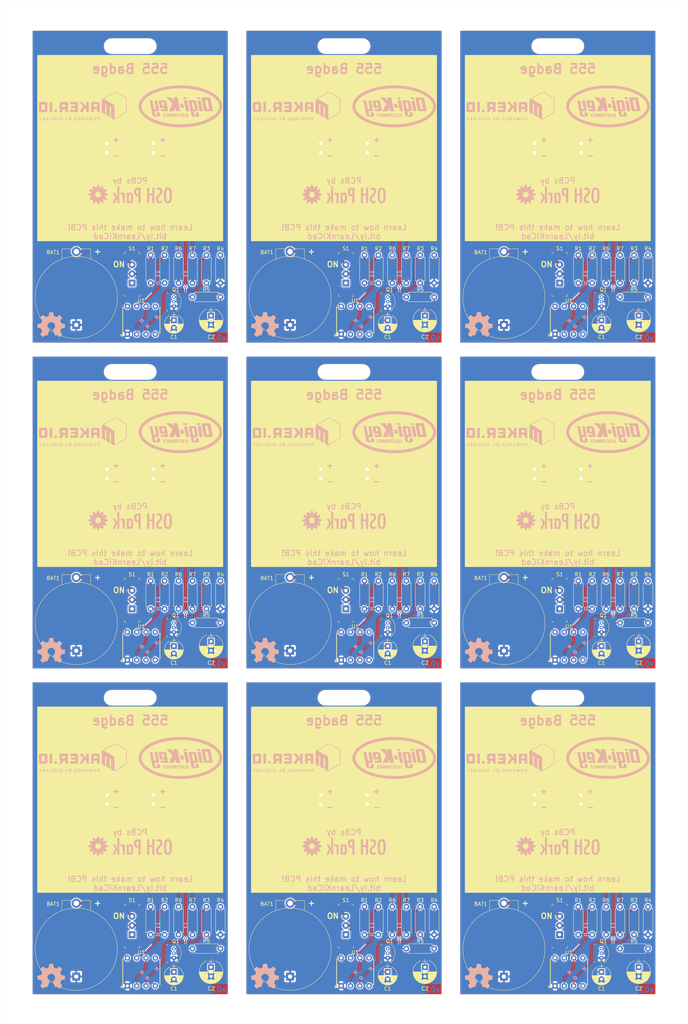
<source format=kicad_pcb>
(kicad_pcb (version 4) (host pcbnew 4.0.7)

  (general
    (links 329)
    (no_connects 104)
    (area 29.451299 35.801299 217.436701 315.226701)
    (thickness 1.6)
    (drawings 184)
    (tracks 603)
    (zones 0)
    (modules 171)
    (nets 14)
  )

  (page A4)
  (title_block
    (title "555 Badge")
    (rev v02)
    (comment 2 creativecommons.org/licenses/by/4.0/)
    (comment 3 "License: CC BY 4.0")
    (comment 4 "Author: Shawn Hymel")
  )

  (layers
    (0 F.Cu signal)
    (31 B.Cu signal)
    (32 B.Adhes user)
    (33 F.Adhes user)
    (34 B.Paste user)
    (35 F.Paste user)
    (36 B.SilkS user)
    (37 F.SilkS user)
    (38 B.Mask user)
    (39 F.Mask user)
    (40 Dwgs.User user)
    (41 Cmts.User user)
    (42 Eco1.User user)
    (43 Eco2.User user)
    (44 Edge.Cuts user)
    (45 Margin user)
    (46 B.CrtYd user)
    (47 F.CrtYd user)
    (48 B.Fab user)
    (49 F.Fab user)
  )

  (setup
    (last_trace_width 0.254)
    (user_trace_width 0.762)
    (user_trace_width 0.762)
    (user_trace_width 0.762)
    (user_trace_width 0.762)
    (user_trace_width 0.762)
    (user_trace_width 0.762)
    (user_trace_width 0.762)
    (user_trace_width 0.762)
    (user_trace_width 0.762)
    (user_trace_width 0.762)
    (user_trace_width 0.762)
    (user_trace_width 0.762)
    (user_trace_width 0.762)
    (user_trace_width 0.762)
    (user_trace_width 0.762)
    (user_trace_width 0.762)
    (user_trace_width 0.762)
    (user_trace_width 0.762)
    (user_trace_width 0.762)
    (trace_clearance 0.254)
    (zone_clearance 0.254)
    (zone_45_only no)
    (trace_min 0.2)
    (segment_width 0.2)
    (edge_width 0.15)
    (via_size 0.762)
    (via_drill 0.381)
    (via_min_size 0.4)
    (via_min_drill 0.3)
    (uvia_size 0.3)
    (uvia_drill 0.1)
    (uvias_allowed no)
    (uvia_min_size 0.2)
    (uvia_min_drill 0.1)
    (pcb_text_width 0.3)
    (pcb_text_size 1.5 1.5)
    (mod_edge_width 0.15)
    (mod_text_size 1 1)
    (mod_text_width 0.15)
    (pad_size 2.17 2.17)
    (pad_drill 1.17)
    (pad_to_mask_clearance 0.2)
    (aux_axis_origin 0 0)
    (grid_origin 44.704 23.114)
    (visible_elements 7FFFFFFF)
    (pcbplotparams
      (layerselection 0x010f0_80000001)
      (usegerberextensions true)
      (excludeedgelayer true)
      (linewidth 0.100000)
      (plotframeref false)
      (viasonmask false)
      (mode 1)
      (useauxorigin false)
      (hpglpennumber 1)
      (hpglpenspeed 20)
      (hpglpendiameter 15)
      (hpglpenoverlay 2)
      (psnegative false)
      (psa4output false)
      (plotreference true)
      (plotvalue true)
      (plotinvisibletext false)
      (padsonsilk false)
      (subtractmaskfromsilk false)
      (outputformat 1)
      (mirror false)
      (drillshape 0)
      (scaleselection 1)
      (outputdirectory gerbers/))
  )

  (net 0 "")
  (net 1 "Net-(Q1-Pad2)")
  (net 2 "Net-(D1-Pad1)")
  (net 3 GND)
  (net 4 VCC)
  (net 5 "Net-(BAT1-PadPos)")
  (net 6 "Net-(C1-Pad1)")
  (net 7 "Net-(C2-Pad1)")
  (net 8 "Net-(D1-Pad2)")
  (net 9 "Net-(D2-Pad2)")
  (net 10 "Net-(R1-Pad2)")
  (net 11 "Net-(R3-Pad2)")
  (net 12 "Net-(S1-Pad1)")
  (net 13 "Net-(U1-Pad5)")

  (net_class Default "This is the default net class."
    (clearance 0.254)
    (trace_width 0.254)
    (via_dia 0.762)
    (via_drill 0.381)
    (uvia_dia 0.3)
    (uvia_drill 0.1)
    (add_net GND)
    (add_net "Net-(BAT1-PadPos)")
    (add_net "Net-(C1-Pad1)")
    (add_net "Net-(C2-Pad1)")
    (add_net "Net-(D1-Pad1)")
    (add_net "Net-(D1-Pad2)")
    (add_net "Net-(D2-Pad2)")
    (add_net "Net-(Q1-Pad2)")
    (add_net "Net-(R1-Pad2)")
    (add_net "Net-(R3-Pad2)")
    (add_net "Net-(S1-Pad1)")
    (add_net "Net-(U1-Pad5)")
    (add_net VCC)
  )

  (module 555_badge:oshw_logo (layer B.Cu) (tedit 0) (tstamp 5AE622D7)
    (at 43.434 124.46 180)
    (fp_text reference G*** (at 0 0 180) (layer B.SilkS) hide
      (effects (font (thickness 0.3)) (justify mirror))
    )
    (fp_text value LOGO (at 0.75 0 180) (layer B.SilkS) hide
      (effects (font (thickness 0.3)) (justify mirror))
    )
    (fp_poly (pts (xy 0.298275 3.47764) (xy 0.365673 3.476566) (xy 0.415943 3.474771) (xy 0.451153 3.472203)
      (xy 0.473368 3.468811) (xy 0.484655 3.464543) (xy 0.48492 3.464344) (xy 0.49199 3.452729)
      (xy 0.500876 3.426535) (xy 0.511938 3.384132) (xy 0.525535 3.323889) (xy 0.542027 3.244178)
      (xy 0.561775 3.143368) (xy 0.585137 3.019829) (xy 0.596423 2.9591) (xy 0.622021 2.822391)
      (xy 0.643873 2.709335) (xy 0.66229 2.618515) (xy 0.677585 2.548511) (xy 0.690069 2.497904)
      (xy 0.700053 2.465274) (xy 0.707849 2.449202) (xy 0.708577 2.448394) (xy 0.725692 2.438089)
      (xy 0.762686 2.420102) (xy 0.815804 2.395991) (xy 0.881289 2.367313) (xy 0.955385 2.335625)
      (xy 1.034336 2.302484) (xy 1.114384 2.269446) (xy 1.191775 2.23807) (xy 1.26275 2.209912)
      (xy 1.323555 2.186529) (xy 1.370433 2.169478) (xy 1.399627 2.160317) (xy 1.406296 2.159179)
      (xy 1.42146 2.166213) (xy 1.455069 2.186188) (xy 1.504719 2.217539) (xy 1.568007 2.258698)
      (xy 1.64253 2.308098) (xy 1.725883 2.364172) (xy 1.815664 2.425355) (xy 1.834925 2.438579)
      (xy 1.925875 2.500658) (xy 2.011039 2.55794) (xy 2.087994 2.608857) (xy 2.154311 2.65184)
      (xy 2.207566 2.68532) (xy 2.245332 2.70773) (xy 2.265183 2.717501) (xy 2.266812 2.717801)
      (xy 2.282235 2.708986) (xy 2.312727 2.684149) (xy 2.355877 2.645698) (xy 2.409279 2.596042)
      (xy 2.470522 2.537592) (xy 2.5372 2.472754) (xy 2.606903 2.40394) (xy 2.677223 2.333558)
      (xy 2.745751 2.264017) (xy 2.810079 2.197726) (xy 2.867799 2.137094) (xy 2.916501 2.084531)
      (xy 2.953777 2.042445) (xy 2.97722 2.013247) (xy 2.9845 1.999927) (xy 2.977506 1.983998)
      (xy 2.957582 1.949681) (xy 2.926312 1.899431) (xy 2.885279 1.835705) (xy 2.836068 1.760959)
      (xy 2.780262 1.677648) (xy 2.719446 1.588228) (xy 2.71145 1.576567) (xy 2.650089 1.486469)
      (xy 2.59354 1.402085) (xy 2.54339 1.325884) (xy 2.501223 1.260337) (xy 2.468627 1.207911)
      (xy 2.447186 1.171078) (xy 2.438486 1.152305) (xy 2.438374 1.151355) (xy 2.443439 1.130106)
      (xy 2.457577 1.089593) (xy 2.479175 1.03354) (xy 2.506617 0.965671) (xy 2.538287 0.889711)
      (xy 2.572573 0.809384) (xy 2.607858 0.728415) (xy 2.642528 0.650528) (xy 2.674969 0.579448)
      (xy 2.703565 0.5189) (xy 2.726702 0.472607) (xy 2.742765 0.444294) (xy 2.747624 0.438058)
      (xy 2.760007 0.430291) (xy 2.782076 0.421757) (xy 2.816014 0.411967) (xy 2.864003 0.400427)
      (xy 2.928227 0.386647) (xy 3.010869 0.370135) (xy 3.114112 0.350398) (xy 3.240139 0.326947)
      (xy 3.245149 0.326023) (xy 3.377643 0.30131) (xy 3.486564 0.280311) (xy 3.573416 0.262695)
      (xy 3.6397 0.248131) (xy 3.68692 0.236288) (xy 3.716579 0.226833) (xy 3.730179 0.219434)
      (xy 3.730625 0.218913) (xy 3.735124 0.200612) (xy 3.738946 0.160522) (xy 3.742094 0.102058)
      (xy 3.744572 0.028633) (xy 3.746383 -0.056341) (xy 3.747532 -0.149449) (xy 3.748021 -0.247279)
      (xy 3.747856 -0.346418) (xy 3.747038 -0.443452) (xy 3.745573 -0.534967) (xy 3.743463 -0.617552)
      (xy 3.740713 -0.687793) (xy 3.737326 -0.742276) (xy 3.733306 -0.777588) (xy 3.729526 -0.789858)
      (xy 3.713367 -0.796099) (xy 3.674929 -0.806208) (xy 3.61694 -0.819598) (xy 3.542127 -0.835681)
      (xy 3.453218 -0.85387) (xy 3.35294 -0.873579) (xy 3.250101 -0.893086) (xy 3.117477 -0.91814)
      (xy 3.008469 -0.93946) (xy 2.921621 -0.957372) (xy 2.855476 -0.972199) (xy 2.808577 -0.984268)
      (xy 2.779468 -0.993903) (xy 2.767196 -1.000845) (xy 2.757205 -1.018146) (xy 2.739672 -1.055571)
      (xy 2.716047 -1.109496) (xy 2.68778 -1.176298) (xy 2.656322 -1.252351) (xy 2.623122 -1.334033)
      (xy 2.589631 -1.41772) (xy 2.557298 -1.499787) (xy 2.527575 -1.57661) (xy 2.501911 -1.644566)
      (xy 2.481756 -1.700031) (xy 2.468561 -1.73938) (xy 2.463776 -1.758991) (xy 2.463775 -1.75908)
      (xy 2.47077 -1.775134) (xy 2.490662 -1.809505) (xy 2.521827 -1.859667) (xy 2.562643 -1.923098)
      (xy 2.611485 -1.997272) (xy 2.66673 -2.079666) (xy 2.72415 -2.163959) (xy 2.784023 -2.251924)
      (xy 2.839043 -2.334156) (xy 2.887585 -2.40812) (xy 2.928025 -2.47128) (xy 2.958738 -2.5211)
      (xy 2.9781 -2.555044) (xy 2.9845 -2.570315) (xy 2.975715 -2.585583) (xy 2.950962 -2.615971)
      (xy 2.912641 -2.659067) (xy 2.863153 -2.712457) (xy 2.8049 -2.773731) (xy 2.740282 -2.840474)
      (xy 2.6717 -2.910274) (xy 2.601556 -2.98072) (xy 2.53225 -3.049398) (xy 2.466182 -3.113895)
      (xy 2.405755 -3.171799) (xy 2.353369 -3.220699) (xy 2.311426 -3.25818) (xy 2.282325 -3.28183)
      (xy 2.268972 -3.2893) (xy 2.253343 -3.282317) (xy 2.21945 -3.262477) (xy 2.169869 -3.231443)
      (xy 2.107177 -3.190878) (xy 2.03395 -3.142443) (xy 1.952764 -3.087802) (xy 1.884488 -3.041198)
      (xy 1.798357 -2.982244) (xy 1.717848 -2.92751) (xy 1.645608 -2.878767) (xy 1.584283 -2.837786)
      (xy 1.536523 -2.80634) (xy 1.504974 -2.786199) (xy 1.493398 -2.779512) (xy 1.479561 -2.775748)
      (xy 1.461735 -2.777328) (xy 1.436261 -2.78571) (xy 1.399486 -2.802355) (xy 1.347753 -2.828718)
      (xy 1.281635 -2.863979) (xy 1.203573 -2.904982) (xy 1.145641 -2.93292) (xy 1.106532 -2.948359)
      (xy 1.084943 -2.951866) (xy 1.081818 -2.95076) (xy 1.072981 -2.936643) (xy 1.055741 -2.901292)
      (xy 1.031057 -2.847037) (xy 0.999884 -2.776209) (xy 0.96318 -2.691138) (xy 0.921903 -2.594156)
      (xy 0.877008 -2.487592) (xy 0.829453 -2.373777) (xy 0.780195 -2.255042) (xy 0.730192 -2.133718)
      (xy 0.6804 -2.012134) (xy 0.631775 -1.892622) (xy 0.585277 -1.777511) (xy 0.54186 -1.669134)
      (xy 0.502483 -1.569819) (xy 0.468102 -1.481899) (xy 0.439675 -1.407702) (xy 0.418158 -1.349561)
      (xy 0.404509 -1.309805) (xy 0.399685 -1.290765) (xy 0.399774 -1.289865) (xy 0.413438 -1.271916)
      (xy 0.444067 -1.245102) (xy 0.486751 -1.213472) (xy 0.516211 -1.1938) (xy 0.654725 -1.090659)
      (xy 0.773294 -0.972111) (xy 0.871415 -0.838789) (xy 0.948588 -0.691322) (xy 0.980156 -0.6096)
      (xy 0.996299 -0.561254) (xy 1.007602 -0.521724) (xy 1.014929 -0.484538) (xy 1.019147 -0.443225)
      (xy 1.02112 -0.391314) (xy 1.021714 -0.322335) (xy 1.021751 -0.29845) (xy 1.020301 -0.198663)
      (xy 1.014721 -0.116943) (xy 1.003469 -0.046088) (xy 0.985002 0.021103) (xy 0.957779 0.091831)
      (xy 0.921153 0.17145) (xy 0.841933 0.306782) (xy 0.742627 0.428672) (xy 0.625939 0.534898)
      (xy 0.494571 0.623235) (xy 0.351226 0.691462) (xy 0.24765 0.725408) (xy 0.187206 0.739327)
      (xy 0.124698 0.748078) (xy 0.05161 0.752586) (xy -0.0127 0.753727) (xy -0.116874 0.751456)
      (xy -0.205923 0.742046) (xy -0.28857 0.723504) (xy -0.373539 0.693838) (xy -0.469551 0.651055)
      (xy -0.47625 0.647836) (xy -0.617227 0.566219) (xy -0.741474 0.465867) (xy -0.847977 0.348)
      (xy -0.93572 0.213839) (xy -1.003688 0.064602) (xy -1.031021 -0.01905) (xy -1.04865 -0.104325)
      (xy -1.058806 -0.204922) (xy -1.061395 -0.311856) (xy -1.056326 -0.416146) (xy -1.043504 -0.508807)
      (xy -1.03641 -0.53975) (xy -0.982589 -0.69541) (xy -0.906156 -0.839608) (xy -0.807276 -0.972125)
      (xy -0.686116 -1.09274) (xy -0.54284 -1.201233) (xy -0.536533 -1.205395) (xy -0.483649 -1.241845)
      (xy -0.450561 -1.26926) (xy -0.434471 -1.290206) (xy -0.4318 -1.301417) (xy -0.43658 -1.318605)
      (xy -0.450273 -1.356608) (xy -0.471911 -1.4131) (xy -0.500526 -1.485756) (xy -0.53515 -1.572249)
      (xy -0.574816 -1.670255) (xy -0.618554 -1.777447) (xy -0.665398 -1.891501) (xy -0.714379 -2.010089)
      (xy -0.764528 -2.130888) (xy -0.814879 -2.25157) (xy -0.864462 -2.369811) (xy -0.91231 -2.483284)
      (xy -0.957454 -2.589665) (xy -0.998927 -2.686627) (xy -1.035761 -2.771845) (xy -1.066987 -2.842993)
      (xy -1.091638 -2.897746) (xy -1.108745 -2.933778) (xy -1.11734 -2.948763) (xy -1.1176 -2.948966)
      (xy -1.133176 -2.949598) (xy -1.16318 -2.939968) (xy -1.209638 -2.919209) (xy -1.274577 -2.886456)
      (xy -1.318822 -2.863061) (xy -1.38906 -2.825991) (xy -1.440769 -2.800141) (xy -1.477456 -2.784094)
      (xy -1.502627 -2.776435) (xy -1.519787 -2.775746) (xy -1.528372 -2.778396) (xy -1.545042 -2.788436)
      (xy -1.579982 -2.811161) (xy -1.63057 -2.844809) (xy -1.694186 -2.887618) (xy -1.768208 -2.937826)
      (xy -1.850016 -2.99367) (xy -1.9177 -3.040116) (xy -2.003527 -3.098656) (xy -2.083552 -3.152304)
      (xy -2.155183 -3.199395) (xy -2.215831 -3.238264) (xy -2.262904 -3.267245) (xy -2.29381 -3.284672)
      (xy -2.305137 -3.289176) (xy -2.321612 -3.280027) (xy -2.354961 -3.25281) (xy -2.404688 -3.207991)
      (xy -2.470294 -3.146032) (xy -2.551283 -3.067396) (xy -2.647158 -2.972549) (xy -2.678351 -2.9414)
      (xy -2.76832 -2.851151) (xy -2.841674 -2.776947) (xy -2.89996 -2.717076) (xy -2.944727 -2.669827)
      (xy -2.977521 -2.63349) (xy -2.99989 -2.606352) (xy -3.013383 -2.586702) (xy -3.019545 -2.572829)
      (xy -3.020048 -2.563575) (xy -3.011614 -2.546379) (xy -2.990351 -2.510954) (xy -2.957958 -2.459908)
      (xy -2.916134 -2.395845) (xy -2.866577 -2.321374) (xy -2.810987 -2.2391) (xy -2.760515 -2.16535)
      (xy -2.701175 -2.078878) (xy -2.646309 -1.998426) (xy -2.597622 -1.926533) (xy -2.556819 -1.865737)
      (xy -2.525604 -1.818575) (xy -2.505682 -1.787587) (xy -2.498889 -1.775826) (xy -2.501452 -1.759098)
      (xy -2.512517 -1.722461) (xy -2.530707 -1.669407) (xy -2.554647 -1.60343) (xy -2.582959 -1.528021)
      (xy -2.614268 -1.446671) (xy -2.647195 -1.362873) (xy -2.680366 -1.280119) (xy -2.712403 -1.201901)
      (xy -2.741929 -1.131711) (xy -2.767569 -1.073041) (xy -2.787945 -1.029383) (xy -2.801682 -1.004229)
      (xy -2.804474 -1.000633) (xy -2.81879 -0.992875) (xy -2.849338 -0.983056) (xy -2.897619 -0.970841)
      (xy -2.965133 -0.955897) (xy -3.05338 -0.937889) (xy -3.163861 -0.916483) (xy -3.28295 -0.894148)
      (xy -3.387868 -0.874441) (xy -3.485167 -0.855676) (xy -3.571951 -0.838449) (xy -3.645325 -0.823356)
      (xy -3.702392 -0.810992) (xy -3.740257 -0.801954) (xy -3.756024 -0.796836) (xy -3.756025 -0.796835)
      (xy -3.760223 -0.787745) (xy -3.763672 -0.76647) (xy -3.766431 -0.73112) (xy -3.768557 -0.679804)
      (xy -3.77011 -0.610631) (xy -3.771146 -0.521711) (xy -3.771723 -0.411153) (xy -3.7719 -0.2787)
      (xy -3.7719 0.226889) (xy -3.744638 0.235542) (xy -3.726251 0.23978) (xy -3.685847 0.248054)
      (xy -3.626387 0.259793) (xy -3.550832 0.274422) (xy -3.462142 0.291369) (xy -3.363278 0.31006)
      (xy -3.257202 0.329923) (xy -3.253036 0.330699) (xy -3.123614 0.355078) (xy -3.017506 0.375696)
      (xy -2.932965 0.392943) (xy -2.868247 0.407211) (xy -2.821608 0.418892) (xy -2.791301 0.428376)
      (xy -2.775583 0.436057) (xy -2.773242 0.43834) (xy -2.761632 0.459086) (xy -2.742676 0.498612)
      (xy -2.717842 0.553396) (xy -2.688603 0.619916) (xy -2.656427 0.69465) (xy -2.622786 0.774077)
      (xy -2.589151 0.854673) (xy -2.556991 0.932918) (xy -2.527777 1.005289) (xy -2.50298 1.068265)
      (xy -2.48407 1.118324) (xy -2.472518 1.151943) (xy -2.469677 1.165395) (xy -2.47821 1.179614)
      (xy -2.499535 1.212339) (xy -2.53203 1.261164) (xy -2.574076 1.323678) (xy -2.624052 1.397474)
      (xy -2.680336 1.480144) (xy -2.741308 1.569278) (xy -2.74959 1.581355) (xy -2.810888 1.671303)
      (xy -2.867382 1.75535) (xy -2.917493 1.831057) (xy -2.959639 1.895984) (xy -2.992239 1.947692)
      (xy -3.013712 1.983741) (xy -3.022477 2.001692) (xy -3.0226 2.002573) (xy -3.013776 2.017678)
      (xy -2.98891 2.047836) (xy -2.950414 2.090647) (xy -2.900701 2.143713) (xy -2.842183 2.204631)
      (xy -2.777271 2.271003) (xy -2.708378 2.340429) (xy -2.637915 2.410507) (xy -2.568295 2.478839)
      (xy -2.501929 2.543024) (xy -2.44123 2.600662) (xy -2.38861 2.649354) (xy -2.34648 2.686698)
      (xy -2.317253 2.710295) (xy -2.303813 2.7178) (xy -2.287737 2.710809) (xy -2.253239 2.690879)
      (xy -2.202748 2.659573) (xy -2.138695 2.618456) (xy -2.063509 2.569092) (xy -1.97962 2.513045)
      (xy -1.889459 2.45188) (xy -1.869765 2.4384) (xy -1.77875 2.376394) (xy -1.693664 2.319167)
      (xy -1.616911 2.26828) (xy -1.550892 2.225293) (xy -1.49801 2.191767) (xy -1.460668 2.169262)
      (xy -1.441269 2.15934) (xy -1.439661 2.159001) (xy -1.422088 2.163713) (xy -1.38485 2.176845)
      (xy -1.331662 2.196884) (xy -1.266238 2.222319) (xy -1.192293 2.25164) (xy -1.113539 2.283336)
      (xy -1.033692 2.315894) (xy -0.956466 2.347805) (xy -0.885575 2.377557) (xy -0.824734 2.403639)
      (xy -0.777655 2.424541) (xy -0.748055 2.438751) (xy -0.739983 2.443649) (xy -0.734283 2.458913)
      (xy -0.724646 2.496419) (xy -0.711656 2.553413) (xy -0.695897 2.627141) (xy -0.677952 2.714851)
      (xy -0.658406 2.813788) (xy -0.637843 2.9212) (xy -0.631352 2.955794) (xy -0.610757 3.065042)
      (xy -0.591256 3.166493) (xy -0.573399 3.257426) (xy -0.557738 3.335122) (xy -0.544823 3.396859)
      (xy -0.535207 3.43992) (xy -0.529439 3.461582) (xy -0.528499 3.463548) (xy -0.514003 3.465838)
      (xy -0.476916 3.468124) (xy -0.420044 3.470332) (xy -0.346195 3.472385) (xy -0.258176 3.474208)
      (xy -0.158797 3.475725) (xy -0.050863 3.476861) (xy -0.027355 3.477044) (xy 0.103828 3.477828)
      (xy 0.211682 3.478043) (xy 0.298275 3.47764)) (layer B.SilkS) (width 0.01))
  )

  (module 555_badge:Maker_io_logo (layer B.Cu) (tedit 0) (tstamp 5AE6227C)
    (at 52.07 64.77 180)
    (fp_text reference G*** (at 0 0 180) (layer B.SilkS) hide
      (effects (font (thickness 0.3)) (justify mirror))
    )
    (fp_text value LOGO (at 0.75 0 180) (layer B.SilkS) hide
      (effects (font (thickness 0.3)) (justify mirror))
    )
    (fp_poly (pts (xy -3.205909 -3.048693) (xy -3.1016 -3.080858) (xy -3.009038 -3.142622) (xy -2.935646 -3.233128)
      (xy -2.899649 -3.31314) (xy -2.879338 -3.431867) (xy -2.890004 -3.556326) (xy -2.928313 -3.674456)
      (xy -2.990933 -3.774193) (xy -3.040014 -3.821129) (xy -3.122937 -3.863111) (xy -3.22661 -3.885844)
      (xy -3.332816 -3.88662) (xy -3.395042 -3.873919) (xy -3.469568 -3.834121) (xy -3.544484 -3.767982)
      (xy -3.605304 -3.688798) (xy -3.614581 -3.672417) (xy -3.635522 -3.608254) (xy -3.647778 -3.518552)
      (xy -3.648042 -3.512153) (xy -3.509804 -3.512153) (xy -3.486425 -3.61763) (xy -3.435475 -3.698169)
      (xy -3.359606 -3.749579) (xy -3.261473 -3.767666) (xy -3.261388 -3.767667) (xy -3.191397 -3.762417)
      (xy -3.142152 -3.741144) (xy -3.100565 -3.703799) (xy -3.064718 -3.659533) (xy -3.044243 -3.610939)
      (xy -3.033581 -3.542207) (xy -3.030813 -3.505452) (xy -3.035272 -3.376261) (xy -3.067744 -3.277338)
      (xy -3.12916 -3.206418) (xy -3.162147 -3.185325) (xy -3.250258 -3.15882) (xy -3.335827 -3.169988)
      (xy -3.411419 -3.214451) (xy -3.469599 -3.287834) (xy -3.50293 -3.385758) (xy -3.502959 -3.385932)
      (xy -3.509804 -3.512153) (xy -3.648042 -3.512153) (xy -3.649733 -3.471333) (xy -3.646925 -3.383417)
      (xy -3.632884 -3.316962) (xy -3.602677 -3.251565) (xy -3.592128 -3.233172) (xy -3.515074 -3.138367)
      (xy -3.42007 -3.07659) (xy -3.314541 -3.046984) (xy -3.205909 -3.048693)) (layer B.SilkS) (width 0.01))
    (fp_poly (pts (xy 6.7945 -3.894667) (xy 6.646334 -3.894667) (xy 6.646334 -3.048) (xy 6.7945 -3.048)
      (xy 6.7945 -3.894667)) (layer B.SilkS) (width 0.01))
    (fp_poly (pts (xy 7.629854 -3.061598) (xy 7.735503 -3.102249) (xy 7.813891 -3.173748) (xy 7.862881 -3.27479)
      (xy 7.863099 -3.275542) (xy 7.867215 -3.309676) (xy 7.844911 -3.32197) (xy 7.817218 -3.323166)
      (xy 7.761739 -3.308506) (xy 7.707607 -3.260232) (xy 7.699214 -3.250011) (xy 7.624423 -3.18473)
      (xy 7.538442 -3.159458) (xy 7.445536 -3.175233) (xy 7.42607 -3.183607) (xy 7.35805 -3.227724)
      (xy 7.315647 -3.288571) (xy 7.291582 -3.377414) (xy 7.288792 -3.396107) (xy 7.286382 -3.531601)
      (xy 7.319276 -3.644355) (xy 7.358141 -3.703543) (xy 7.397798 -3.743325) (xy 7.440251 -3.76225)
      (xy 7.503583 -3.767588) (xy 7.517677 -3.767667) (xy 7.589505 -3.763036) (xy 7.639302 -3.74428)
      (xy 7.685128 -3.705795) (xy 7.724629 -3.656103) (xy 7.745845 -3.609567) (xy 7.747 -3.599961)
      (xy 7.741877 -3.573664) (xy 7.719495 -3.560545) (xy 7.66934 -3.556236) (xy 7.641167 -3.556)
      (xy 7.578356 -3.554284) (xy 7.547021 -3.545529) (xy 7.536336 -3.52432) (xy 7.535334 -3.503083)
      (xy 7.537161 -3.476747) (xy 7.548428 -3.461022) (xy 7.57781 -3.453174) (xy 7.633981 -3.450468)
      (xy 7.703165 -3.450167) (xy 7.870996 -3.450167) (xy 7.87779 -3.64115) (xy 7.88007 -3.728227)
      (xy 7.88042 -3.79954) (xy 7.878853 -3.844258) (xy 7.877528 -3.852816) (xy 7.853432 -3.872619)
      (xy 7.816312 -3.86863) (xy 7.785147 -3.844772) (xy 7.77917 -3.832488) (xy 7.768769 -3.808562)
      (xy 7.751668 -3.805725) (xy 7.716619 -3.825313) (xy 7.690123 -3.843071) (xy 7.593743 -3.884422)
      (xy 7.483989 -3.892497) (xy 7.374068 -3.866966) (xy 7.341245 -3.851766) (xy 7.249396 -3.781035)
      (xy 7.184065 -3.685385) (xy 7.145889 -3.573393) (xy 7.135502 -3.45364) (xy 7.153541 -3.334706)
      (xy 7.200641 -3.225168) (xy 7.277438 -3.133607) (xy 7.287412 -3.125253) (xy 7.343805 -3.086088)
      (xy 7.401332 -3.064578) (xy 7.478557 -3.054396) (xy 7.499079 -3.0531) (xy 7.629854 -3.061598)) (layer B.SilkS) (width 0.01))
    (fp_poly (pts (xy 8.403167 -3.894667) (xy 8.233834 -3.894667) (xy 8.233834 -3.048) (xy 8.403167 -3.048)
      (xy 8.403167 -3.894667)) (layer B.SilkS) (width 0.01))
    (fp_poly (pts (xy -4.223937 -3.069575) (xy -4.151957 -3.072033) (xy -4.103644 -3.078387) (xy -4.069668 -3.090486)
      (xy -4.040695 -3.110175) (xy -4.016709 -3.130969) (xy -3.97647 -3.171286) (xy -3.956022 -3.21001)
      (xy -3.949049 -3.263913) (xy -3.948715 -3.311536) (xy -3.952935 -3.386758) (xy -3.967546 -3.436767)
      (xy -3.998147 -3.478414) (xy -4.007313 -3.487859) (xy -4.039825 -3.516354) (xy -4.075635 -3.534608)
      (xy -4.126007 -3.545788) (xy -4.202205 -3.553061) (xy -4.249598 -3.556) (xy -4.434416 -3.566583)
      (xy -4.440635 -3.720042) (xy -4.446854 -3.8735) (xy -4.572 -3.8735) (xy -4.572 -3.450167)
      (xy -4.44702 -3.450167) (xy -4.328202 -3.450167) (xy -4.25304 -3.445894) (xy -4.189147 -3.434942)
      (xy -4.16315 -3.425831) (xy -4.104882 -3.376488) (xy -4.084089 -3.314856) (xy -4.102221 -3.249696)
      (xy -4.128484 -3.216349) (xy -4.160918 -3.19173) (xy -4.203248 -3.179896) (xy -4.268904 -3.177999)
      (xy -4.303109 -3.179307) (xy -4.434416 -3.185583) (xy -4.44702 -3.450167) (xy -4.572 -3.450167)
      (xy -4.572 -3.069167) (xy -4.328917 -3.069167) (xy -4.223937 -3.069575)) (layer B.SilkS) (width 0.01))
    (fp_poly (pts (xy -1.969482 -3.24267) (xy -1.942092 -3.344388) (xy -1.913097 -3.449557) (xy -1.888286 -3.537204)
      (xy -1.885903 -3.545417) (xy -1.848919 -3.672417) (xy -1.790401 -3.418417) (xy -1.766764 -3.315824)
      (xy -1.745765 -3.224688) (xy -1.729698 -3.154968) (xy -1.720897 -3.116792) (xy -1.703596 -3.082945)
      (xy -1.664346 -3.070141) (xy -1.638122 -3.069167) (xy -1.590059 -3.073502) (xy -1.566747 -3.08412)
      (xy -1.566333 -3.08592) (xy -1.571786 -3.110093) (xy -1.586906 -3.168235) (xy -1.609837 -3.253578)
      (xy -1.638721 -3.359357) (xy -1.671701 -3.478804) (xy -1.70692 -3.605154) (xy -1.74252 -3.73164)
      (xy -1.772338 -3.836458) (xy -1.798537 -3.865201) (xy -1.85305 -3.8735) (xy -1.880079 -3.87253)
      (xy -1.901585 -3.866075) (xy -1.919919 -3.848818) (xy -1.937431 -3.815441) (xy -1.956469 -3.760629)
      (xy -1.979383 -3.679062) (xy -2.008524 -3.565425) (xy -2.03369 -3.464735) (xy -2.055453 -3.385215)
      (xy -2.075289 -3.32651) (xy -2.090258 -3.296716) (xy -2.095199 -3.295402) (xy -2.105674 -3.321262)
      (xy -2.123915 -3.38016) (xy -2.14758 -3.464027) (xy -2.174328 -3.564791) (xy -2.18157 -3.593042)
      (xy -2.252929 -3.8735) (xy -2.406588 -3.8735) (xy -2.45464 -3.688292) (xy -2.484664 -3.574797)
      (xy -2.51891 -3.448671) (xy -2.550422 -3.3355) (xy -2.553096 -3.32609) (xy -2.582279 -3.219971)
      (xy -2.598309 -3.147759) (xy -2.600883 -3.103024) (xy -2.589697 -3.079337) (xy -2.564451 -3.070268)
      (xy -2.540995 -3.069167) (xy -2.515968 -3.06985) (xy -2.496523 -3.075667) (xy -2.480273 -3.092272)
      (xy -2.464828 -3.125317) (xy -2.447801 -3.180454) (xy -2.426804 -3.263336) (xy -2.399449 -3.379616)
      (xy -2.386779 -3.434217) (xy -2.365491 -3.520925) (xy -2.346379 -3.589687) (xy -2.332013 -3.631734)
      (xy -2.326324 -3.640592) (xy -2.316756 -3.621319) (xy -2.299237 -3.568402) (xy -2.276024 -3.489282)
      (xy -2.249376 -3.391399) (xy -2.241236 -3.360208) (xy -2.168741 -3.07975) (xy -2.092409 -3.073337)
      (xy -2.016076 -3.066924) (xy -1.969482 -3.24267)) (layer B.SilkS) (width 0.01))
    (fp_poly (pts (xy -0.677333 -3.121343) (xy -0.678814 -3.144825) (xy -0.688341 -3.160189) (xy -0.713545 -3.16948)
      (xy -0.762054 -3.174746) (xy -0.841498 -3.178035) (xy -0.894291 -3.179551) (xy -1.11125 -3.185583)
      (xy -1.11125 -3.39725) (xy -0.903505 -3.403325) (xy -0.808568 -3.406565) (xy -0.748433 -3.410892)
      (xy -0.715579 -3.418282) (xy -0.702483 -3.430717) (xy -0.701624 -3.450174) (xy -0.702422 -3.456241)
      (xy -0.708472 -3.478179) (xy -0.724541 -3.492661) (xy -0.758775 -3.501937) (xy -0.819321 -3.508262)
      (xy -0.910166 -3.513667) (xy -1.11125 -3.52425) (xy -1.117622 -3.634648) (xy -1.123995 -3.745046)
      (xy -0.895372 -3.751064) (xy -0.794824 -3.754008) (xy -0.729162 -3.757775) (xy -0.690953 -3.76428)
      (xy -0.672764 -3.77544) (xy -0.667162 -3.79317) (xy -0.66675 -3.81) (xy -0.66675 -3.862917)
      (xy -0.957791 -3.868805) (xy -1.248833 -3.874694) (xy -1.248833 -3.069167) (xy -0.677333 -3.069167)
      (xy -0.677333 -3.121343)) (layer B.SilkS) (width 0.01))
    (fp_poly (pts (xy 0.037823 -3.069437) (xy 0.114263 -3.071318) (xy 0.165362 -3.07641) (xy 0.199614 -3.086316)
      (xy 0.225517 -3.102638) (xy 0.251565 -3.126979) (xy 0.255628 -3.131038) (xy 0.302321 -3.20401)
      (xy 0.317895 -3.289267) (xy 0.303026 -3.37375) (xy 0.258387 -3.444401) (xy 0.238557 -3.461492)
      (xy 0.222165 -3.482297) (xy 0.236844 -3.507928) (xy 0.252184 -3.522606) (xy 0.275934 -3.549431)
      (xy 0.293122 -3.5856) (xy 0.306335 -3.64039) (xy 0.31816 -3.723075) (xy 0.324982 -3.783542)
      (xy 0.329433 -3.839812) (xy 0.321392 -3.865754) (xy 0.293031 -3.873115) (xy 0.265038 -3.8735)
      (xy 0.217376 -3.866185) (xy 0.188303 -3.839267) (xy 0.173742 -3.785285) (xy 0.169623 -3.698875)
      (xy 0.158791 -3.62286) (xy 0.123635 -3.572643) (xy 0.059174 -3.544554) (xy -0.039569 -3.534923)
      (xy -0.052916 -3.534833) (xy -0.1905 -3.534833) (xy -0.1905 -3.8735) (xy -0.338666 -3.8735)
      (xy -0.338666 -3.175) (xy -0.1905 -3.175) (xy -0.1905 -3.429) (xy -0.035983 -3.429)
      (xy 0.051669 -3.425474) (xy 0.115506 -3.415823) (xy 0.143934 -3.4036) (xy 0.160964 -3.366562)
      (xy 0.169195 -3.309359) (xy 0.169334 -3.301164) (xy 0.159364 -3.243677) (xy 0.125843 -3.205491)
      (xy 0.063356 -3.183682) (xy -0.033516 -3.175329) (xy -0.064496 -3.175) (xy -0.1905 -3.175)
      (xy -0.338666 -3.175) (xy -0.338666 -3.069167) (xy -0.072455 -3.069167) (xy 0.037823 -3.069437)) (layer B.SilkS) (width 0.01))
    (fp_poly (pts (xy 1.248834 -3.122083) (xy 1.247545 -3.146097) (xy 1.238528 -3.16146) (xy 1.214053 -3.170104)
      (xy 1.166391 -3.173962) (xy 1.087813 -3.174965) (xy 1.037167 -3.175) (xy 0.8255 -3.175)
      (xy 0.8255 -3.407833) (xy 1.026584 -3.407833) (xy 1.119738 -3.408201) (xy 1.178489 -3.410694)
      (xy 1.210766 -3.417401) (xy 1.224498 -3.430407) (xy 1.227616 -3.451799) (xy 1.227667 -3.46075)
      (xy 1.226249 -3.485361) (xy 1.216684 -3.500839) (xy 1.191002 -3.509303) (xy 1.141236 -3.512869)
      (xy 1.059417 -3.513656) (xy 1.028542 -3.513667) (xy 0.829418 -3.513667) (xy 0.822167 -3.630112)
      (xy 0.814917 -3.746558) (xy 1.042459 -3.746529) (xy 1.27 -3.7465) (xy 1.27 -3.8735)
      (xy 0.677334 -3.8735) (xy 0.677334 -3.069167) (xy 1.248834 -3.069167) (xy 1.248834 -3.122083)) (layer B.SilkS) (width 0.01))
    (fp_poly (pts (xy 1.820334 -3.067399) (xy 1.956048 -3.073675) (xy 2.05749 -3.088985) (xy 2.13228 -3.116258)
      (xy 2.188037 -3.158424) (xy 2.23238 -3.218412) (xy 2.237841 -3.227917) (xy 2.275872 -3.333578)
      (xy 2.287694 -3.457188) (xy 2.274456 -3.584389) (xy 2.237307 -3.700826) (xy 2.194224 -3.772734)
      (xy 2.136023 -3.82058) (xy 2.047302 -3.852631) (xy 1.924527 -3.869813) (xy 1.809766 -3.8735)
      (xy 1.704877 -3.871501) (xy 1.63753 -3.865109) (xy 1.603103 -3.853736) (xy 1.596912 -3.84633)
      (xy 1.593856 -3.81719) (xy 1.591807 -3.75309) (xy 1.590851 -3.661393) (xy 1.591071 -3.54946)
      (xy 1.592285 -3.441324) (xy 1.596372 -3.175) (xy 1.735667 -3.175) (xy 1.735667 -3.457222)
      (xy 1.736671 -3.562525) (xy 1.739421 -3.65217) (xy 1.743523 -3.717872) (xy 1.748581 -3.751344)
      (xy 1.749778 -3.753555) (xy 1.78474 -3.765101) (xy 1.846368 -3.766296) (xy 1.920402 -3.757603)
      (xy 1.970072 -3.746414) (xy 2.054565 -3.710695) (xy 2.108826 -3.655262) (xy 2.137272 -3.57346)
      (xy 2.144419 -3.483712) (xy 2.135351 -3.361164) (xy 2.103277 -3.272567) (xy 2.044864 -3.21439)
      (xy 1.95678 -3.1831) (xy 1.853135 -3.175) (xy 1.735667 -3.175) (xy 1.596372 -3.175)
      (xy 1.598084 -3.063487) (xy 1.820334 -3.067399)) (layer B.SilkS) (width 0.01))
    (fp_poly (pts (xy 3.515562 -3.069798) (xy 3.59091 -3.072598) (xy 3.641462 -3.078923) (xy 3.675983 -3.090129)
      (xy 3.703238 -3.107575) (xy 3.714284 -3.116792) (xy 3.767945 -3.187583) (xy 3.783557 -3.26782)
      (xy 3.760287 -3.348045) (xy 3.73748 -3.380949) (xy 3.703753 -3.423335) (xy 3.696139 -3.444916)
      (xy 3.712617 -3.456522) (xy 3.722753 -3.459931) (xy 3.76679 -3.493304) (xy 3.800349 -3.553035)
      (xy 3.816661 -3.623311) (xy 3.813734 -3.672417) (xy 3.789539 -3.746845) (xy 3.751529 -3.801177)
      (xy 3.6938 -3.838198) (xy 3.61045 -3.860695) (xy 3.495572 -3.871455) (xy 3.387718 -3.8735)
      (xy 3.153834 -3.8735) (xy 3.153834 -3.639587) (xy 3.279962 -3.639587) (xy 3.28117 -3.698899)
      (xy 3.28877 -3.742458) (xy 3.294945 -3.753555) (xy 3.326333 -3.763342) (xy 3.385508 -3.767406)
      (xy 3.458373 -3.7662) (xy 3.530834 -3.760174) (xy 3.588796 -3.749779) (xy 3.606881 -3.743576)
      (xy 3.654863 -3.702523) (xy 3.676619 -3.644416) (xy 3.668728 -3.58488) (xy 3.648184 -3.554818)
      (xy 3.602606 -3.532267) (xy 3.524489 -3.516819) (xy 3.423208 -3.509653) (xy 3.308142 -3.511946)
      (xy 3.307292 -3.511999) (xy 3.293764 -3.53165) (xy 3.284407 -3.579008) (xy 3.279962 -3.639587)
      (xy 3.153834 -3.639587) (xy 3.153834 -3.328015) (xy 3.283115 -3.328015) (xy 3.287775 -3.373184)
      (xy 3.289342 -3.378309) (xy 3.316635 -3.396908) (xy 3.371947 -3.406825) (xy 3.441895 -3.408209)
      (xy 3.513097 -3.401211) (xy 3.572172 -3.385983) (xy 3.593624 -3.374883) (xy 3.63239 -3.324725)
      (xy 3.637432 -3.261101) (xy 3.619962 -3.217333) (xy 3.595163 -3.199265) (xy 3.544219 -3.189149)
      (xy 3.459678 -3.185627) (xy 3.445661 -3.185583) (xy 3.291417 -3.185583) (xy 3.284715 -3.267184)
      (xy 3.283115 -3.328015) (xy 3.153834 -3.328015) (xy 3.153834 -3.069167) (xy 3.406653 -3.069167)
      (xy 3.515562 -3.069798)) (layer B.SilkS) (width 0.01))
    (fp_poly (pts (xy 4.759955 -3.148542) (xy 4.724721 -3.205305) (xy 4.676074 -3.28229) (xy 4.623672 -3.364224)
      (xy 4.616029 -3.376083) (xy 4.56814 -3.452985) (xy 4.538978 -3.511805) (xy 4.523169 -3.569266)
      (xy 4.51534 -3.642091) (xy 4.512295 -3.698875) (xy 4.504156 -3.8735) (xy 4.360334 -3.8735)
      (xy 4.360334 -3.711315) (xy 4.359532 -3.638186) (xy 4.354472 -3.583335) (xy 4.341167 -3.534933)
      (xy 4.31563 -3.481154) (xy 4.273876 -3.410167) (xy 4.240858 -3.356773) (xy 4.188067 -3.272008)
      (xy 4.140651 -3.196286) (xy 4.104891 -3.139613) (xy 4.090257 -3.116792) (xy 4.072891 -3.086481)
      (xy 4.079341 -3.07288) (xy 4.117248 -3.069295) (xy 4.144623 -3.069167) (xy 4.18546 -3.070599)
      (xy 4.215885 -3.079485) (xy 4.243549 -3.102707) (xy 4.276105 -3.147147) (xy 4.321203 -3.219689)
      (xy 4.332266 -3.237951) (xy 4.377738 -3.311384) (xy 4.415235 -3.368778) (xy 4.439401 -3.402091)
      (xy 4.445 -3.407233) (xy 4.459299 -3.390276) (xy 4.488819 -3.344398) (xy 4.528419 -3.277795)
      (xy 4.550834 -3.2385) (xy 4.596447 -3.158827) (xy 4.628984 -3.109142) (xy 4.655818 -3.082366)
      (xy 4.684324 -3.071421) (xy 4.721876 -3.069228) (xy 4.727185 -3.069217) (xy 4.808286 -3.069167)
      (xy 4.759955 -3.148542)) (layer B.SilkS) (width 0.01))
    (fp_poly (pts (xy 5.962107 -3.070028) (xy 6.033971 -3.073784) (xy 6.084175 -3.082188) (xy 6.123048 -3.096995)
      (xy 6.160919 -3.119959) (xy 6.162145 -3.120791) (xy 6.232729 -3.183661) (xy 6.278281 -3.263196)
      (xy 6.302081 -3.367422) (xy 6.307667 -3.476694) (xy 6.305052 -3.567765) (xy 6.295245 -3.630794)
      (xy 6.275301 -3.679856) (xy 6.260042 -3.704382) (xy 6.211188 -3.769172) (xy 6.161885 -3.813989)
      (xy 6.102656 -3.842773) (xy 6.024024 -3.859466) (xy 5.916513 -3.868011) (xy 5.86169 -3.870081)
      (xy 5.630334 -3.877245) (xy 5.630334 -3.175) (xy 5.757334 -3.175) (xy 5.757334 -3.457222)
      (xy 5.758338 -3.562525) (xy 5.761088 -3.65217) (xy 5.765189 -3.717872) (xy 5.770247 -3.751344)
      (xy 5.771445 -3.753555) (xy 5.805622 -3.764543) (xy 5.865767 -3.765683) (xy 5.93689 -3.757827)
      (xy 6.004 -3.74183) (xy 6.009351 -3.740013) (xy 6.088457 -3.696937) (xy 6.139014 -3.630374)
      (xy 6.164053 -3.535101) (xy 6.168065 -3.466561) (xy 6.157872 -3.350854) (xy 6.122949 -3.266989)
      (xy 6.06 -3.211846) (xy 5.96573 -3.182307) (xy 5.860008 -3.175) (xy 5.757334 -3.175)
      (xy 5.630334 -3.175) (xy 5.630334 -3.069167) (xy 5.858253 -3.069167) (xy 5.962107 -3.070028)) (layer B.SilkS) (width 0.01))
    (fp_poly (pts (xy 9.546167 -3.2385) (xy 9.548068 -3.317137) (xy 9.553121 -3.376353) (xy 9.560348 -3.406133)
      (xy 9.562684 -3.407833) (xy 9.583299 -3.393607) (xy 9.626651 -3.355014) (xy 9.68611 -3.298177)
      (xy 9.745937 -3.2385) (xy 9.820222 -3.164222) (xy 9.873457 -3.115479) (xy 9.913578 -3.086956)
      (xy 9.948524 -3.073335) (xy 9.986232 -3.069302) (xy 9.998766 -3.069167) (xy 10.084857 -3.069167)
      (xy 9.927569 -3.227512) (xy 9.77028 -3.385857) (xy 9.841571 -3.486803) (xy 9.896782 -3.565322)
      (xy 9.957564 -3.652256) (xy 9.98632 -3.693583) (xy 10.031565 -3.757243) (xy 10.071764 -3.811222)
      (xy 10.092003 -3.836458) (xy 10.108316 -3.859158) (xy 10.100083 -3.869997) (xy 10.060045 -3.87331)
      (xy 10.029938 -3.8735) (xy 9.935648 -3.8735) (xy 9.66894 -3.48863) (xy 9.607553 -3.547442)
      (xy 9.573222 -3.584975) (xy 9.554727 -3.623521) (xy 9.547314 -3.677981) (xy 9.546167 -3.739877)
      (xy 9.546167 -3.8735) (xy 9.419167 -3.8735) (xy 9.419167 -3.069167) (xy 9.546167 -3.069167)
      (xy 9.546167 -3.2385)) (layer B.SilkS) (width 0.01))
    (fp_poly (pts (xy 10.689133 -3.064991) (xy 10.9855 -3.071398) (xy 10.9855 -3.122458) (xy 10.983885 -3.145446)
      (xy 10.973953 -3.160499) (xy 10.948077 -3.169627) (xy 10.89863 -3.174835) (xy 10.817983 -3.178131)
      (xy 10.768542 -3.179551) (xy 10.551584 -3.185583) (xy 10.538788 -3.407833) (xy 10.746269 -3.407833)
      (xy 10.841186 -3.408172) (xy 10.901577 -3.410517) (xy 10.935247 -3.416858) (xy 10.950003 -3.429187)
      (xy 10.953652 -3.449494) (xy 10.95375 -3.46075) (xy 10.952409 -3.48501) (xy 10.943168 -3.500422)
      (xy 10.9182 -3.508994) (xy 10.869677 -3.512732) (xy 10.789772 -3.513644) (xy 10.747375 -3.513667)
      (xy 10.541 -3.513667) (xy 10.541 -3.7465) (xy 10.9855 -3.7465) (xy 10.9855 -3.8735)
      (xy 10.392834 -3.8735) (xy 10.392799 -3.466042) (xy 10.392765 -3.058583) (xy 10.689133 -3.064991)) (layer B.SilkS) (width 0.01))
    (fp_poly (pts (xy 11.377297 -3.075112) (xy 11.414313 -3.100557) (xy 11.43917 -3.137958) (xy 11.474626 -3.197885)
      (xy 11.515586 -3.264392) (xy 11.555788 -3.32768) (xy 11.588973 -3.377954) (xy 11.608878 -3.405416)
      (xy 11.611629 -3.407833) (xy 11.623708 -3.390796) (xy 11.651823 -3.345095) (xy 11.691049 -3.278841)
      (xy 11.714466 -3.2385) (xy 11.761052 -3.159021) (xy 11.794215 -3.109354) (xy 11.821426 -3.082495)
      (xy 11.85016 -3.071438) (xy 11.887887 -3.06918) (xy 11.895102 -3.069167) (xy 11.978066 -3.069167)
      (xy 11.832827 -3.307292) (xy 11.773504 -3.405512) (xy 11.732779 -3.477578) (xy 11.706893 -3.533283)
      (xy 11.692088 -3.58242) (xy 11.684603 -3.634783) (xy 11.680682 -3.700166) (xy 11.680502 -3.704167)
      (xy 11.673417 -3.862917) (xy 11.604625 -3.869549) (xy 11.535834 -3.876182) (xy 11.535834 -3.714506)
      (xy 11.534412 -3.630459) (xy 11.526834 -3.570436) (xy 11.508133 -3.517851) (xy 11.47334 -3.456121)
      (xy 11.445082 -3.41154) (xy 11.391579 -3.326913) (xy 11.338185 -3.240298) (xy 11.296369 -3.170305)
      (xy 11.296023 -3.169708) (xy 11.237716 -3.069167) (xy 11.318711 -3.069167) (xy 11.377297 -3.075112)) (layer B.SilkS) (width 0.01))
    (fp_poly (pts (xy -8.835996 3.889865) (xy -8.825979 3.888983) (xy -8.797957 3.886235) (xy -8.771438 3.882293)
      (xy -8.743276 3.875499) (xy -8.71033 3.864194) (xy -8.669455 3.846721) (xy -8.617508 3.821421)
      (xy -8.551347 3.786635) (xy -8.467827 3.740707) (xy -8.363804 3.681976) (xy -8.236137 3.608786)
      (xy -8.081681 3.519478) (xy -7.897294 3.412394) (xy -7.679831 3.285875) (xy -7.65175 3.269533)
      (xy -7.520593 3.193257) (xy -7.376651 3.109632) (xy -7.234572 3.027163) (xy -7.109003 2.954354)
      (xy -7.069666 2.93157) (xy -6.967678 2.872503) (xy -6.839739 2.798379) (xy -6.696518 2.715381)
      (xy -6.548685 2.629693) (xy -6.406908 2.547497) (xy -6.392333 2.539045) (xy -6.247832 2.455294)
      (xy -6.092336 2.365238) (xy -5.937623 2.275692) (xy -5.795473 2.193476) (xy -5.677665 2.125406)
      (xy -5.67344 2.122966) (xy -5.541981 2.046274) (xy -5.442211 1.98543) (xy -5.368655 1.936004)
      (xy -5.315842 1.893565) (xy -5.2783 1.853682) (xy -5.250555 1.811924) (xy -5.227137 1.763861)
      (xy -5.225615 1.76037) (xy -5.218326 1.741943) (xy -5.211983 1.720621) (xy -5.206522 1.693498)
      (xy -5.201877 1.65767) (xy -5.197982 1.610229) (xy -5.194772 1.548271) (xy -5.19218 1.46889)
      (xy -5.190141 1.369181) (xy -5.18859 1.246237) (xy -5.187461 1.097154) (xy -5.186687 0.919025)
      (xy -5.186203 0.708946) (xy -5.185944 0.46401) (xy -5.185844 0.181312) (xy -5.185833 0.0011)
      (xy -5.185855 -0.303758) (xy -5.185965 -0.569127) (xy -5.186236 -0.797851) (xy -5.186738 -0.992775)
      (xy -5.187539 -1.156741) (xy -5.188712 -1.292596) (xy -5.190327 -1.403182) (xy -5.192453 -1.491344)
      (xy -5.195161 -1.559927) (xy -5.198522 -1.611774) (xy -5.202606 -1.64973) (xy -5.207483 -1.676638)
      (xy -5.213224 -1.695344) (xy -5.219899 -1.708691) (xy -5.227578 -1.719523) (xy -5.22843 -1.720611)
      (xy -5.258065 -1.745958) (xy -5.317308 -1.787541) (xy -5.398827 -1.840916) (xy -5.495293 -1.901639)
      (xy -5.599375 -1.965266) (xy -5.703742 -2.027353) (xy -5.801063 -2.083456) (xy -5.884008 -2.129131)
      (xy -5.945246 -2.159934) (xy -5.9691 -2.169615) (xy -6.008569 -2.165683) (xy -6.079097 -2.138064)
      (xy -6.181951 -2.086218) (xy -6.238408 -2.055238) (xy -6.466416 -1.927754) (xy -6.477 -2.175669)
      (xy -6.48346 -2.292504) (xy -6.492087 -2.375377) (xy -6.50425 -2.432648) (xy -6.521317 -2.472681)
      (xy -6.527059 -2.481792) (xy -6.558238 -2.521526) (xy -6.580968 -2.539858) (xy -6.582158 -2.54)
      (xy -6.60491 -2.550176) (xy -6.657458 -2.578252) (xy -6.733176 -2.620554) (xy -6.825436 -2.673405)
      (xy -6.882414 -2.706566) (xy -6.983667 -2.765121) (xy -7.074656 -2.816446) (xy -7.147958 -2.856452)
      (xy -7.196149 -2.881047) (xy -7.208818 -2.886388) (xy -7.246525 -2.883209) (xy -7.312149 -2.85739)
      (xy -7.408094 -2.807887) (xy -7.470244 -2.772739) (xy -7.557054 -2.723407) (xy -7.630818 -2.683025)
      (xy -7.68371 -2.655774) (xy -7.707868 -2.645833) (xy -7.714833 -2.665628) (xy -7.72054 -2.719533)
      (xy -7.724402 -2.799333) (xy -7.725833 -2.896809) (xy -7.725833 -2.897488) (xy -7.726844 -3.009807)
      (xy -7.730557 -3.087966) (xy -7.737991 -3.140106) (xy -7.750168 -3.174366) (xy -7.762875 -3.193046)
      (xy -7.796143 -3.221134) (xy -7.858585 -3.263958) (xy -7.94325 -3.317545) (xy -8.043189 -3.377923)
      (xy -8.151454 -3.441121) (xy -8.261093 -3.503167) (xy -8.365159 -3.560089) (xy -8.456701 -3.607915)
      (xy -8.528771 -3.642673) (xy -8.574419 -3.660391) (xy -8.583086 -3.661833) (xy -8.61445 -3.652409)
      (xy -8.669554 -3.627957) (xy -8.722979 -3.600849) (xy -8.763658 -3.578306) (xy -8.83694 -3.536839)
      (xy -8.938801 -3.478755) (xy -9.065222 -3.406363) (xy -9.212178 -3.321969) (xy -9.375648 -3.22788)
      (xy -9.55161 -3.126404) (xy -9.736042 -3.019849) (xy -9.768416 -3.001125) (xy -9.97669 -2.88067)
      (xy -10.195918 -2.753922) (xy -10.418963 -2.625006) (xy -10.638685 -2.498046) (xy -10.847947 -2.377165)
      (xy -11.039611 -2.266489) (xy -11.206538 -2.170141) (xy -11.300664 -2.115843) (xy -11.481412 -2.010864)
      (xy -11.627754 -1.924113) (xy -11.742559 -1.853751) (xy -11.828692 -1.797936) (xy -11.889023 -1.754827)
      (xy -11.926419 -1.722583) (xy -11.940876 -1.70486) (xy -11.947684 -1.6922) (xy -11.953658 -1.676185)
      (xy -11.958854 -1.654134) (xy -11.963325 -1.623364) (xy -11.967125 -1.581196) (xy -11.97031 -1.524946)
      (xy -11.972934 -1.451933) (xy -11.97505 -1.359476) (xy -11.976714 -1.244894) (xy -11.97798 -1.105504)
      (xy -11.978902 -0.938626) (xy -11.979534 -0.741577) (xy -11.979932 -0.511676) (xy -11.980111 -0.290749)
      (xy -11.827403 -0.290749) (xy -11.827269 -0.541868) (xy -11.826808 -0.77488) (xy -11.826036 -0.986726)
      (xy -11.82497 -1.174345) (xy -11.823627 -1.334674) (xy -11.822025 -1.464653) (xy -11.82018 -1.561221)
      (xy -11.81811 -1.621317) (xy -11.816033 -1.641744) (xy -11.793595 -1.658713) (xy -11.740103 -1.692941)
      (xy -11.661379 -1.740893) (xy -11.563243 -1.799036) (xy -11.451515 -1.863834) (xy -11.43 -1.876166)
      (xy -11.294975 -1.953564) (xy -11.125713 -2.050833) (xy -10.924594 -2.1666) (xy -10.693998 -2.299492)
      (xy -10.436305 -2.448136) (xy -10.153894 -2.611158) (xy -9.849145 -2.787186) (xy -9.524439 -2.974846)
      (xy -9.182154 -3.172765) (xy -8.89 -3.34177) (xy -8.66775 -3.470361) (xy -8.657166 -1.623116)
      (xy -8.655253 -1.298778) (xy -8.653423 -1.014123) (xy -8.651613 -0.766497) (xy -8.649761 -0.55325)
      (xy -8.647802 -0.371729) (xy -8.646581 -0.284259) (xy -7.726209 -0.284259) (xy -7.72073 -1.37417)
      (xy -7.71525 -2.46408) (xy -7.545916 -2.56478) (xy -7.470332 -2.608851) (xy -7.408439 -2.643304)
      (xy -7.369183 -2.663239) (xy -7.360708 -2.66624) (xy -7.357887 -2.645816) (xy -7.355226 -2.586684)
      (xy -7.35277 -2.49247) (xy -7.350564 -2.366799) (xy -7.348652 -2.213296) (xy -7.347078 -2.035588)
      (xy -7.345887 -1.8373) (xy -7.345125 -1.622056) (xy -7.344835 -1.393483) (xy -7.344833 -1.375833)
      (xy -7.345155 -1.10547) (xy -7.346098 -0.86226) (xy -7.347631 -0.648252) (xy -7.349723 -0.465499)
      (xy -7.352341 -0.316052) (xy -7.355455 -0.20196) (xy -7.359032 -0.125276) (xy -7.36304 -0.088049)
      (xy -7.364762 -0.084667) (xy -7.390728 -0.094754) (xy -7.443792 -0.121805) (xy -7.514751 -0.161004)
      (xy -7.55545 -0.184463) (xy -7.726209 -0.284259) (xy -8.646581 -0.284259) (xy -8.645673 -0.219284)
      (xy -8.643311 -0.093263) (xy -8.640652 0.008985) (xy -8.637634 0.090113) (xy -8.634191 0.152771)
      (xy -8.630262 0.199611) (xy -8.625783 0.233285) (xy -8.620689 0.256445) (xy -8.614918 0.271741)
      (xy -8.611705 0.277351) (xy -8.584618 0.30094) (xy -8.522476 0.343757) (xy -8.427286 0.404572)
      (xy -8.367148 0.441535) (xy -6.477 0.441535) (xy -6.477 -1.752577) (xy -6.312958 -1.847876)
      (xy -6.238337 -1.890477) (xy -6.177603 -1.923754) (xy -6.139971 -1.942719) (xy -6.133041 -1.945255)
      (xy -6.130223 -1.925069) (xy -6.127564 -1.866167) (xy -6.125109 -1.772169) (xy -6.122904 -1.646692)
      (xy -6.120992 -1.493354) (xy -6.119418 -1.315773) (xy -6.118226 -1.117568) (xy -6.117462 -0.902355)
      (xy -6.117168 -0.673754) (xy -6.117166 -0.654403) (xy -6.117426 -0.425033) (xy -6.118174 -0.208889)
      (xy -6.119365 -0.009571) (xy -6.120952 0.169322) (xy -6.122891 0.32419) (xy -6.125136 0.451434)
      (xy -6.12764 0.547454) (xy -6.130359 0.608651) (xy -6.133246 0.631425) (xy -6.133502 0.631472)
      (xy -6.158261 0.618562) (xy -6.210488 0.590082) (xy -6.280744 0.5512) (xy -6.313418 0.532976)
      (xy -6.477 0.441535) (xy -8.367148 0.441535) (xy -8.301056 0.482157) (xy -8.145794 0.575283)
      (xy -7.963507 0.682721) (xy -7.756202 0.803243) (xy -7.690955 0.84089) (xy -7.334545 1.046222)
      (xy -7.013165 1.231412) (xy -6.726991 1.396355) (xy -6.4762 1.540951) (xy -6.260971 1.665097)
      (xy -6.08148 1.768691) (xy -5.937905 1.851629) (xy -5.830423 1.913811) (xy -5.759211 1.955134)
      (xy -5.724447 1.975494) (xy -5.720775 1.977756) (xy -5.736966 1.988911) (xy -5.785037 2.018262)
      (xy -5.860143 2.062944) (xy -5.957441 2.120095) (xy -6.072088 2.186848) (xy -6.175858 2.246865)
      (xy -6.28312 2.308807) (xy -6.421649 2.388938) (xy -6.586114 2.484169) (xy -6.771185 2.591408)
      (xy -6.971533 2.707567) (xy -7.181826 2.829556) (xy -7.396736 2.954284) (xy -7.61093 3.078662)
      (xy -7.704666 3.133114) (xy -7.92945 3.263655) (xy -8.120727 3.3745) (xy -8.281569 3.467261)
      (xy -8.41505 3.543549) (xy -8.524242 3.604977) (xy -8.612218 3.653155) (xy -8.682052 3.689695)
      (xy -8.736815 3.71621) (xy -8.779582 3.73431) (xy -8.813424 3.745607) (xy -8.841415 3.751714)
      (xy -8.866628 3.754241) (xy -8.89 3.754789) (xy -8.911543 3.755448) (xy -8.929821 3.756203)
      (xy -8.947539 3.75562) (xy -8.967404 3.752268) (xy -8.992122 3.744713) (xy -9.024396 3.731524)
      (xy -9.066934 3.711268) (xy -9.122441 3.682511) (xy -9.193623 3.643821) (xy -9.283184 3.593766)
      (xy -9.393831 3.530913) (xy -9.52827 3.45383) (xy -9.689206 3.361083) (xy -9.879344 3.25124)
      (xy -10.101391 3.122868) (xy -10.297583 3.009472) (xy -10.406015 2.946831) (xy -10.539448 2.869768)
      (xy -10.686216 2.78502) (xy -10.834653 2.699321) (xy -10.964333 2.624466) (xy -11.099641 2.546286)
      (xy -11.240207 2.46492) (xy -11.375549 2.386446) (xy -11.495187 2.31694) (xy -11.588639 2.26248)
      (xy -11.58875 2.262415) (xy -11.821583 2.126373) (xy -11.826617 0.253562) (xy -11.827191 -0.024586)
      (xy -11.827403 -0.290749) (xy -11.980111 -0.290749) (xy -11.980148 -0.246241) (xy -11.980239 0.057409)
      (xy -11.980254 0.236747) (xy -11.980038 0.566219) (xy -11.979375 0.870342) (xy -11.978285 1.147245)
      (xy -11.976787 1.39506) (xy -11.9749 1.611917) (xy -11.972644 1.795945) (xy -11.970039 1.945276)
      (xy -11.967105 2.058039) (xy -11.963861 2.132365) (xy -11.960326 2.166384) (xy -11.960019 2.167341)
      (xy -11.955256 2.180076) (xy -11.949687 2.19191) (xy -11.940763 2.204406) (xy -11.92593 2.219129)
      (xy -11.902637 2.237645) (xy -11.868332 2.261519) (xy -11.820463 2.292315) (xy -11.756479 2.331598)
      (xy -11.673828 2.380933) (xy -11.569957 2.441885) (xy -11.442315 2.516018) (xy -11.28835 2.604899)
      (xy -11.10551 2.710091) (xy -10.891244 2.833159) (xy -10.642999 2.975669) (xy -10.625666 2.985619)
      (xy -10.416813 3.105575) (xy -10.213961 3.222192) (xy -10.020933 3.333266) (xy -9.84155 3.436593)
      (xy -9.679635 3.529969) (xy -9.539009 3.61119) (xy -9.423494 3.678051) (xy -9.336912 3.728349)
      (xy -9.283084 3.75988) (xy -9.281706 3.760696) (xy -9.17151 3.82306) (xy -9.083684 3.863825)
      (xy -9.006384 3.886325) (xy -8.927769 3.893894) (xy -8.835996 3.889865)) (layer B.SilkS) (width 0.01))
    (fp_poly (pts (xy 9.0805 -3.640667) (xy 8.720667 -3.640667) (xy 8.720667 -3.4925) (xy 9.0805 -3.4925)
      (xy 9.0805 -3.640667)) (layer B.SilkS) (width 0.01))
    (fp_poly (pts (xy -2.519773 1.0795) (xy -2.449066 1.028291) (xy -2.381962 0.961593) (xy -2.361023 0.934813)
      (xy -2.296583 0.843042) (xy -2.296583 -1.598083) (xy -2.95275 -1.598083) (xy -2.963333 -1.200397)
      (xy -2.967759 -1.055954) (xy -2.972631 -0.9485) (xy -2.978489 -0.87269) (xy -2.985877 -0.823182)
      (xy -2.995335 -0.79463) (xy -3.005666 -0.78268) (xy -3.036036 -0.776393) (xy -3.101564 -0.770881)
      (xy -3.195075 -0.766476) (xy -3.309395 -0.763514) (xy -3.437352 -0.762329) (xy -3.442283 -0.762324)
      (xy -3.592318 -0.762912) (xy -3.704773 -0.765152) (xy -3.784379 -0.769351) (xy -3.835868 -0.775814)
      (xy -3.863971 -0.784849) (xy -3.870416 -0.790034) (xy -3.879648 -0.822449) (xy -3.887517 -0.893636)
      (xy -3.893776 -1.00005) (xy -3.89818 -1.138146) (xy -3.899466 -1.208076) (xy -3.90525 -1.598083)
      (xy -4.236159 -1.6039) (xy -4.363116 -1.60564) (xy -4.453981 -1.605352) (xy -4.514969 -1.602525)
      (xy -4.552295 -1.596651) (xy -4.572174 -1.587219) (xy -4.580117 -1.57571) (xy -4.58259 -1.548607)
      (xy -4.584911 -1.48319) (xy -4.587033 -1.383478) (xy -4.588912 -1.25349) (xy -4.590504 -1.097245)
      (xy -4.591764 -0.918762) (xy -4.592647 -0.722061) (xy -4.593108 -0.511159) (xy -4.593166 -0.403097)
      (xy -4.593022 -0.148341) (xy -4.592529 0.067564) (xy -4.591593 0.248099) (xy -4.590124 0.396745)
      (xy -4.588185 0.508) (xy -3.894666 0.508) (xy -3.894666 -0.169333) (xy -2.963333 -0.169333)
      (xy -2.963333 0.508) (xy -3.894666 0.508) (xy -4.588185 0.508) (xy -4.588028 0.516984)
      (xy -4.585215 0.612298) (xy -4.581591 0.686167) (xy -4.577065 0.742073) (xy -4.571544 0.783497)
      (xy -4.564937 0.81392) (xy -4.560594 0.827831) (xy -4.496577 0.947043) (xy -4.396559 1.044111)
      (xy -4.328583 1.08673) (xy -4.30583 1.098352) (xy -4.282011 1.107816) (xy -4.252764 1.115342)
      (xy -4.213729 1.121154) (xy -4.160542 1.125471) (xy -4.088843 1.128517) (xy -3.99427 1.130512)
      (xy -3.872461 1.131677) (xy -3.719054 1.132235) (xy -3.529687 1.132407) (xy -3.429 1.132417)
      (xy -2.614083 1.132417) (xy -2.519773 1.0795)) (layer B.SilkS) (width 0.01))
    (fp_poly (pts (xy 0.616991 1.140209) (xy 0.714106 1.137304) (xy 0.792183 1.132854) (xy 0.842743 1.126882)
      (xy 0.857476 1.121467) (xy 0.850086 1.097972) (xy 0.820525 1.05198) (xy 0.774788 0.9926)
      (xy 0.764674 0.98045) (xy 0.700647 0.904685) (xy 0.614263 0.80279) (xy 0.510667 0.680815)
      (xy 0.395005 0.544814) (xy 0.272422 0.400837) (xy 0.148065 0.254938) (xy 0.079375 0.174426)
      (xy 0.015431 0.097634) (xy -0.036858 0.03128) (xy -0.07204 -0.017466) (xy -0.084666 -0.041276)
      (xy -0.074169 -0.068027) (xy -0.045764 -0.122131) (xy -0.004088 -0.195105) (xy 0.034809 -0.259928)
      (xy 0.08147 -0.336233) (xy 0.145033 -0.440306) (xy 0.22038 -0.563759) (xy 0.302393 -0.698207)
      (xy 0.385953 -0.83526) (xy 0.418704 -0.889) (xy 0.497514 -1.018105) (xy 0.573246 -1.141758)
      (xy 0.641722 -1.253169) (xy 0.698765 -1.345548) (xy 0.7402 -1.412108) (xy 0.754312 -1.434453)
      (xy 0.792086 -1.494013) (xy 0.815861 -1.538185) (xy 0.821558 -1.569264) (xy 0.805098 -1.589547)
      (xy 0.762404 -1.601333) (xy 0.689397 -1.606916) (xy 0.581999 -1.608596) (xy 0.444988 -1.608667)
      (xy 0.309464 -1.608479) (xy 0.210026 -1.607434) (xy 0.14043 -1.604808) (xy 0.09443 -1.599878)
      (xy 0.065779 -1.591923) (xy 0.048231 -1.580217) (xy 0.035541 -1.564039) (xy 0.03358 -1.561042)
      (xy 0.012156 -1.525311) (xy -0.025929 -1.459107) (xy -0.076974 -1.369074) (xy -0.137278 -1.261851)
      (xy -0.203138 -1.144081) (xy -0.270854 -1.022406) (xy -0.336724 -0.903468) (xy -0.397046 -0.793908)
      (xy -0.44812 -0.700369) (xy -0.486243 -0.629491) (xy -0.497461 -0.608158) (xy -0.533298 -0.54653)
      (xy -0.565033 -0.504617) (xy -0.584854 -0.491741) (xy -0.607723 -0.508839) (xy -0.652287 -0.551193)
      (xy -0.712112 -0.61242) (xy -0.780646 -0.686008) (xy -0.9525 -0.874599) (xy -0.952789 -1.194008)
      (xy -0.953714 -1.309686) (xy -0.956067 -1.413345) (xy -0.959533 -1.49617) (xy -0.9638 -1.549343)
      (xy -0.965841 -1.561042) (xy -0.972165 -1.579222) (xy -0.984143 -1.592065) (xy -1.008292 -1.600498)
      (xy -1.05113 -1.605447) (xy -1.119175 -1.607841) (xy -1.218944 -1.608605) (xy -1.300691 -1.608667)
      (xy -1.413422 -1.607784) (xy -1.510832 -1.605351) (xy -1.585226 -1.601692) (xy -1.628911 -1.597129)
      (xy -1.636889 -1.594555) (xy -1.639345 -1.571477) (xy -1.641665 -1.509662) (xy -1.643812 -1.412708)
      (xy -1.64575 -1.284212) (xy -1.64744 -1.12777) (xy -1.648845 -0.94698) (xy -1.649929 -0.745439)
      (xy -1.650655 -0.526743) (xy -1.650984 -0.29449) (xy -1.651 -0.229709) (xy -1.651 1.121027)
      (xy -1.600345 1.133741) (xy -1.557227 1.138801) (xy -1.485585 1.141281) (xy -1.394915 1.141471)
      (xy -1.29471 1.139659) (xy -1.194468 1.136137) (xy -1.103683 1.131195) (xy -1.03185 1.125122)
      (xy -0.988466 1.118209) (xy -0.980661 1.114811) (xy -0.97587 1.089824) (xy -0.97113 1.028086)
      (xy -0.96666 0.93518) (xy -0.962678 0.816689) (xy -0.959402 0.678194) (xy -0.957053 0.525278)
      (xy -0.956852 0.507082) (xy -0.950622 -0.083041) (xy -0.851019 0.028609) (xy -0.811475 0.073638)
      (xy -0.749017 0.14563) (xy -0.668177 0.239321) (xy -0.573491 0.349445) (xy -0.46949 0.470737)
      (xy -0.360708 0.597931) (xy -0.340543 0.621546) (xy -0.235452 0.743839) (xy -0.137673 0.856087)
      (xy -0.050975 0.954086) (xy 0.020878 1.033633) (xy 0.074119 1.090523) (xy 0.104981 1.120553)
      (xy 0.109384 1.123734) (xy 0.142648 1.130644) (xy 0.207753 1.135855) (xy 0.29622 1.139391)
      (xy 0.399568 1.141278) (xy 0.509319 1.141542) (xy 0.616991 1.140209)) (layer B.SilkS) (width 0.01))
    (fp_poly (pts (xy 2.994509 1.143556) (xy 3.12948 1.141045) (xy 3.235581 1.135348) (xy 3.316173 1.12536)
      (xy 3.374618 1.109978) (xy 3.414276 1.088098) (xy 3.438511 1.058617) (xy 3.450682 1.020432)
      (xy 3.454151 0.972438) (xy 3.45228 0.913533) (xy 3.448429 0.842613) (xy 3.446565 0.793763)
      (xy 3.44253 0.692175) (xy 3.436629 0.60605) (xy 3.429639 0.544195) (xy 3.422338 0.515415)
      (xy 3.421971 0.514995) (xy 3.397259 0.510561) (xy 3.33536 0.506162) (xy 3.24142 0.501971)
      (xy 3.120585 0.498163) (xy 2.978 0.494909) (xy 2.818813 0.492384) (xy 2.717472 0.49129)
      (xy 2.030585 0.485163) (xy 2.036584 0.258457) (xy 2.042584 0.03175) (xy 2.63525 0.021167)
      (xy 3.227917 0.010583) (xy 3.233935 -0.231135) (xy 3.235342 -0.345523) (xy 3.232564 -0.423192)
      (xy 3.225157 -0.469589) (xy 3.212769 -0.490102) (xy 3.18513 -0.494661) (xy 3.120934 -0.498792)
      (xy 3.025955 -0.502327) (xy 2.905968 -0.505097) (xy 2.766748 -0.506935) (xy 2.614069 -0.507672)
      (xy 2.608792 -0.507676) (xy 2.032 -0.508) (xy 2.032 -0.973667) (xy 2.704042 -0.973991)
      (xy 2.879843 -0.974694) (xy 3.038137 -0.976538) (xy 3.174257 -0.979388) (xy 3.283538 -0.983108)
      (xy 3.361314 -0.987565) (xy 3.402919 -0.992621) (xy 3.407834 -0.994346) (xy 3.421979 -1.02343)
      (xy 3.433652 -1.084724) (xy 3.442461 -1.168152) (xy 3.448014 -1.263642) (xy 3.449921 -1.361121)
      (xy 3.447789 -1.450514) (xy 3.441228 -1.521749) (xy 3.429986 -1.564491) (xy 3.423826 -1.574613)
      (xy 3.414734 -1.583056) (xy 3.399109 -1.589975) (xy 3.373354 -1.595519) (xy 3.33387 -1.599842)
      (xy 3.277057 -1.603096) (xy 3.199318 -1.605432) (xy 3.097052 -1.607002) (xy 2.966662 -1.607959)
      (xy 2.804548 -1.608454) (xy 2.607112 -1.608639) (xy 2.384033 -1.608667) (xy 2.179932 -1.608383)
      (xy 1.988833 -1.60757) (xy 1.814891 -1.606283) (xy 1.662257 -1.604581) (xy 1.535086 -1.602518)
      (xy 1.43753 -1.600152) (xy 1.373741 -1.597539) (xy 1.347874 -1.594735) (xy 1.347611 -1.594555)
      (xy 1.345135 -1.571461) (xy 1.342798 -1.509661) (xy 1.340636 -1.412784) (xy 1.338689 -1.284457)
      (xy 1.336995 -1.128308) (xy 1.335592 -0.947965) (xy 1.334518 -0.747057) (xy 1.333811 -0.52921)
      (xy 1.333509 -0.298052) (xy 1.3335 -0.251984) (xy 1.33359 0.020683) (xy 1.333908 0.254106)
      (xy 1.334532 0.451371) (xy 1.335535 0.615568) (xy 1.336994 0.749785) (xy 1.338984 0.85711)
      (xy 1.341581 0.940631) (xy 1.344859 1.003436) (xy 1.348894 1.048613) (xy 1.353763 1.079252)
      (xy 1.359539 1.098439) (xy 1.366299 1.109263) (xy 1.366762 1.109738) (xy 1.378547 1.117595)
      (xy 1.399196 1.124129) (xy 1.43232 1.129459) (xy 1.481532 1.133704) (xy 1.550443 1.13698)
      (xy 1.642666 1.139408) (xy 1.761812 1.141105) (xy 1.911493 1.142189) (xy 2.09532 1.142779)
      (xy 2.316907 1.142992) (xy 2.382762 1.143) (xy 2.624511 1.14343) (xy 2.827307 1.143983)
      (xy 2.994509 1.143556)) (layer B.SilkS) (width 0.01))
    (fp_poly (pts (xy 5.268215 1.142807) (xy 5.470535 1.141925) (xy 5.63835 1.139904) (xy 5.775571 1.136291)
      (xy 5.886114 1.130636) (xy 5.973891 1.122486) (xy 6.042816 1.111391) (xy 6.096801 1.096899)
      (xy 6.139761 1.078558) (xy 6.175609 1.055917) (xy 6.208258 1.028524) (xy 6.233765 1.003824)
      (xy 6.270969 0.965434) (xy 6.300866 0.92918) (xy 6.324204 0.890118) (xy 6.34173 0.843302)
      (xy 6.354191 0.783787) (xy 6.362336 0.706629) (xy 6.366913 0.606881) (xy 6.368668 0.479599)
      (xy 6.36835 0.319837) (xy 6.366723 0.124429) (xy 6.360584 -0.525083) (xy 6.294016 -0.617083)
      (xy 6.237221 -0.68039) (xy 6.170204 -0.734589) (xy 6.141546 -0.751417) (xy 6.089604 -0.782249)
      (xy 6.058494 -0.810792) (xy 6.054655 -0.820013) (xy 6.064592 -0.845823) (xy 6.092829 -0.901835)
      (xy 6.136027 -0.981865) (xy 6.190846 -1.079728) (xy 6.253949 -1.18924) (xy 6.254644 -1.190429)
      (xy 6.318045 -1.300914) (xy 6.373241 -1.400759) (xy 6.416844 -1.483536) (xy 6.445468 -1.542817)
      (xy 6.455727 -1.572125) (xy 6.452925 -1.585709) (xy 6.440554 -1.595388) (xy 6.412798 -1.601669)
      (xy 6.363844 -1.605056) (xy 6.287875 -1.606056) (xy 6.179078 -1.605174) (xy 6.090709 -1.603875)
      (xy 5.725584 -1.598083) (xy 5.665688 -1.502833) (xy 5.63459 -1.451433) (xy 5.587972 -1.371929)
      (xy 5.530961 -1.273176) (xy 5.468684 -1.164028) (xy 5.432855 -1.100667) (xy 5.259917 -0.79375)
      (xy 4.773084 -0.79375) (xy 4.761315 -1.195917) (xy 4.75744 -1.321569) (xy 4.753666 -1.431735)
      (xy 4.750249 -1.519805) (xy 4.747448 -1.579165) (xy 4.74552 -1.603203) (xy 4.74544 -1.603375)
      (xy 4.722705 -1.606641) (xy 4.666554 -1.608625) (xy 4.585882 -1.609446) (xy 4.489583 -1.609219)
      (xy 4.386551 -1.608064) (xy 4.285681 -1.606096) (xy 4.195868 -1.603435) (xy 4.126005 -1.600198)
      (xy 4.084988 -1.596501) (xy 4.078111 -1.594555) (xy 4.075642 -1.571467) (xy 4.073311 -1.509661)
      (xy 4.071154 -1.412757) (xy 4.069211 -1.28437) (xy 4.067518 -1.128117) (xy 4.066114 -0.947615)
      (xy 4.065036 -0.746481) (xy 4.064323 -0.528332) (xy 4.064011 -0.296784) (xy 4.064 -0.244122)
      (xy 4.0642 0.044135) (xy 4.064828 0.292392) (xy 4.065843 0.486833) (xy 4.741334 0.486833)
      (xy 4.741334 -0.169333) (xy 5.672667 -0.169333) (xy 5.672667 0.486833) (xy 4.741334 0.486833)
      (xy 4.065843 0.486833) (xy 4.065928 0.502983) (xy 4.067543 0.678239) (xy 4.069718 0.820492)
      (xy 4.072495 0.932076) (xy 4.075917 1.015321) (xy 4.080029 1.072561) (xy 4.084874 1.106129)
      (xy 4.0894 1.1176) (xy 4.107436 1.124187) (xy 4.149004 1.129653) (xy 4.216817 1.13407)
      (xy 4.313583 1.137512) (xy 4.442013 1.140052) (xy 4.604819 1.141765) (xy 4.804709 1.142723)
      (xy 5.027475 1.143) (xy 5.268215 1.142807)) (layer B.SilkS) (width 0.01))
    (fp_poly (pts (xy 7.403042 -0.936087) (xy 7.736417 -0.941917) (xy 7.736417 -1.598083) (xy 7.069667 -1.609741)
      (xy 7.069667 -0.930258) (xy 7.403042 -0.936087)) (layer B.SilkS) (width 0.01))
    (fp_poly (pts (xy 8.774866 1.143882) (xy 8.873058 1.140121) (xy 8.955834 1.133471) (xy 9.013664 1.123982)
      (xy 9.035734 1.114182) (xy 9.040961 1.094464) (xy 9.045342 1.047704) (xy 9.048903 0.972038)
      (xy 9.051668 0.8656) (xy 9.053664 0.726529) (xy 9.054914 0.552959) (xy 9.055445 0.343028)
      (xy 9.055281 0.09487) (xy 9.054447 -0.193378) (xy 9.054201 -0.25636) (xy 9.04875 -1.598083)
      (xy 8.717841 -1.6039) (xy 8.590884 -1.60564) (xy 8.500019 -1.605352) (xy 8.439031 -1.602525)
      (xy 8.401705 -1.596651) (xy 8.381826 -1.587219) (xy 8.373883 -1.57571) (xy 8.37158 -1.549023)
      (xy 8.369406 -1.48372) (xy 8.367398 -1.383519) (xy 8.365591 -1.252136) (xy 8.364022 -1.09329)
      (xy 8.362726 -0.910696) (xy 8.36174 -0.708074) (xy 8.361098 -0.48914) (xy 8.360838 -0.257611)
      (xy 8.360834 -0.224752) (xy 8.361037 0.061343) (xy 8.361676 0.307453) (xy 8.362796 0.515925)
      (xy 8.36444 0.689106) (xy 8.366654 0.829342) (xy 8.369481 0.93898) (xy 8.372966 1.020368)
      (xy 8.377154 1.07585) (xy 8.382088 1.107775) (xy 8.386233 1.1176) (xy 8.41855 1.129036)
      (xy 8.483102 1.137332) (xy 8.570358 1.142538) (xy 8.67079 1.144705) (xy 8.774866 1.143882)) (layer B.SilkS) (width 0.01))
    (fp_poly (pts (xy 11.042951 1.142633) (xy 11.221299 1.141145) (xy 11.366273 1.137955) (xy 11.482352 1.132481)
      (xy 11.574012 1.124142) (xy 11.645732 1.112358) (xy 11.70199 1.096547) (xy 11.747264 1.076127)
      (xy 11.786031 1.050519) (xy 11.82277 1.01914) (xy 11.829481 1.012864) (xy 11.862517 0.981464)
      (xy 11.890306 0.95233) (xy 11.913302 0.921671) (xy 11.931961 0.885695) (xy 11.946739 0.840611)
      (xy 11.958091 0.782626) (xy 11.966473 0.70795) (xy 11.97234 0.61279) (xy 11.976148 0.493356)
      (xy 11.978353 0.345855) (xy 11.97941 0.166496) (xy 11.979774 -0.048514) (xy 11.979869 -0.238805)
      (xy 11.97982 -0.477268) (xy 11.979363 -0.677094) (xy 11.978388 -0.841975) (xy 11.976786 -0.975605)
      (xy 11.974445 -1.08168) (xy 11.971257 -1.163891) (xy 11.967111 -1.225934) (xy 11.961898 -1.271502)
      (xy 11.955509 -1.30429) (xy 11.947832 -1.327991) (xy 11.947461 -1.328888) (xy 11.878251 -1.44226)
      (xy 11.777555 -1.53477) (xy 11.721885 -1.568272) (xy 11.699597 -1.578558) (xy 11.673811 -1.586939)
      (xy 11.640216 -1.593607) (xy 11.594502 -1.598756) (xy 11.532356 -1.602578) (xy 11.449469 -1.605265)
      (xy 11.34153 -1.607012) (xy 11.204228 -1.608011) (xy 11.033251 -1.608455) (xy 10.82429 -1.608536)
      (xy 10.822302 -1.608536) (xy 10.60069 -1.608177) (xy 10.417974 -1.607105) (xy 10.270721 -1.605209)
      (xy 10.155497 -1.602382) (xy 10.068871 -1.598514) (xy 10.007408 -1.593496) (xy 9.967675 -1.587219)
      (xy 9.948334 -1.580765) (xy 9.856641 -1.526791) (xy 9.793026 -1.471646) (xy 9.744693 -1.403137)
      (xy 9.727093 -1.369905) (xy 9.673167 -1.261688) (xy 9.673167 -0.257591) (xy 9.673574 0.008091)
      (xy 9.674824 0.233303) (xy 9.676959 0.4199) (xy 9.677894 0.465667) (xy 10.371667 0.465667)
      (xy 10.371667 -0.9525) (xy 11.281834 -0.9525) (xy 11.281834 0.465667) (xy 10.371667 0.465667)
      (xy 9.677894 0.465667) (xy 9.680022 0.569737) (xy 9.684055 0.684671) (xy 9.6891 0.766557)
      (xy 9.695201 0.817249) (xy 9.698052 0.829564) (xy 9.728157 0.893493) (xy 9.776936 0.963252)
      (xy 9.806261 0.995947) (xy 9.8446 1.032369) (xy 9.882785 1.062238) (xy 9.925304 1.086202)
      (xy 9.976647 1.104908) (xy 10.041304 1.119002) (xy 10.123765 1.129131) (xy 10.22852 1.135943)
      (xy 10.360058 1.140084) (xy 10.522868 1.142202) (xy 10.721441 1.142943) (xy 10.82675 1.143)
      (xy 11.042951 1.142633)) (layer B.SilkS) (width 0.01))
  )

  (module 555_badge:DigiKey_logo (layer B.Cu) (tedit 0) (tstamp 5AE6221B)
    (at 78.74 64.77 180)
    (fp_text reference G*** (at 0 0 180) (layer B.SilkS) hide
      (effects (font (thickness 0.3)) (justify mirror))
    )
    (fp_text value LOGO (at 0.75 0 180) (layer B.SilkS) hide
      (effects (font (thickness 0.3)) (justify mirror))
    )
    (fp_poly (pts (xy 0.960894 5.654394) (xy 2.211427 5.56899) (xy 2.956376 5.483424) (xy 3.97514 5.321838)
      (xy 4.944476 5.116931) (xy 5.860806 4.871287) (xy 6.720556 4.587493) (xy 7.520148 4.268133)
      (xy 8.256008 3.915792) (xy 8.924559 3.533055) (xy 9.522225 3.122508) (xy 10.045431 2.686736)
      (xy 10.490599 2.228323) (xy 10.854155 1.749855) (xy 11.132521 1.253917) (xy 11.322123 0.743093)
      (xy 11.419384 0.21997) (xy 11.420727 -0.312868) (xy 11.379891 -0.605953) (xy 11.232464 -1.118031)
      (xy 10.987657 -1.624555) (xy 10.649689 -2.120646) (xy 10.222778 -2.601425) (xy 9.711143 -3.06201)
      (xy 9.119001 -3.497524) (xy 8.604736 -3.816232) (xy 7.761147 -4.252089) (xy 6.837995 -4.636981)
      (xy 5.844632 -4.969102) (xy 4.790412 -5.246645) (xy 3.684685 -5.467803) (xy 2.536806 -5.630771)
      (xy 1.356126 -5.733742) (xy 0.151999 -5.774909) (xy -1.066225 -5.752466) (xy -1.3462 -5.738187)
      (xy -2.521786 -5.638858) (xy -3.663836 -5.478438) (xy -4.763844 -5.259391) (xy -5.813307 -4.984177)
      (xy -6.803718 -4.655257) (xy -7.726574 -4.275093) (xy -8.573369 -3.846147) (xy -9.19417 -3.466964)
      (xy -9.804657 -3.018181) (xy -10.317113 -2.552064) (xy -10.733027 -2.071743) (xy -11.053885 -1.580348)
      (xy -11.281174 -1.081011) (xy -11.416381 -0.576861) (xy -11.460994 -0.071029) (xy -11.451157 0.040484)
      (xy -10.666879 0.040484) (xy -10.637521 -0.400808) (xy -10.514955 -0.838363) (xy -10.303367 -1.269265)
      (xy -10.006941 -1.690602) (xy -9.629864 -2.099461) (xy -9.17632 -2.492926) (xy -8.650495 -2.868086)
      (xy -8.056574 -3.222025) (xy -7.398743 -3.551832) (xy -6.681186 -3.854591) (xy -5.90809 -4.127389)
      (xy -5.08364 -4.367314) (xy -4.21202 -4.57145) (xy -3.297416 -4.736885) (xy -3.048 -4.773922)
      (xy -2.636682 -4.830163) (xy -2.270826 -4.874628) (xy -1.930191 -4.908426) (xy -1.594536 -4.932665)
      (xy -1.24362 -4.948453) (xy -0.857201 -4.956898) (xy -0.415038 -4.959109) (xy 0.10311 -4.956194)
      (xy 0.254 -4.95472) (xy 0.764423 -4.947845) (xy 1.192259 -4.938152) (xy 1.556507 -4.924633)
      (xy 1.876164 -4.906277) (xy 2.170228 -4.882074) (xy 2.457695 -4.851014) (xy 2.6416 -4.827784)
      (xy 3.840104 -4.636004) (xy 4.965956 -4.387563) (xy 6.015236 -4.083541) (xy 6.984024 -3.725021)
      (xy 7.540238 -3.47694) (xy 8.209306 -3.125928) (xy 8.804262 -2.750008) (xy 9.321818 -2.353281)
      (xy 9.758685 -1.939849) (xy 10.111573 -1.513812) (xy 10.377193 -1.079274) (xy 10.552257 -0.640335)
      (xy 10.633474 -0.201098) (xy 10.617557 0.234337) (xy 10.598995 0.337449) (xy 10.448318 0.815801)
      (xy 10.201686 1.280005) (xy 9.864071 1.727561) (xy 9.440448 2.155971) (xy 8.935791 2.562736)
      (xy 8.355073 2.945358) (xy 7.703269 3.301336) (xy 6.985352 3.628174) (xy 6.206296 3.923371)
      (xy 5.371075 4.18443) (xy 4.484664 4.408852) (xy 3.552035 4.594137) (xy 2.578163 4.737787)
      (xy 1.655085 4.83063) (xy 1.242785 4.85443) (xy 0.759074 4.868065) (xy 0.226022 4.872046)
      (xy -0.334304 4.866881) (xy -0.899836 4.853083) (xy -1.448507 4.831161) (xy -1.958249 4.801626)
      (xy -2.406995 4.764989) (xy -2.7178 4.729486) (xy -3.855543 4.546725) (xy -4.910253 4.317487)
      (xy -5.890427 4.039397) (xy -6.804559 3.710083) (xy -7.559105 3.376998) (xy -8.28988 2.991601)
      (xy -8.92532 2.586815) (xy -9.464494 2.163526) (xy -9.906475 1.722618) (xy -10.25033 1.264976)
      (xy -10.495133 0.791485) (xy -10.598844 0.4826) (xy -10.666879 0.040484) (xy -11.451157 0.040484)
      (xy -11.4165 0.433354) (xy -11.284386 0.933158) (xy -11.066139 1.425251) (xy -10.763247 1.906504)
      (xy -10.377196 2.373785) (xy -9.909473 2.823964) (xy -9.361567 3.253911) (xy -8.734963 3.660495)
      (xy -8.03115 4.040585) (xy -7.251615 4.391051) (xy -6.397844 4.708762) (xy -5.471325 4.990587)
      (xy -5.134391 5.079094) (xy -3.998971 5.324666) (xy -2.802936 5.505921) (xy -1.565083 5.62192)
      (xy -0.304208 5.671724) (xy 0.960894 5.654394)) (layer B.SilkS) (width 0.01))
    (fp_poly (pts (xy -1.611436 -2.041327) (xy -1.535808 -2.072493) (xy -1.524 -2.104981) (xy -1.570765 -2.164064)
      (xy -1.688684 -2.193881) (xy -1.80929 -2.228584) (xy -1.873193 -2.288219) (xy -1.871897 -2.348444)
      (xy -1.7969 -2.384919) (xy -1.756325 -2.3876) (xy -1.651397 -2.413456) (xy -1.6256 -2.4638)
      (xy -1.671037 -2.524295) (xy -1.778 -2.54) (xy -1.886917 -2.553668) (xy -1.926761 -2.611772)
      (xy -1.9304 -2.667) (xy -1.909419 -2.763673) (xy -1.826805 -2.793463) (xy -1.8034 -2.794)
      (xy -1.701257 -2.820496) (xy -1.6764 -2.8702) (xy -1.703592 -2.918119) (xy -1.797737 -2.941523)
      (xy -1.9304 -2.9464) (xy -2.075329 -2.939543) (xy -2.16731 -2.922014) (xy -2.18444 -2.9083)
      (xy -2.175155 -2.843978) (xy -2.150394 -2.705923) (xy -2.114858 -2.519976) (xy -2.101288 -2.4511)
      (xy -2.018097 -2.032) (xy -1.771049 -2.032) (xy -1.611436 -2.041327)) (layer B.SilkS) (width 0.01))
    (fp_poly (pts (xy -1.200187 -2.062715) (xy -1.205673 -2.138735) (xy -1.238728 -2.287772) (xy -1.24667 -2.321075)
      (xy -1.295801 -2.540058) (xy -1.315179 -2.679045) (xy -1.302658 -2.755818) (xy -1.256089 -2.78816)
      (xy -1.189567 -2.794) (xy -1.093623 -2.81402) (xy -1.079238 -2.8575) (xy -1.132674 -2.893607)
      (xy -1.243799 -2.922144) (xy -1.376965 -2.939245) (xy -1.496526 -2.941043) (xy -1.566833 -2.923671)
      (xy -1.573215 -2.911083) (xy -1.5621 -2.845431) (xy -1.53396 -2.707059) (xy -1.494213 -2.522335)
      (xy -1.481276 -2.4638) (xy -1.431391 -2.257267) (xy -1.388236 -2.131292) (xy -1.342547 -2.066096)
      (xy -1.28506 -2.041903) (xy -1.283541 -2.041675) (xy -1.225174 -2.037699) (xy -1.200187 -2.062715)) (layer B.SilkS) (width 0.01))
    (fp_poly (pts (xy -0.559427 -2.032) (xy -0.409174 -2.037784) (xy -0.340949 -2.059515) (xy -0.335614 -2.103753)
      (xy -0.33723 -2.1082) (xy -0.406124 -2.165059) (xy -0.513436 -2.1844) (xy -0.622534 -2.201705)
      (xy -0.659454 -2.265263) (xy -0.6604 -2.286) (xy -0.631732 -2.364727) (xy -0.53122 -2.387596)
      (xy -0.529167 -2.3876) (xy -0.435546 -2.409963) (xy -0.42229 -2.459658) (xy -0.483342 -2.510594)
      (xy -0.56278 -2.532421) (xy -0.688845 -2.578146) (xy -0.75447 -2.652924) (xy -0.754771 -2.730369)
      (xy -0.684865 -2.784099) (xy -0.611195 -2.794) (xy -0.506443 -2.807066) (xy -0.484408 -2.853081)
      (xy -0.48963 -2.8702) (xy -0.550984 -2.921883) (xy -0.692349 -2.944599) (xy -0.770859 -2.9464)
      (xy -0.920152 -2.941534) (xy -0.989619 -2.921263) (xy -1.000797 -2.877079) (xy -0.995887 -2.8575)
      (xy -0.969978 -2.756983) (xy -0.934559 -2.601865) (xy -0.915877 -2.5146) (xy -0.869844 -2.292895)
      (xy -0.83481 -2.151772) (xy -0.797435 -2.073172) (xy -0.74438 -2.039036) (xy -0.662307 -2.031302)
      (xy -0.559427 -2.032)) (layer B.SilkS) (width 0.01))
    (fp_poly (pts (xy 0.200615 -2.004604) (xy 0.275214 -2.048057) (xy 0.341019 -2.141422) (xy 0.34784 -2.212574)
      (xy 0.297186 -2.302362) (xy 0.218572 -2.323411) (xy 0.151195 -2.271027) (xy 0.138324 -2.237659)
      (xy 0.09285 -2.147076) (xy 0.036417 -2.150793) (xy -0.020357 -2.243833) (xy -0.046028 -2.3241)
      (xy -0.102195 -2.541178) (xy -0.133532 -2.678372) (xy -0.141244 -2.754004) (xy -0.126537 -2.786398)
      (xy -0.090617 -2.793875) (xy -0.076952 -2.794) (xy 0.004543 -2.751316) (xy 0.03608 -2.6924)
      (xy 0.08742 -2.621314) (xy 0.167487 -2.591374) (xy 0.235461 -2.609454) (xy 0.254 -2.655696)
      (xy 0.226694 -2.743634) (xy 0.174919 -2.833496) (xy 0.076591 -2.910827) (xy -0.059197 -2.948906)
      (xy -0.196169 -2.945994) (xy -0.298049 -2.900351) (xy -0.325647 -2.8575) (xy -0.329347 -2.762307)
      (xy -0.310542 -2.606784) (xy -0.282256 -2.464955) (xy -0.198709 -2.221734) (xy -0.085266 -2.060111)
      (xy 0.0504 -1.985822) (xy 0.200615 -2.004604)) (layer B.SilkS) (width 0.01))
    (fp_poly (pts (xy 0.905094 -2.038841) (xy 0.991843 -2.062845) (xy 1.016 -2.1082) (xy 0.973917 -2.170654)
      (xy 0.917865 -2.1844) (xy 0.863005 -2.201381) (xy 0.818749 -2.264998) (xy 0.775971 -2.394254)
      (xy 0.734965 -2.5654) (xy 0.686193 -2.764322) (xy 0.643403 -2.881512) (xy 0.597665 -2.935738)
      (xy 0.5537 -2.9464) (xy 0.47428 -2.929675) (xy 0.457993 -2.9083) (xy 0.469543 -2.842113)
      (xy 0.498767 -2.708469) (xy 0.532383 -2.5654) (xy 0.577907 -2.373756) (xy 0.599766 -2.260369)
      (xy 0.598013 -2.204701) (xy 0.572705 -2.186216) (xy 0.5334 -2.1844) (xy 0.46605 -2.143736)
      (xy 0.4572 -2.1082) (xy 0.482283 -2.062246) (xy 0.570301 -2.038588) (xy 0.7366 -2.032)
      (xy 0.905094 -2.038841)) (layer B.SilkS) (width 0.01))
    (fp_poly (pts (xy 1.393453 -2.042362) (xy 1.546824 -2.056232) (xy 1.626054 -2.084483) (xy 1.658604 -2.142035)
      (xy 1.666457 -2.190713) (xy 1.654532 -2.317655) (xy 1.615492 -2.393913) (xy 1.574871 -2.48954)
      (xy 1.556679 -2.646326) (xy 1.556871 -2.7051) (xy 1.557158 -2.850921) (xy 1.537058 -2.921969)
      (xy 1.483765 -2.944784) (xy 1.440435 -2.9464) (xy 1.359522 -2.936879) (xy 1.334051 -2.888611)
      (xy 1.348909 -2.77203) (xy 1.349551 -2.7686) (xy 1.362923 -2.646199) (xy 1.33681 -2.596094)
      (xy 1.306488 -2.5908) (xy 1.222497 -2.636619) (xy 1.175094 -2.760955) (xy 1.1684 -2.848954)
      (xy 1.130492 -2.930862) (xy 1.0668 -2.9464) (xy 0.984336 -2.920366) (xy 0.9652 -2.88406)
      (xy 0.975354 -2.807405) (xy 1.002273 -2.6602) (xy 1.040642 -2.471067) (xy 1.050553 -2.424523)
      (xy 1.069109 -2.338169) (xy 1.271308 -2.338169) (xy 1.281613 -2.408808) (xy 1.328919 -2.427218)
      (xy 1.32987 -2.426909) (xy 1.406051 -2.370006) (xy 1.442373 -2.323512) (xy 1.469013 -2.230066)
      (xy 1.417781 -2.189284) (xy 1.34839 -2.201929) (xy 1.294676 -2.255732) (xy 1.271308 -2.338169)
      (xy 1.069109 -2.338169) (xy 1.135907 -2.027325) (xy 1.393453 -2.042362)) (layer B.SilkS) (width 0.01))
    (fp_poly (pts (xy 2.219386 -2.013545) (xy 2.289117 -2.036118) (xy 2.325431 -2.076067) (xy 2.335262 -2.158564)
      (xy 2.325543 -2.30878) (xy 2.319333 -2.376379) (xy 2.281525 -2.635145) (xy 2.219248 -2.807026)
      (xy 2.12329 -2.905585) (xy 1.984441 -2.944385) (xy 1.932226 -2.9464) (xy 1.796751 -2.933728)
      (xy 1.709352 -2.902286) (xy 1.699762 -2.892303) (xy 1.686223 -2.79688) (xy 1.693624 -2.731084)
      (xy 1.895058 -2.731084) (xy 1.916098 -2.785975) (xy 1.95154 -2.794) (xy 2.016622 -2.747595)
      (xy 2.073034 -2.62528) (xy 2.079283 -2.6035) (xy 2.132001 -2.376077) (xy 2.143776 -2.23319)
      (xy 2.114743 -2.16645) (xy 2.086454 -2.159) (xy 2.036219 -2.180332) (xy 1.993625 -2.255232)
      (xy 1.952202 -2.400057) (xy 1.910613 -2.6035) (xy 1.895058 -2.731084) (xy 1.693624 -2.731084)
      (xy 1.706203 -2.619255) (xy 1.757963 -2.372513) (xy 1.78083 -2.281577) (xy 1.869213 -2.112355)
      (xy 2.01548 -2.017313) (xy 2.199141 -2.008975) (xy 2.219386 -2.013545)) (layer B.SilkS) (width 0.01))
    (fp_poly (pts (xy 3.080038 -2.051524) (xy 3.085912 -2.128284) (xy 3.081826 -2.1463) (xy 3.058447 -2.254367)
      (xy 3.024909 -2.424198) (xy 2.991338 -2.6035) (xy 2.954564 -2.785885) (xy 2.92012 -2.889341)
      (xy 2.876553 -2.935601) (xy 2.812409 -2.946396) (xy 2.810619 -2.9464) (xy 2.727978 -2.929711)
      (xy 2.695693 -2.85991) (xy 2.691622 -2.7813) (xy 2.678982 -2.622415) (xy 2.649294 -2.546669)
      (xy 2.612095 -2.559393) (xy 2.576921 -2.665914) (xy 2.568823 -2.712677) (xy 2.537536 -2.860948)
      (xy 2.493254 -2.930968) (xy 2.434319 -2.9464) (xy 2.366101 -2.929226) (xy 2.356405 -2.858648)
      (xy 2.366326 -2.8067) (xy 2.400471 -2.65583) (xy 2.438391 -2.489237) (xy 2.4384 -2.4892)
      (xy 2.476318 -2.322614) (xy 2.510466 -2.171729) (xy 2.510473 -2.1717) (xy 2.567582 -2.058193)
      (xy 2.636642 -2.032) (xy 2.725316 -2.079491) (xy 2.779572 -2.219643) (xy 2.796876 -2.3876)
      (xy 2.803455 -2.472387) (xy 2.822379 -2.462109) (xy 2.8448 -2.413) (xy 2.879944 -2.282661)
      (xy 2.892029 -2.1717) (xy 2.914253 -2.066275) (xy 2.986704 -2.032466) (xy 3.002707 -2.032)
      (xy 3.080038 -2.051524)) (layer B.SilkS) (width 0.01))
    (fp_poly (pts (xy 3.433963 -2.055542) (xy 3.434286 -2.1209) (xy 3.408377 -2.221416) (xy 3.372958 -2.376534)
      (xy 3.354276 -2.4638) (xy 3.317833 -2.636313) (xy 3.285956 -2.783952) (xy 3.275245 -2.8321)
      (xy 3.213546 -2.927992) (xy 3.145208 -2.9464) (xy 3.068131 -2.922381) (xy 3.066184 -2.8575)
      (xy 3.092664 -2.747036) (xy 3.122824 -2.600106) (xy 3.124581 -2.5908) (xy 3.175861 -2.339581)
      (xy 3.221744 -2.173827) (xy 3.268683 -2.0781) (xy 3.323134 -2.036956) (xy 3.358181 -2.032)
      (xy 3.433963 -2.055542)) (layer B.SilkS) (width 0.01))
    (fp_poly (pts (xy 3.965141 -2.016643) (xy 4.06953 -2.083835) (xy 4.114603 -2.202006) (xy 4.1148 -2.211587)
      (xy 4.082435 -2.309882) (xy 4.009507 -2.339742) (xy 3.932265 -2.299234) (xy 3.893788 -2.223376)
      (xy 3.853867 -2.151768) (xy 3.80163 -2.170944) (xy 3.744244 -2.271974) (xy 3.688875 -2.445926)
      (xy 3.677804 -2.492528) (xy 3.652699 -2.664524) (xy 3.665424 -2.76706) (xy 3.710475 -2.790741)
      (xy 3.78235 -2.726175) (xy 3.799975 -2.70107) (xy 3.886237 -2.61346) (xy 3.965059 -2.596647)
      (xy 4.010168 -2.652672) (xy 4.0132 -2.684526) (xy 3.973109 -2.793842) (xy 3.872668 -2.881822)
      (xy 3.741627 -2.938382) (xy 3.609732 -2.953433) (xy 3.506733 -2.916889) (xy 3.471946 -2.868051)
      (xy 3.458505 -2.753148) (xy 3.470338 -2.581989) (xy 3.501264 -2.394929) (xy 3.545104 -2.232321)
      (xy 3.581519 -2.152539) (xy 3.692592 -2.047834) (xy 3.829981 -2.003589) (xy 3.965141 -2.016643)) (layer B.SilkS) (width 0.01))
    (fp_poly (pts (xy 4.662451 -2.02631) (xy 4.674642 -2.032557) (xy 4.754729 -2.110378) (xy 4.774076 -2.201621)
      (xy 4.732831 -2.270376) (xy 4.6736 -2.286) (xy 4.590857 -2.254236) (xy 4.572 -2.2098)
      (xy 4.543326 -2.142343) (xy 4.483655 -2.147773) (xy 4.437642 -2.210655) (xy 4.454156 -2.298608)
      (xy 4.540836 -2.392142) (xy 4.645858 -2.526815) (xy 4.671122 -2.682554) (xy 4.61386 -2.8267)
      (xy 4.580699 -2.862326) (xy 4.473513 -2.917815) (xy 4.332702 -2.945267) (xy 4.204974 -2.939252)
      (xy 4.148666 -2.912533) (xy 4.121936 -2.839843) (xy 4.1148 -2.760133) (xy 4.142263 -2.664958)
      (xy 4.2164 -2.6416) (xy 4.299142 -2.673363) (xy 4.318 -2.7178) (xy 4.358663 -2.785149)
      (xy 4.3942 -2.794) (xy 4.460292 -2.761952) (xy 4.460619 -2.683296) (xy 4.400244 -2.584261)
      (xy 4.3434 -2.530924) (xy 4.244623 -2.403904) (xy 4.226413 -2.264282) (xy 4.273931 -2.134385)
      (xy 4.372336 -2.036539) (xy 4.50679 -1.993072) (xy 4.662451 -2.02631)) (layer B.SilkS) (width 0.01))
    (fp_poly (pts (xy -3.228298 1.574969) (xy -3.146768 1.5748) (xy -2.812169 1.573457) (xy -2.566948 1.568804)
      (xy -2.398909 1.55991) (xy -2.295858 1.545843) (xy -2.245599 1.525671) (xy -2.2352 1.505126)
      (xy -2.245068 1.441534) (xy -2.273226 1.289423) (xy -2.317505 1.059794) (xy -2.375738 0.763646)
      (xy -2.445756 0.411981) (xy -2.52539 0.015797) (xy -2.612473 -0.413904) (xy -2.643248 -0.564974)
      (xy -2.74692 -1.070996) (xy -2.833399 -1.486823) (xy -2.905073 -1.821956) (xy -2.964328 -2.085897)
      (xy -3.01355 -2.288146) (xy -3.055127 -2.438204) (xy -3.091444 -2.545573) (xy -3.12489 -2.619752)
      (xy -3.15785 -2.670244) (xy -3.177664 -2.6924) (xy -3.22928 -2.740243) (xy -3.285258 -2.774676)
      (xy -3.362749 -2.798333) (xy -3.478906 -2.813851) (xy -3.65088 -2.823865) (xy -3.895823 -2.831012)
      (xy -4.108789 -2.835498) (xy -4.419112 -2.840389) (xy -4.643814 -2.83992) (xy -4.798791 -2.832888)
      (xy -4.899936 -2.818093) (xy -4.963145 -2.794333) (xy -4.996773 -2.76837) (xy -5.05842 -2.648265)
      (xy -5.074197 -2.453017) (xy -5.044233 -2.176348) (xy -5.012362 -2.0066) (xy -4.949156 -1.7018)
      (xy -4.575908 -1.686735) (xy -4.202659 -1.671671) (xy -4.234781 -1.864535) (xy -4.266686 -2.055287)
      (xy -4.298735 -2.245752) (xy -4.299098 -2.2479) (xy -4.331294 -2.4384) (xy -3.7789 -2.4384)
      (xy -3.69285 -1.989517) (xy -3.642171 -1.730405) (xy -3.615688 -1.555665) (xy -3.625302 -1.448818)
      (xy -3.682913 -1.393383) (xy -3.800421 -1.37288) (xy -3.989725 -1.370829) (xy -4.139029 -1.3716)
      (xy -4.349522 -1.37222) (xy -4.514342 -1.367013) (xy -4.636636 -1.345382) (xy -4.719549 -1.296725)
      (xy -4.766227 -1.210444) (xy -4.779817 -1.075939) (xy -4.763463 -0.88261) (xy -4.743893 -0.763439)
      (xy -4.005544 -0.763439) (xy -3.97572 -0.79757) (xy -3.885927 -0.810736) (xy -3.740275 -0.8128)
      (xy -3.575613 -0.808218) (xy -3.485484 -0.787883) (xy -3.44299 -0.741909) (xy -3.429309 -0.6985)
      (xy -3.399461 -0.563683) (xy -3.358534 -0.367257) (xy -3.310542 -0.129842) (xy -3.259503 0.127941)
      (xy -3.209432 0.385471) (xy -3.164345 0.622127) (xy -3.128259 0.817289) (xy -3.105188 0.950336)
      (xy -3.0988 0.998526) (xy -3.135118 1.04223) (xy -3.252135 1.063512) (xy -3.366718 1.0668)
      (xy -3.634636 1.0668) (xy -3.80277 0.2413) (xy -3.86099 -0.043571) (xy -3.913829 -0.300307)
      (xy -3.957239 -0.509376) (xy -3.987173 -0.651249) (xy -3.997559 -0.6985) (xy -4.005544 -0.763439)
      (xy -4.743893 -0.763439) (xy -4.720313 -0.619859) (xy -4.653511 -0.277086) (xy -4.576805 0.103416)
      (xy -4.493889 0.523399) (xy -4.426148 0.855263) (xy -4.363565 1.109319) (xy -4.29612 1.295874)
      (xy -4.213794 1.425236) (xy -4.10657 1.507716) (xy -3.964426 1.55362) (xy -3.777346 1.573258)
      (xy -3.535309 1.576938) (xy -3.228298 1.574969)) (layer B.SilkS) (width 0.01))
    (fp_poly (pts (xy 8.328681 1.557148) (xy 8.377093 1.529192) (xy 8.382 1.509033) (xy 8.372261 1.445273)
      (xy 8.344474 1.292967) (xy 8.300782 1.063139) (xy 8.243328 0.766815) (xy 8.174254 0.415022)
      (xy 8.095704 0.018786) (xy 8.00982 -0.410868) (xy 7.980387 -0.557351) (xy 7.878773 -1.060501)
      (xy 7.794195 -1.47357) (xy 7.724233 -1.806196) (xy 7.666468 -2.068017) (xy 7.618481 -2.268673)
      (xy 7.577852 -2.417801) (xy 7.542162 -2.525039) (xy 7.508992 -2.600028) (xy 7.475923 -2.652404)
      (xy 7.445973 -2.686457) (xy 7.391608 -2.737323) (xy 7.334838 -2.773601) (xy 7.257968 -2.798181)
      (xy 7.143305 -2.813954) (xy 6.973154 -2.82381) (xy 6.729822 -2.830639) (xy 6.539485 -2.834522)
      (xy 6.230704 -2.838883) (xy 6.006653 -2.837186) (xy 5.850574 -2.828178) (xy 5.745713 -2.810606)
      (xy 5.675311 -2.783219) (xy 5.6515 -2.768141) (xy 5.587864 -2.708949) (xy 5.550063 -2.6301)
      (xy 5.538321 -2.516081) (xy 5.552861 -2.35138) (xy 5.593907 -2.120485) (xy 5.661681 -1.807884)
      (xy 5.665578 -1.7907) (xy 5.68752 -1.730979) (xy 5.735073 -1.696664) (xy 5.831747 -1.680815)
      (xy 6.001053 -1.676493) (xy 6.052814 -1.6764) (xy 6.414093 -1.6764) (xy 6.381897 -1.8669)
      (xy 6.349807 -2.057561) (xy 6.317958 -2.2479) (xy 6.286214 -2.4384) (xy 6.844096 -2.4384)
      (xy 6.930179 -1.9939) (xy 6.971874 -1.783463) (xy 7.009119 -1.604118) (xy 7.035875 -1.484633)
      (xy 7.042154 -1.4605) (xy 7.045038 -1.420789) (xy 7.014759 -1.394984) (xy 6.934543 -1.380144)
      (xy 6.787621 -1.373331) (xy 6.55722 -1.371606) (xy 6.534851 -1.3716) (xy 6.255102 -1.366314)
      (xy 6.06152 -1.3454) (xy 5.938989 -1.301271) (xy 5.872395 -1.22634) (xy 5.846623 -1.113022)
      (xy 5.844445 -1.025071) (xy 5.855059 -0.922975) (xy 5.88351 -0.737995) (xy 5.926876 -0.486703)
      (xy 5.982233 -0.185672) (xy 6.046658 0.148528) (xy 6.087951 0.3556) (xy 6.329013 1.5494)
      (xy 6.695106 1.564326) (xy 6.893837 1.567893) (xy 7.008727 1.556822) (xy 7.056815 1.528581)
      (xy 7.0612 1.509936) (xy 7.05171 1.445341) (xy 7.025581 1.299098) (xy 6.986321 1.089145)
      (xy 6.937438 0.833415) (xy 6.882439 0.549845) (xy 6.824835 0.25637) (xy 6.768132 -0.029075)
      (xy 6.715839 -0.288554) (xy 6.671465 -0.504132) (xy 6.638517 -0.657873) (xy 6.629214 -0.6985)
      (xy 6.620941 -0.763739) (xy 6.650908 -0.797847) (xy 6.741332 -0.81085) (xy 6.882432 -0.8128)
      (xy 7.036146 -0.810714) (xy 7.138675 -0.805335) (xy 7.164433 -0.8001) (xy 7.174757 -0.748957)
      (xy 7.202852 -0.612275) (xy 7.245837 -0.403993) (xy 7.300835 -0.13805) (xy 7.364966 0.171615)
      (xy 7.408373 0.381) (xy 7.65068 1.5494) (xy 8.01634 1.564326) (xy 8.214243 1.567981)
      (xy 8.328681 1.557148)) (layer B.SilkS) (width 0.01))
    (fp_poly (pts (xy -5.833821 2.262935) (xy -5.820467 2.211917) (xy -5.817677 2.131625) (xy -5.826995 2.011887)
      (xy -5.849965 1.842528) (xy -5.888128 1.613375) (xy -5.94303 1.314255) (xy -6.016212 0.934993)
      (xy -6.09792 0.522061) (xy -6.187645 0.074302) (xy -6.261074 -0.284673) (xy -6.321093 -0.565848)
      (xy -6.37059 -0.780212) (xy -6.412449 -0.938752) (xy -6.44956 -1.052455) (xy -6.484807 -1.132307)
      (xy -6.521077 -1.189297) (xy -6.558746 -1.2319) (xy -6.697785 -1.3716) (xy -7.793893 -1.3716)
      (xy -8.115075 -1.369919) (xy -8.398866 -1.365218) (xy -8.63067 -1.358004) (xy -8.795887 -1.348786)
      (xy -8.879923 -1.338073) (xy -8.887538 -1.3335) (xy -8.877276 -1.276641) (xy -8.849143 -1.131502)
      (xy -8.805386 -0.90939) (xy -8.768559 -0.7239) (xy -7.874566 -0.7239) (xy -7.859429 -0.77299)
      (xy -7.8003 -0.800123) (xy -7.67542 -0.81128) (xy -7.551206 -0.8128) (xy -7.228412 -0.8128)
      (xy -6.992379 0.3683) (xy -6.925698 0.70561) (xy -6.866321 1.012949) (xy -6.817051 1.275227)
      (xy -6.780692 1.477355) (xy -6.76005 1.604243) (xy -6.756373 1.6383) (xy -6.771271 1.687582)
      (xy -6.830464 1.714713) (xy -6.955764 1.725764) (xy -7.075887 1.7272) (xy -7.395374 1.7272)
      (xy -7.635253 0.5461) (xy -7.702977 0.2089) (xy -7.763245 -0.098355) (xy -7.813216 -0.36059)
      (xy -7.850049 -0.56273) (xy -7.870905 -0.6897) (xy -7.874566 -0.7239) (xy -8.768559 -0.7239)
      (xy -8.74825 -0.621613) (xy -8.679979 -0.279479) (xy -8.602819 0.105704) (xy -8.519015 0.522628)
      (xy -8.516847 0.5334) (xy -8.148618 2.3622) (xy -5.89151 2.389548) (xy -5.833821 2.262935)) (layer B.SilkS) (width 0.01))
    (fp_poly (pts (xy -4.910266 1.570662) (xy -4.761022 1.559618) (xy -4.680992 1.543727) (xy -4.673577 1.5367)
      (xy -4.683168 1.478932) (xy -4.710283 1.334423) (xy -4.752418 1.116036) (xy -4.807068 0.836637)
      (xy -4.871727 0.50909) (xy -4.943892 0.14626) (xy -4.960423 0.0635) (xy -5.247292 -1.3716)
      (xy -5.671646 -1.3716) (xy -5.887735 -1.367889) (xy -6.019187 -1.354851) (xy -6.082757 -1.329623)
      (xy -6.096 -1.299126) (xy -6.086172 -1.231912) (xy -6.058444 -1.078799) (xy -6.015452 -0.853391)
      (xy -5.95983 -0.569292) (xy -5.894214 -0.240105) (xy -5.821238 0.120565) (xy -5.8166 0.143313)
      (xy -5.74349 0.502866) (xy -5.677522 0.829355) (xy -5.621307 1.109698) (xy -5.577453 1.330814)
      (xy -5.54857 1.479622) (xy -5.537267 1.543039) (xy -5.5372 1.544039) (xy -5.490294 1.557941)
      (xy -5.365124 1.568572) (xy -5.185013 1.574273) (xy -5.1054 1.5748) (xy -4.910266 1.570662)) (layer B.SilkS) (width 0.01))
    (fp_poly (pts (xy -0.991682 1.4097) (xy -1.010196 1.315895) (xy -1.046099 1.137949) (xy -1.09626 0.891229)
      (xy -1.157549 0.5911) (xy -1.226835 0.25293) (xy -1.289235 -0.0508) (xy -1.555703 -1.3462)
      (xy -2.001122 -1.360937) (xy -2.214077 -1.3663) (xy -2.343704 -1.362939) (xy -2.408131 -1.347552)
      (xy -2.425485 -1.316836) (xy -2.419418 -1.284737) (xy -2.402261 -1.21156) (xy -2.368182 -1.053256)
      (xy -2.320197 -0.824325) (xy -2.261326 -0.539262) (xy -2.194587 -0.212567) (xy -2.136109 0.0762)
      (xy -2.065055 0.427781) (xy -1.999464 0.751088) (xy -1.942365 1.031285) (xy -1.896788 1.253539)
      (xy -1.865764 1.403015) (xy -1.853394 1.4605) (xy -1.833736 1.515994) (xy -1.792156 1.549868)
      (xy -1.707347 1.567421) (xy -1.558002 1.57395) (xy -1.393731 1.5748) (xy -0.960597 1.5748)
      (xy -0.991682 1.4097)) (layer B.SilkS) (width 0.01))
    (fp_poly (pts (xy 3.402119 2.384857) (xy 3.604511 2.377357) (xy 3.746358 2.366192) (xy 3.808677 2.352457)
      (xy 3.81 2.350061) (xy 3.775666 2.304786) (xy 3.679448 2.198575) (xy 3.53152 2.042117)
      (xy 3.342056 1.846101) (xy 3.121229 1.621216) (xy 3.000116 1.499161) (xy 2.190232 0.6858)
      (xy 2.618509 -0.250175) (xy 2.750585 -0.540179) (xy 2.869099 -0.802977) (xy 2.967116 -1.022985)
      (xy 3.037703 -1.184618) (xy 3.073925 -1.27229) (xy 3.076217 -1.278875) (xy 3.081635 -1.316618)
      (xy 3.059494 -1.34247) (xy 2.994508 -1.358663) (xy 2.87139 -1.367426) (xy 2.674854 -1.37099)
      (xy 2.440828 -1.3716) (xy 1.77601 -1.3716) (xy 1.564167 -0.909154) (xy 1.464633 -0.696162)
      (xy 1.394283 -0.570597) (xy 1.343857 -0.534974) (xy 1.304096 -0.591811) (xy 1.265741 -0.743623)
      (xy 1.219533 -0.992925) (xy 1.217686 -1.0033) (xy 1.152128 -1.3716) (xy 0.601464 -1.3716)
      (xy 0.378684 -1.369654) (xy 0.199137 -1.364382) (xy 0.083479 -1.356633) (xy 0.0508 -1.348972)
      (xy 0.060586 -1.29318) (xy 0.088093 -1.151523) (xy 0.130541 -0.937647) (xy 0.185152 -0.665197)
      (xy 0.249146 -0.34782) (xy 0.319745 0.000838) (xy 0.394169 0.367133) (xy 0.469639 0.737419)
      (xy 0.543377 1.098049) (xy 0.612604 1.435378) (xy 0.67454 1.73576) (xy 0.726407 1.98555)
      (xy 0.765426 2.171102) (xy 0.788817 2.27877) (xy 0.793655 2.2987) (xy 0.817395 2.339016)
      (xy 0.872625 2.365102) (xy 0.977825 2.379915) (xy 1.151474 2.386409) (xy 1.349623 2.3876)
      (xy 1.604299 2.384026) (xy 1.769309 2.372364) (xy 1.856366 2.351207) (xy 1.877815 2.3241)
      (xy 1.866754 2.243683) (xy 1.839741 2.097804) (xy 1.807912 1.9431) (xy 1.778858 1.780633)
      (xy 1.769467 1.666161) (xy 1.780718 1.6256) (xy 1.829854 1.661135) (xy 1.929567 1.756925)
      (xy 2.063542 1.896755) (xy 2.163988 2.0066) (xy 2.506335 2.3876) (xy 3.158167 2.3876)
      (xy 3.402119 2.384857)) (layer B.SilkS) (width 0.01))
    (fp_poly (pts (xy 5.299197 1.576196) (xy 5.530133 1.565726) (xy 5.709619 1.548247) (xy 5.816255 1.523602)
      (xy 5.83184 1.51384) (xy 5.867263 1.459469) (xy 5.885234 1.375321) (xy 5.884665 1.24849)
      (xy 5.864468 1.066066) (xy 5.823555 0.815141) (xy 5.760837 0.482808) (xy 5.73314 0.3429)
      (xy 5.573411 -0.4572) (xy 4.918711 -0.4572) (xy 4.645131 -0.458067) (xy 4.456301 -0.464275)
      (xy 4.335368 -0.481227) (xy 4.265481 -0.514331) (xy 4.22979 -0.568992) (xy 4.211443 -0.650616)
      (xy 4.206113 -0.6858) (xy 4.205471 -0.72771) (xy 4.228842 -0.756748) (xy 4.292164 -0.775833)
      (xy 4.411374 -0.787882) (xy 4.60241 -0.795813) (xy 4.8387 -0.801617) (xy 5.081827 -0.81002)
      (xy 5.283331 -0.822825) (xy 5.424166 -0.838386) (xy 5.485284 -0.85506) (xy 5.4864 -0.857537)
      (xy 5.450061 -1.015484) (xy 5.359966 -1.175267) (xy 5.24449 -1.288365) (xy 5.229415 -1.296943)
      (xy 5.124331 -1.324679) (xy 4.943087 -1.346375) (xy 4.708776 -1.361767) (xy 4.444491 -1.370594)
      (xy 4.173325 -1.37259) (xy 3.918371 -1.367495) (xy 3.702723 -1.355043) (xy 3.549472 -1.334973)
      (xy 3.4925 -1.31673) (xy 3.449956 -1.280986) (xy 3.422585 -1.224089) (xy 3.411335 -1.134502)
      (xy 3.417154 -1.000686) (xy 3.440991 -0.811104) (xy 3.483794 -0.554218) (xy 3.546511 -0.218491)
      (xy 3.609089 0.1016) (xy 3.616706 0.1397) (xy 4.371123 0.1397) (xy 4.415671 0.118712)
      (xy 4.532898 0.104874) (xy 4.64399 0.1016) (xy 4.919181 0.1016) (xy 4.976643 0.3683)
      (xy 5.017364 0.573193) (xy 5.053325 0.780235) (xy 5.064356 0.853809) (xy 5.094607 1.072617)
      (xy 4.822536 1.057009) (xy 4.550465 1.0414) (xy 4.461956 0.6096) (xy 4.421727 0.410437)
      (xy 4.390471 0.250204) (xy 4.373086 0.154234) (xy 4.371123 0.1397) (xy 3.616706 0.1397)
      (xy 3.688099 0.496772) (xy 3.752482 0.804427) (xy 3.805985 1.036976) (xy 3.852356 1.206828)
      (xy 3.89534 1.326392) (xy 3.938685 1.408077) (xy 3.986137 1.464293) (xy 4.031504 1.500624)
      (xy 4.12175 1.528909) (xy 4.288943 1.551128) (xy 4.511684 1.567123) (xy 4.768573 1.576738)
      (xy 5.038211 1.579815) (xy 5.299197 1.576196)) (layer B.SilkS) (width 0.01))
    (fp_poly (pts (xy -0.019015 0.0889) (xy -0.127 -0.4318) (xy -1.00013 -0.460924) (xy -0.896094 0.074338)
      (xy -0.792057 0.6096) (xy 0.088971 0.6096) (xy -0.019015 0.0889)) (layer B.SilkS) (width 0.01))
    (fp_poly (pts (xy 8.661358 1.442327) (xy 8.672759 1.397) (xy 8.7186 1.280236) (xy 8.749286 1.2319)
      (xy 8.782895 1.175307) (xy 8.752939 1.181252) (xy 8.69696 1.22936) (xy 8.648506 1.328174)
      (xy 8.641892 1.39446) (xy 8.648331 1.4685) (xy 8.661358 1.442327)) (layer B.SilkS) (width 0.01))
    (fp_poly (pts (xy 9.077262 1.237186) (xy 9.0678 1.2192) (xy 9.019935 1.170686) (xy 9.011003 1.1684)
      (xy 9.007537 1.201215) (xy 9.017 1.2192) (xy 9.064864 1.267715) (xy 9.073796 1.27)
      (xy 9.077262 1.237186)) (layer B.SilkS) (width 0.01))
    (fp_poly (pts (xy 8.82109 1.468268) (xy 8.823603 1.459534) (xy 8.83104 1.348876) (xy 8.821721 1.307134)
      (xy 8.805044 1.305445) (xy 8.798233 1.38497) (xy 8.798303 1.397) (xy 8.805628 1.475789)
      (xy 8.82109 1.468268)) (layer B.SilkS) (width 0.01))
    (fp_poly (pts (xy 8.99065 1.475051) (xy 8.990822 1.463499) (xy 8.964936 1.371646) (xy 8.9408 1.3462)
      (xy 8.894187 1.342832) (xy 8.890777 1.355902) (xy 8.916304 1.430022) (xy 8.9408 1.4732)
      (xy 8.980252 1.520806) (xy 8.99065 1.475051)) (layer B.SilkS) (width 0.01))
    (fp_poly (pts (xy 9.144 1.397) (xy 9.1186 1.3716) (xy 9.0932 1.397) (xy 9.1186 1.4224)
      (xy 9.144 1.397)) (layer B.SilkS) (width 0.01))
    (fp_poly (pts (xy 9.076266 1.557867) (xy 9.082346 1.497579) (xy 9.076266 1.490134) (xy 9.046066 1.497107)
      (xy 9.0424 1.524) (xy 9.060986 1.565815) (xy 9.076266 1.557867)) (layer B.SilkS) (width 0.01))
    (fp_poly (pts (xy 8.815144 1.61579) (xy 8.799899 1.578001) (xy 8.75249 1.552667) (xy 8.693142 1.5372)
      (xy 8.717489 1.574414) (xy 8.724053 1.581104) (xy 8.790658 1.62123) (xy 8.815144 1.61579)) (layer B.SilkS) (width 0.01))
    (fp_poly (pts (xy 8.9916 1.6002) (xy 8.9662 1.5748) (xy 8.9408 1.6002) (xy 8.9662 1.6256)
      (xy 8.9916 1.6002)) (layer B.SilkS) (width 0.01))
    (fp_poly (pts (xy -4.993532 2.3793) (xy -4.91956 2.376972) (xy -4.492328 2.3622) (xy -4.57798 1.9304)
      (xy -5.444531 1.9304) (xy -5.408862 2.1463) (xy -5.384253 2.281543) (xy -5.364662 2.365663)
      (xy -5.359993 2.376972) (xy -5.306821 2.382067) (xy -5.176535 2.382843) (xy -4.993532 2.3793)) (layer B.SilkS) (width 0.01))
    (fp_poly (pts (xy -0.83185 2.22885) (xy -0.854496 2.094613) (xy -0.8636 2.00025) (xy -0.887176 1.965306)
      (xy -0.968261 1.943633) (xy -1.122391 1.932831) (xy -1.315451 1.9304) (xy -1.767301 1.9304)
      (xy -1.723063 2.1209) (xy -1.694113 2.253446) (xy -1.678437 2.340453) (xy -1.677612 2.3495)
      (xy -1.630109 2.36661) (xy -1.504261 2.37974) (xy -1.323306 2.386875) (xy -1.23825 2.3876)
      (xy -0.8001 2.3876) (xy -0.83185 2.22885)) (layer B.SilkS) (width 0.01))
  )

  (module 555_badge:OSHPark-Slide_logo (layer B.Cu) (tedit 5AE615F8) (tstamp 5AE61490)
    (at 65.024 88.9 180)
    (fp_text reference G*** (at 0 0 180) (layer B.SilkS) hide
      (effects (font (thickness 0.3)) (justify mirror))
    )
    (fp_text value LOGO (at 0.75 0 180) (layer B.SilkS) hide
      (effects (font (thickness 0.3)) (justify mirror))
    )
    (fp_poly (pts (xy 8.858627 2.646072) (xy 8.936515 2.582006) (xy 9.005946 2.472879) (xy 9.068189 2.316767)
      (xy 9.117208 2.142356) (xy 9.144214 2.034111) (xy 9.165106 1.965287) (xy 9.185695 1.925921)
      (xy 9.211791 1.906055) (xy 9.249207 1.895727) (xy 9.262595 1.89317) (xy 9.302633 1.888002)
      (xy 9.338178 1.893147) (xy 9.378076 1.914123) (xy 9.431175 1.956447) (xy 9.506322 2.025637)
      (xy 9.565245 2.081931) (xy 9.656258 2.166142) (xy 9.740346 2.238281) (xy 9.807433 2.290038)
      (xy 9.844251 2.312066) (xy 9.962773 2.335022) (xy 10.068116 2.313486) (xy 10.151879 2.251365)
      (xy 10.205661 2.152562) (xy 10.208545 2.142726) (xy 10.217212 2.093417) (xy 10.216123 2.033345)
      (xy 10.203909 1.952094) (xy 10.1792 1.839247) (xy 10.156436 1.746592) (xy 10.079432 1.440623)
      (xy 10.139766 1.380289) (xy 10.2001 1.319954) (xy 10.502647 1.399071) (xy 10.635345 1.432668)
      (xy 10.730286 1.453204) (xy 10.798412 1.462073) (xy 10.850667 1.460666) (xy 10.897994 1.450377)
      (xy 10.900334 1.449682) (xy 11.002152 1.397004) (xy 11.070099 1.316256) (xy 11.099163 1.218135)
      (xy 11.084333 1.113335) (xy 11.071596 1.084181) (xy 11.043054 1.044592) (xy 10.986712 0.978748)
      (xy 10.910931 0.896072) (xy 10.830741 0.812746) (xy 10.61809 0.596791) (xy 10.646269 0.504976)
      (xy 10.663821 0.45685) (xy 10.688387 0.425597) (xy 10.732349 0.403254) (xy 10.808093 0.381857)
      (xy 10.855374 0.370528) (xy 11.016648 0.330336) (xy 11.136943 0.294281) (xy 11.225445 0.258487)
      (xy 11.291338 0.219077) (xy 11.343808 0.172172) (xy 11.355299 0.159512) (xy 11.405375 0.094556)
      (xy 11.424445 0.040655) (xy 11.420989 -0.020282) (xy 11.39583 -0.101313) (xy 11.345426 -0.169711)
      (xy 11.264323 -0.228819) (xy 11.147068 -0.281977) (xy 10.988206 -0.33253) (xy 10.85585 -0.366588)
      (xy 10.762154 -0.390566) (xy 10.705669 -0.411817) (xy 10.673979 -0.438465) (xy 10.654667 -0.478634)
      (xy 10.646648 -0.503479) (xy 10.617897 -0.5969) (xy 10.83152 -0.809233) (xy 10.944904 -0.925984)
      (xy 11.023303 -1.018379) (xy 11.071061 -1.094211) (xy 11.092526 -1.161276) (xy 11.092041 -1.227367)
      (xy 11.084711 -1.263339) (xy 11.048174 -1.351818) (xy 10.988149 -1.411225) (xy 10.900393 -1.442362)
      (xy 10.780667 -1.446033) (xy 10.624729 -1.42304) (xy 10.456971 -1.382153) (xy 10.206574 -1.313479)
      (xy 10.143003 -1.377051) (xy 10.079432 -1.440622) (xy 10.156577 -1.747149) (xy 10.193216 -1.904587)
      (xy 10.212484 -2.023431) (xy 10.214167 -2.112899) (xy 10.198051 -2.182212) (xy 10.163921 -2.240589)
      (xy 10.144582 -2.263603) (xy 10.077591 -2.306951) (xy 9.98625 -2.330133) (xy 9.894807 -2.327769)
      (xy 9.876458 -2.323092) (xy 9.83601 -2.298696) (xy 9.769102 -2.24572) (xy 9.684859 -2.171841)
      (xy 9.592402 -2.084735) (xy 9.58763 -2.080075) (xy 9.358161 -1.85559) (xy 9.265609 -1.883995)
      (xy 9.217055 -1.901675) (xy 9.185494 -1.926312) (xy 9.16285 -1.970305) (xy 9.141046 -2.046058)
      (xy 9.129588 -2.09285) (xy 9.078735 -2.283088) (xy 9.027439 -2.427978) (xy 8.972428 -2.532891)
      (xy 8.910432 -2.603199) (xy 8.838177 -2.644275) (xy 8.785684 -2.6576) (xy 8.703479 -2.656582)
      (xy 8.630189 -2.617077) (xy 8.628933 -2.616093) (xy 8.565459 -2.551881) (xy 8.511341 -2.463018)
      (xy 8.462738 -2.341323) (xy 8.415807 -2.178613) (xy 8.406969 -2.143228) (xy 8.379701 -2.034976)
      (xy 8.358206 -1.965658) (xy 8.336487 -1.92479) (xy 8.308541 -1.901889) (xy 8.268368 -1.886473)
      (xy 8.258202 -1.883324) (xy 8.166209 -1.85509) (xy 7.950254 -2.067741) (xy 7.860397 -2.154062)
      (xy 7.77865 -2.228683) (xy 7.714437 -2.283242) (xy 7.678819 -2.308596) (xy 7.571885 -2.337324)
      (xy 7.468406 -2.317644) (xy 7.390746 -2.263854) (xy 7.342556 -2.209037) (xy 7.312767 -2.15328)
      (xy 7.30086 -2.086935) (xy 7.306317 -2.000353) (xy 7.328621 -1.883886) (xy 7.362874 -1.744749)
      (xy 7.442599 -1.436654) (xy 7.381596 -1.37565) (xy 7.320592 -1.314646) (xy 7.06205 -1.382841)
      (xy 6.892486 -1.423832) (xy 6.762115 -1.445851) (xy 6.663131 -1.449206) (xy 6.587728 -1.434205)
      (xy 6.531565 -1.403785) (xy 6.458048 -1.321458) (xy 6.430014 -1.217174) (xy 6.436478 -1.134272)
      (xy 6.455388 -1.079501) (xy 6.496305 -1.013613) (xy 6.564588 -0.929274) (xy 6.665594 -0.819147)
      (xy 6.670064 -0.814445) (xy 6.76041 -0.718568) (xy 6.820636 -0.650573) (xy 6.856105 -0.60199)
      (xy 6.872181 -0.564348) (xy 6.874225 -0.529174) (xy 6.869731 -0.499071) (xy 6.860299 -0.457646)
      (xy 6.844041 -0.429071) (xy 6.810999 -0.407555) (xy 6.751211 -0.387306) (xy 6.654719 -0.362531)
      (xy 6.620644 -0.354208) (xy 6.448914 -0.307415) (xy 6.320026 -0.26007) (xy 6.226113 -0.208547)
      (xy 6.15931 -0.149222) (xy 6.1492 -0.136983) (xy 6.102727 -0.043768) (xy 6.105834 0.056682)
      (xy 6.107134 0.059971) (xy 7.982356 0.059971) (xy 7.989208 -0.130303) (xy 8.039221 -0.304057)
      (xy 8.126285 -0.457147) (xy 8.244292 -0.58543) (xy 8.387132 -0.684762) (xy 8.548696 -0.750999)
      (xy 8.722876 -0.779998) (xy 8.903563 -0.767615) (xy 9.084647 -0.709708) (xy 9.103764 -0.700657)
      (xy 9.27156 -0.592447) (xy 9.400375 -0.45283) (xy 9.487884 -0.285572) (xy 9.531759 -0.094436)
      (xy 9.536649 0) (xy 9.513875 0.202574) (xy 9.446212 0.38171) (xy 9.334647 0.535791)
      (xy 9.180165 0.663198) (xy 9.1059 0.706689) (xy 9.032612 0.741447) (xy 8.9634 0.761835)
      (xy 8.88008 0.771408) (xy 8.764469 0.77372) (xy 8.763 0.773719) (xy 8.641623 0.770566)
      (xy 8.552215 0.759212) (xy 8.476171 0.736279) (xy 8.421171 0.711647) (xy 8.252498 0.602598)
      (xy 8.122398 0.461246) (xy 8.032834 0.290506) (xy 7.985769 0.093294) (xy 7.982356 0.059971)
      (xy 6.107134 0.059971) (xy 6.132137 0.123205) (xy 6.171424 0.177237) (xy 6.233503 0.224523)
      (xy 6.325632 0.26869) (xy 6.45507 0.313367) (xy 6.588797 0.351494) (xy 6.702332 0.382714)
      (xy 6.776739 0.406785) (xy 6.822053 0.429358) (xy 6.848305 0.456085) (xy 6.86553 0.492616)
      (xy 6.872075 0.511053) (xy 6.903857 0.603006) (xy 6.701282 0.803153) (xy 6.615163 0.891129)
      (xy 6.540012 0.973193) (xy 6.485138 1.038871) (xy 6.462453 1.071889) (xy 6.42849 1.183408)
      (xy 6.444208 1.290839) (xy 6.491231 1.368788) (xy 6.542953 1.419456) (xy 6.601537 1.450121)
      (xy 6.675656 1.461259) (xy 6.773982 1.453342) (xy 6.905188 1.426844) (xy 7.020505 1.397688)
      (xy 7.319814 1.318361) (xy 7.381833 1.385281) (xy 7.443852 1.4522) (xy 7.365025 1.747571)
      (xy 7.325902 1.905816) (xy 7.305224 2.025272) (xy 7.303478 2.114668) (xy 7.32115 2.182735)
      (xy 7.358725 2.238203) (xy 7.394212 2.271769) (xy 7.494366 2.32625) (xy 7.60353 2.331539)
      (xy 7.691111 2.301236) (xy 7.736864 2.268751) (xy 7.807011 2.208685) (xy 7.891045 2.130374)
      (xy 7.958217 2.06391) (xy 8.156734 1.862148) (xy 8.252675 1.887756) (xy 8.348617 1.913365)
      (xy 8.405007 2.147273) (xy 8.457195 2.335484) (xy 8.513084 2.477115) (xy 8.575643 2.576382)
      (xy 8.64784 2.6375) (xy 8.732644 2.664684) (xy 8.771013 2.667) (xy 8.858627 2.646072)) (layer B.SilkS) (width 0.01))
    (fp_poly (pts (xy -10.131401 1.920113) (xy -10.036378 1.909805) (xy -9.96092 1.892415) (xy -9.889413 1.864927)
      (xy -9.851606 1.84711) (xy -9.711531 1.762212) (xy -9.591581 1.652635) (xy -9.490386 1.51488)
      (xy -9.406576 1.345453) (xy -9.338779 1.140854) (xy -9.285625 0.897588) (xy -9.245742 0.612157)
      (xy -9.217761 0.281064) (xy -9.214139 0.220863) (xy -9.202358 -0.029432) (xy -9.198072 -0.250706)
      (xy -9.201312 -0.464187) (xy -9.212108 -0.6911) (xy -9.215502 -0.744952) (xy -9.243179 -1.07113)
      (xy -9.281558 -1.351094) (xy -9.332346 -1.588631) (xy -9.397252 -1.787526) (xy -9.477986 -1.951563)
      (xy -9.576256 -2.084527) (xy -9.693771 -2.190203) (xy -9.832239 -2.272377) (xy -9.922325 -2.310574)
      (xy -10.062939 -2.345999) (xy -10.230983 -2.362204) (xy -10.406864 -2.359194) (xy -10.57099 -2.336974)
      (xy -10.667226 -2.310413) (xy -10.825615 -2.2354) (xy -10.961645 -2.130692) (xy -11.076744 -1.993354)
      (xy -11.172341 -1.820448) (xy -11.249868 -1.609038) (xy -11.310752 -1.356187) (xy -11.356424 -1.058959)
      (xy -11.377745 -0.8509) (xy -11.394547 -0.591801) (xy -11.402689 -0.314034) (xy -11.402616 -0.2032)
      (xy -10.778761 -0.2032) (xy -10.776714 -0.530451) (xy -10.769743 -0.810793) (xy -10.757036 -1.047949)
      (xy -10.737778 -1.245642) (xy -10.711159 -1.407596) (xy -10.676364 -1.537535) (xy -10.632582 -1.639183)
      (xy -10.579 -1.716262) (xy -10.514804 -1.772497) (xy -10.439183 -1.811612) (xy -10.4267 -1.816269)
      (xy -10.296635 -1.83983) (xy -10.168208 -1.814735) (xy -10.097399 -1.780934) (xy -10.028779 -1.727552)
      (xy -9.97213 -1.649653) (xy -9.926064 -1.542509) (xy -9.88919 -1.401391) (xy -9.860117 -1.22157)
      (xy -9.837456 -0.998316) (xy -9.827755 -0.863652) (xy -9.817271 -0.641159) (xy -9.812703 -0.40146)
      (xy -9.813662 -0.152801) (xy -9.819757 0.096571) (xy -9.830598 0.338407) (xy -9.845794 0.564463)
      (xy -9.864956 0.76649) (xy -9.887692 0.936241) (xy -9.913612 1.06547) (xy -9.920193 1.089302)
      (xy -9.957384 1.180816) (xy -10.007586 1.264877) (xy -10.028699 1.290796) (xy -10.132843 1.368487)
      (xy -10.253592 1.405193) (xy -10.378702 1.401044) (xy -10.495923 1.356169) (xy -10.581238 1.284933)
      (xy -10.628721 1.220661) (xy -10.668393 1.143123) (xy -10.700866 1.047719) (xy -10.72675 0.929846)
      (xy -10.746656 0.784903) (xy -10.761194 0.608287) (xy -10.770976 0.395397) (xy -10.776612 0.141632)
      (xy -10.778714 -0.15761) (xy -10.778761 -0.2032) (xy -11.402616 -0.2032) (xy -11.4025 -0.029202)
      (xy -11.394312 0.251093) (xy -11.378454 0.515248) (xy -11.355257 0.751659) (xy -11.326758 0.9398)
      (xy -11.287898 1.103927) (xy -11.234933 1.269629) (xy -11.173651 1.421515) (xy -11.109841 1.544193)
      (xy -11.085915 1.580252) (xy -10.96397 1.720267) (xy -10.825991 1.821956) (xy -10.665129 1.888195)
      (xy -10.474532 1.921861) (xy -10.2616 1.926358) (xy -10.131401 1.920113)) (layer B.SilkS) (width 0.01))
    (fp_poly (pts (xy -7.656386 1.919951) (xy -7.49453 1.893478) (xy -7.37235 1.854908) (xy -7.239 1.797145)
      (xy -7.239 1.518756) (xy -7.240637 1.407765) (xy -7.245077 1.319378) (xy -7.251611 1.263452)
      (xy -7.258365 1.248834) (xy -7.289681 1.263856) (xy -7.352274 1.294694) (xy -7.424789 1.330779)
      (xy -7.586334 1.389825) (xy -7.735858 1.404078) (xy -7.870161 1.378775) (xy -7.986047 1.319152)
      (xy -8.080316 1.230445) (xy -8.149771 1.117889) (xy -8.191214 0.98672) (xy -8.201445 0.842174)
      (xy -8.177268 0.689487) (xy -8.115483 0.533894) (xy -8.012893 0.380632) (xy -8.008439 0.375273)
      (xy -7.946971 0.303966) (xy -7.860569 0.206587) (xy -7.759072 0.09409) (xy -7.652323 -0.022566)
      (xy -7.611035 -0.067207) (xy -7.445714 -0.250913) (xy -7.315444 -0.410253) (xy -7.216055 -0.55315)
      (xy -7.143378 -0.687526) (xy -7.093244 -0.821303) (xy -7.061484 -0.962402) (xy -7.043928 -1.118748)
      (xy -7.041993 -1.148489) (xy -7.046736 -1.404324) (xy -7.090932 -1.639779) (xy -7.172415 -1.850503)
      (xy -7.289024 -2.032146) (xy -7.438594 -2.180357) (xy -7.6073 -2.285299) (xy -7.731039 -2.326529)
      (xy -7.88542 -2.351553) (xy -8.052715 -2.359688) (xy -8.215196 -2.350251) (xy -8.355135 -2.322559)
      (xy -8.378239 -2.31499) (xy -8.468074 -2.278311) (xy -8.548326 -2.237672) (xy -8.581439 -2.216516)
      (xy -8.612475 -2.190356) (xy -8.632576 -2.160115) (xy -8.644576 -2.114412) (xy -8.651307 -2.041865)
      (xy -8.655602 -1.931094) (xy -8.656025 -1.916847) (xy -8.659003 -1.780974) (xy -8.657133 -1.689796)
      (xy -8.648317 -1.637283) (xy -8.630457 -1.617403) (xy -8.601458 -1.624126) (xy -8.562823 -1.648847)
      (xy -8.40364 -1.7403) (xy -8.241475 -1.7938) (xy -8.08377 -1.809621) (xy -7.937966 -1.788034)
      (xy -7.811505 -1.729314) (xy -7.711829 -1.633733) (xy -7.700284 -1.617197) (xy -7.666059 -1.55853)
      (xy -7.644466 -1.498253) (xy -7.631872 -1.420794) (xy -7.624645 -1.31058) (xy -7.623756 -1.289155)
      (xy -7.620738 -1.176333) (xy -7.624582 -1.096069) (xy -7.638585 -1.030246) (xy -7.666044 -0.960749)
      (xy -7.69425 -0.901811) (xy -7.742402 -0.818217) (xy -7.81251 -0.72089) (xy -7.909229 -0.60402)
      (xy -8.037217 -0.461797) (xy -8.105031 -0.389273) (xy -8.266548 -0.216043) (xy -8.39575 -0.072157)
      (xy -8.496983 0.048207) (xy -8.574594 0.150871) (xy -8.632927 0.241659) (xy -8.676327 0.326392)
      (xy -8.709141 0.410894) (xy -8.714542 0.427418) (xy -8.749029 0.579813) (xy -8.767644 0.758522)
      (xy -8.77003 0.944391) (xy -8.75583 1.118262) (xy -8.729783 1.2446) (xy -8.646694 1.449516)
      (xy -8.528959 1.624806) (xy -8.381373 1.765247) (xy -8.208731 1.865619) (xy -8.134113 1.893259)
      (xy -7.995425 1.920811) (xy -7.829767 1.929385) (xy -7.656386 1.919951)) (layer B.SilkS) (width 0.01))
    (fp_poly (pts (xy 0.006335 0.544) (xy 0.12734 0.49515) (xy 0.238959 0.405579) (xy 0.280067 0.361513)
      (xy 0.381 0.246848) (xy 0.381 0.508) (xy 0.9144 0.508) (xy 0.9144 -2.3114)
      (xy 0.381 -2.3114) (xy 0.381 -2.000858) (xy 0.29845 -2.123703) (xy 0.207988 -2.239477)
      (xy 0.115378 -2.312814) (xy 0.007761 -2.350931) (xy -0.124407 -2.361077) (xy -0.267986 -2.349429)
      (xy -0.376445 -2.315216) (xy -0.385987 -2.31037) (xy -0.498494 -2.227154) (xy -0.593223 -2.10436)
      (xy -0.671801 -1.939069) (xy -0.735854 -1.728361) (xy -0.753521 -1.651) (xy -0.773827 -1.521082)
      (xy -0.788871 -1.354038) (xy -0.798658 -1.161166) (xy -0.801431 -1.034284) (xy -0.249613 -1.034284)
      (xy -0.238528 -1.288112) (xy -0.213168 -1.497086) (xy -0.173715 -1.660209) (xy -0.12035 -1.776484)
      (xy -0.053253 -1.844914) (xy -0.043957 -1.85003) (xy 0.049175 -1.871211) (xy 0.147962 -1.854)
      (xy 0.231107 -1.803067) (xy 0.246348 -1.786371) (xy 0.283206 -1.73213) (xy 0.312133 -1.667389)
      (xy 0.333998 -1.585762) (xy 0.349668 -1.480864) (xy 0.36001 -1.346311) (xy 0.365893 -1.175717)
      (xy 0.368183 -0.962697) (xy 0.3683 -0.889) (xy 0.367286 -0.673155) (xy 0.363526 -0.501259)
      (xy 0.355937 -0.366488) (xy 0.343439 -0.262018) (xy 0.324951 -0.181026) (xy 0.299392 -0.116686)
      (xy 0.265681 -0.062176) (xy 0.230532 -0.019281) (xy 0.170015 0.035852) (xy 0.10783 0.057036)
      (xy 0.064578 0.058379) (xy -0.019557 0.044509) (xy -0.087715 0.005394) (xy -0.141514 -0.0631)
      (xy -0.182569 -0.165107) (xy -0.212497 -0.304764) (xy -0.232916 -0.486205) (xy -0.245441 -0.713565)
      (xy -0.246242 -0.7366) (xy -0.249613 -1.034284) (xy -0.801431 -1.034284) (xy -0.803192 -0.953764)
      (xy -0.802477 -0.743134) (xy -0.796517 -0.540573) (xy -0.785317 -0.357382) (xy -0.768881 -0.204859)
      (xy -0.752941 -0.116624) (xy -0.689555 0.10415) (xy -0.612458 0.278063) (xy -0.51922 0.407789)
      (xy -0.407407 0.495999) (xy -0.274588 0.545366) (xy -0.138201 0.558801) (xy 0.006335 0.544)) (layer B.SilkS) (width 0.01))
    (fp_poly (pts (xy -6.0198 0.254) (xy -5.207 0.254) (xy -5.207 1.8796) (xy -4.6228 1.8796)
      (xy -4.6228 -2.3114) (xy -5.207 -2.3114) (xy -5.207 -0.2286) (xy -6.0198 -0.2286)
      (xy -6.0198 -2.3114) (xy -6.604 -2.3114) (xy -6.604 1.8796) (xy -6.0198 1.8796)
      (xy -6.0198 0.254)) (layer B.SilkS) (width 0.01))
    (fp_poly (pts (xy -2.27965 1.873845) (xy -2.064918 1.868997) (xy -1.893481 1.861653) (xy -1.757839 1.849949)
      (xy -1.650493 1.832025) (xy -1.563941 1.806019) (xy -1.490683 1.77007) (xy -1.42322 1.722316)
      (xy -1.35405 1.660895) (xy -1.330587 1.6383) (xy -1.21334 1.489367) (xy -1.126398 1.302149)
      (xy -1.070583 1.079731) (xy -1.046716 0.825196) (xy -1.051785 0.591346) (xy -1.086444 0.326926)
      (xy -1.151609 0.101108) (xy -1.246907 -0.085223) (xy -1.371963 -0.231182) (xy -1.414273 -0.266238)
      (xy -1.531067 -0.340073) (xy -1.665108 -0.393042) (xy -1.827204 -0.428378) (xy -2.02565 -0.449149)
      (xy -2.2606 -0.464861) (xy -2.2606 -2.3114) (xy -2.8448 -2.3114) (xy -2.8448 0.019632)
      (xy -2.2606 0.019632) (xy -2.13995 0.036582) (xy -2.047048 0.052734) (xy -1.960342 0.072673)
      (xy -1.93802 0.079117) (xy -1.847599 0.129588) (xy -1.764663 0.21354) (xy -1.703707 0.31414)
      (xy -1.684003 0.374107) (xy -1.671834 0.466152) (xy -1.665863 0.586766) (xy -1.66575 0.720386)
      (xy -1.671155 0.851446) (xy -1.681739 0.964381) (xy -1.697162 1.043626) (xy -1.698714 1.048396)
      (xy -1.756028 1.163948) (xy -1.838133 1.264937) (xy -1.927076 1.331435) (xy -1.991821 1.354965)
      (xy -2.080728 1.376058) (xy -2.12725 1.383706) (xy -2.2606 1.401767) (xy -2.2606 0.019632)
      (xy -2.8448 0.019632) (xy -2.8448 1.883825) (xy -2.27965 1.873845)) (layer B.SilkS) (width 0.01))
    (fp_poly (pts (xy 2.6162 0.008976) (xy 2.473093 0.005211) (xy 2.324735 -0.015828) (xy 2.203079 -0.067916)
      (xy 2.116692 -0.14705) (xy 2.103337 -0.167577) (xy 2.078853 -0.219183) (xy 2.058648 -0.285378)
      (xy 2.042362 -0.370896) (xy 2.029637 -0.480474) (xy 2.020114 -0.618846) (xy 2.013434 -0.790749)
      (xy 2.009238 -1.000918) (xy 2.007167 -1.254089) (xy 2.006791 -1.44145) (xy 2.0066 -2.3114)
      (xy 1.4732 -2.3114) (xy 1.4732 0.508) (xy 2.004175 0.508) (xy 2.011737 0.352485)
      (xy 2.0193 0.19697) (xy 2.101766 0.312072) (xy 2.189741 0.405777) (xy 2.302098 0.484543)
      (xy 2.422059 0.538755) (xy 2.532287 0.5588) (xy 2.6162 0.5588) (xy 2.6162 0.008976)) (layer B.SilkS) (width 0.01))
    (fp_poly (pts (xy 3.511348 0.807345) (xy 3.5179 -0.696711) (xy 3.835224 -0.094355) (xy 4.152549 0.508)
      (xy 4.453892 0.508) (xy 4.587113 0.506737) (xy 4.675679 0.5025) (xy 4.725682 0.494619)
      (xy 4.743214 0.482424) (xy 4.742525 0.47625) (xy 4.726915 0.446555) (xy 4.689343 0.378923)
      (xy 4.633242 0.279419) (xy 4.562044 0.154103) (xy 4.479183 0.009038) (xy 4.388091 -0.149715)
      (xy 4.386548 -0.1524) (xy 4.043279 -0.7493) (xy 4.151948 -0.9525) (xy 4.194535 -1.033015)
      (xy 4.255555 -1.149593) (xy 4.330258 -1.293095) (xy 4.413893 -1.454385) (xy 4.50171 -1.624323)
      (xy 4.55799 -1.73355) (xy 4.855363 -2.3114) (xy 4.224578 -2.3114) (xy 3.865997 -1.58115)
      (xy 3.507415 -0.8509) (xy 3.506307 -1.58115) (xy 3.5052 -2.3114) (xy 2.9718 -2.3114)
      (xy 2.9718 2.3114) (xy 3.504797 2.3114) (xy 3.511348 0.807345)) (layer B.SilkS) (width 0.01))
  )

  (module digikey-footprints:EG1218 (layer F.Cu) (tedit 5AE6238A) (tstamp 5A43BE71)
    (at 65.532 113.03 90)
    (descr http://spec_sheets.e-switch.com/specs/P040040.pdf)
    (path /5A42DE0F)
    (fp_text reference S1 (at 9.398 0 180) (layer F.SilkS)
      (effects (font (size 1 1) (thickness 0.15)))
    )
    (fp_text value EG1218 (at 0.254 -3.048 90) (layer F.Fab) hide
      (effects (font (size 1 1) (thickness 0.15)))
    )
    (fp_text user %R (at 2.5 0 90) (layer F.Fab)
      (effects (font (size 1 1) (thickness 0.15)))
    )
    (fp_line (start -3.67 2.25) (end -3.67 -2.25) (layer F.CrtYd) (width 0.05))
    (fp_line (start -3.67 2.25) (end 8.43 2.25) (layer F.CrtYd) (width 0.05))
    (fp_line (start 8.43 2.25) (end 8.43 -2.25) (layer F.CrtYd) (width 0.05))
    (fp_line (start -3.67 -2.25) (end 8.43 -2.25) (layer F.CrtYd) (width 0.05))
    (fp_line (start 8.3 2.1) (end 7.8 2.1) (layer F.SilkS) (width 0.1))
    (fp_line (start 8.3 2.1) (end 8.3 1.6) (layer F.SilkS) (width 0.1))
    (fp_line (start -3.6 2.1) (end -3.1 2.1) (layer F.SilkS) (width 0.1))
    (fp_line (start -3.6 2.1) (end -3.6 1.6) (layer F.SilkS) (width 0.1))
    (fp_line (start -3.6 -2.1) (end -3.1 -2.1) (layer F.SilkS) (width 0.1))
    (fp_line (start -3.6 -2.1) (end -3.6 -1.6) (layer F.SilkS) (width 0.1))
    (fp_line (start 8.3 -2.1) (end 8.3 -1.6) (layer F.SilkS) (width 0.1))
    (fp_line (start 8.3 -2.1) (end 7.8 -2.1) (layer F.SilkS) (width 0.1))
    (fp_line (start -3.42 2) (end 8.18 2) (layer F.Fab) (width 0.1))
    (fp_line (start 8.18 2) (end 8.18 -2) (layer F.Fab) (width 0.1))
    (fp_line (start -3.42 2) (end -3.42 -2) (layer F.Fab) (width 0.1))
    (fp_line (start -3.42 -2) (end 8.18 -2) (layer F.Fab) (width 0.1))
    (pad 1 thru_hole rect (at 0 0 90) (size 1.9 1.9) (drill 0.9) (layers *.Cu *.Mask)
      (net 12 "Net-(S1-Pad1)"))
    (pad 2 thru_hole circle (at 2.5 0 90) (size 1.9 1.9) (drill 0.9) (layers *.Cu *.Mask)
      (net 4 VCC))
    (pad 3 thru_hole circle (at 5 0 90) (size 1.9 1.9) (drill 0.9) (layers *.Cu *.Mask)
      (net 5 "Net-(BAT1-PadPos)"))
  )

  (module digikey-footprints:BS-7 (layer F.Cu) (tedit 5AE62383) (tstamp 5A42F00B)
    (at 50.292 124.46 90)
    (descr http://www.memoryprotectiondevices.com/datasheets/BS-7-datasheet.pdf)
    (path /5A402B00)
    (fp_text reference BAT1 (at 19.812 -6.35 180) (layer F.SilkS)
      (effects (font (size 1 1) (thickness 0.15)))
    )
    (fp_text value BS-7 (at 7.62 1.778 90) (layer F.Fab) hide
      (effects (font (size 1 1) (thickness 0.15)))
    )
    (fp_line (start -3.9624 11.43) (end 21.5138 11.43) (layer F.CrtYd) (width 0.05))
    (fp_line (start -3.9624 -11.43) (end 21.5138 -11.43) (layer F.CrtYd) (width 0.05))
    (fp_line (start 21.5138 -11.43) (end 21.5138 11.43) (layer F.CrtYd) (width 0.05))
    (fp_line (start -3.9624 -11.43) (end -3.9624 11.43) (layer F.CrtYd) (width 0.05))
    (fp_line (start 20.7772 3.9116) (end 20.7772 1.0668) (layer F.SilkS) (width 0.1))
    (fp_line (start 20.7772 -3.9116) (end 20.7772 -1.0668) (layer F.SilkS) (width 0.1))
    (fp_line (start 18.034 3.9116) (end 20.7772 3.9116) (layer F.SilkS) (width 0.1))
    (fp_line (start 18.034 -3.9116) (end 20.7772 -3.9116) (layer F.SilkS) (width 0.1))
    (fp_line (start 20.6756 -3.81) (end 20.6756 3.81) (layer F.Fab) (width 0.1))
    (fp_line (start 17.9832 3.81) (end 20.6756 3.81) (layer F.Fab) (width 0.1))
    (fp_line (start 17.9832 -3.81) (end 20.6756 -3.81) (layer F.Fab) (width 0.1))
    (fp_text user %R (at 7.4676 0 90) (layer F.Fab)
      (effects (font (size 1 1) (thickness 0.15)))
    )
    (fp_circle (center 7.4676 0) (end -3.7592 0) (layer F.SilkS) (width 0.1))
    (fp_circle (center 7.4676 0) (end -3.7084 0) (layer F.Fab) (width 0.1))
    (pad Neg thru_hole rect (at 0 0 90) (size 2.17 2.17) (drill 1.17) (layers *.Cu *.Mask)
      (net 3 GND))
    (pad Pos thru_hole circle (at 20 0 90) (size 2.5 2.5) (drill 1.5) (layers *.Cu *.Mask)
      (net 5 "Net-(BAT1-PadPos)"))
  )

  (module Resistors_THT:R_Axial_DIN0207_L6.3mm_D2.5mm_P7.62mm_Horizontal (layer F.Cu) (tedit 5A42DBF2) (tstamp 5A3FD272)
    (at 82.042 113.03 90)
    (descr "Resistor, Axial_DIN0207 series, Axial, Horizontal, pin pitch=7.62mm, 0.25W = 1/4W, length*diameter=6.3*2.5mm^2, http://cdn-reichelt.de/documents/datenblatt/B400/1_4W%23YAG.pdf")
    (tags "Resistor Axial_DIN0207 series Axial Horizontal pin pitch 7.62mm 0.25W = 1/4W length 6.3mm diameter 2.5mm")
    (path /5A1B2ED6)
    (fp_text reference R7 (at 9.398 0 180) (layer F.SilkS)
      (effects (font (size 1 1) (thickness 0.15)))
    )
    (fp_text value 100 (at 3.81 0 90) (layer F.Fab)
      (effects (font (size 1 1) (thickness 0.15)))
    )
    (fp_line (start 0.66 -1.25) (end 0.66 1.25) (layer F.Fab) (width 0.1))
    (fp_line (start 0.66 1.25) (end 6.96 1.25) (layer F.Fab) (width 0.1))
    (fp_line (start 6.96 1.25) (end 6.96 -1.25) (layer F.Fab) (width 0.1))
    (fp_line (start 6.96 -1.25) (end 0.66 -1.25) (layer F.Fab) (width 0.1))
    (fp_line (start 0 0) (end 0.66 0) (layer F.Fab) (width 0.1))
    (fp_line (start 7.62 0) (end 6.96 0) (layer F.Fab) (width 0.1))
    (fp_line (start 0.6 -0.98) (end 0.6 -1.31) (layer F.SilkS) (width 0.12))
    (fp_line (start 0.6 -1.31) (end 7.02 -1.31) (layer F.SilkS) (width 0.12))
    (fp_line (start 7.02 -1.31) (end 7.02 -0.98) (layer F.SilkS) (width 0.12))
    (fp_line (start 0.6 0.98) (end 0.6 1.31) (layer F.SilkS) (width 0.12))
    (fp_line (start 0.6 1.31) (end 7.02 1.31) (layer F.SilkS) (width 0.12))
    (fp_line (start 7.02 1.31) (end 7.02 0.98) (layer F.SilkS) (width 0.12))
    (fp_line (start -1.05 -1.6) (end -1.05 1.6) (layer F.CrtYd) (width 0.05))
    (fp_line (start -1.05 1.6) (end 8.7 1.6) (layer F.CrtYd) (width 0.05))
    (fp_line (start 8.7 1.6) (end 8.7 -1.6) (layer F.CrtYd) (width 0.05))
    (fp_line (start 8.7 -1.6) (end -1.05 -1.6) (layer F.CrtYd) (width 0.05))
    (pad 1 thru_hole circle (at 0 0 90) (size 1.6 1.6) (drill 0.8) (layers *.Cu *.Mask)
      (net 4 VCC))
    (pad 2 thru_hole oval (at 7.62 0 90) (size 1.6 1.6) (drill 0.8) (layers *.Cu *.Mask)
      (net 9 "Net-(D2-Pad2)"))
    (model ${KISYS3DMOD}/Resistors_THT.3dshapes/R_Axial_DIN0207_L6.3mm_D2.5mm_P7.62mm_Horizontal.wrl
      (at (xyz 0 0 0))
      (scale (xyz 0.393701 0.393701 0.393701))
      (rotate (xyz 0 0 0))
    )
  )

  (module Resistors_THT:R_Axial_DIN0207_L6.3mm_D2.5mm_P7.62mm_Horizontal (layer F.Cu) (tedit 5A42DBEA) (tstamp 5A3FD26C)
    (at 78.232 113.03 90)
    (descr "Resistor, Axial_DIN0207 series, Axial, Horizontal, pin pitch=7.62mm, 0.25W = 1/4W, length*diameter=6.3*2.5mm^2, http://cdn-reichelt.de/documents/datenblatt/B400/1_4W%23YAG.pdf")
    (tags "Resistor Axial_DIN0207 series Axial Horizontal pin pitch 7.62mm 0.25W = 1/4W length 6.3mm diameter 2.5mm")
    (path /5A1B2E6B)
    (fp_text reference R6 (at 9.398 0 180) (layer F.SilkS)
      (effects (font (size 1 1) (thickness 0.15)))
    )
    (fp_text value 100 (at 3.81 0 90) (layer F.Fab)
      (effects (font (size 1 1) (thickness 0.15)))
    )
    (fp_line (start 0.66 -1.25) (end 0.66 1.25) (layer F.Fab) (width 0.1))
    (fp_line (start 0.66 1.25) (end 6.96 1.25) (layer F.Fab) (width 0.1))
    (fp_line (start 6.96 1.25) (end 6.96 -1.25) (layer F.Fab) (width 0.1))
    (fp_line (start 6.96 -1.25) (end 0.66 -1.25) (layer F.Fab) (width 0.1))
    (fp_line (start 0 0) (end 0.66 0) (layer F.Fab) (width 0.1))
    (fp_line (start 7.62 0) (end 6.96 0) (layer F.Fab) (width 0.1))
    (fp_line (start 0.6 -0.98) (end 0.6 -1.31) (layer F.SilkS) (width 0.12))
    (fp_line (start 0.6 -1.31) (end 7.02 -1.31) (layer F.SilkS) (width 0.12))
    (fp_line (start 7.02 -1.31) (end 7.02 -0.98) (layer F.SilkS) (width 0.12))
    (fp_line (start 0.6 0.98) (end 0.6 1.31) (layer F.SilkS) (width 0.12))
    (fp_line (start 0.6 1.31) (end 7.02 1.31) (layer F.SilkS) (width 0.12))
    (fp_line (start 7.02 1.31) (end 7.02 0.98) (layer F.SilkS) (width 0.12))
    (fp_line (start -1.05 -1.6) (end -1.05 1.6) (layer F.CrtYd) (width 0.05))
    (fp_line (start -1.05 1.6) (end 8.7 1.6) (layer F.CrtYd) (width 0.05))
    (fp_line (start 8.7 1.6) (end 8.7 -1.6) (layer F.CrtYd) (width 0.05))
    (fp_line (start 8.7 -1.6) (end -1.05 -1.6) (layer F.CrtYd) (width 0.05))
    (pad 1 thru_hole circle (at 0 0 90) (size 1.6 1.6) (drill 0.8) (layers *.Cu *.Mask)
      (net 4 VCC))
    (pad 2 thru_hole oval (at 7.62 0 90) (size 1.6 1.6) (drill 0.8) (layers *.Cu *.Mask)
      (net 8 "Net-(D1-Pad2)"))
    (model ${KISYS3DMOD}/Resistors_THT.3dshapes/R_Axial_DIN0207_L6.3mm_D2.5mm_P7.62mm_Horizontal.wrl
      (at (xyz 0 0 0))
      (scale (xyz 0.393701 0.393701 0.393701))
      (rotate (xyz 0 0 0))
    )
  )

  (module Resistors_THT:R_Axial_DIN0207_L6.3mm_D2.5mm_P7.62mm_Horizontal (layer F.Cu) (tedit 5A42DBE0) (tstamp 5A3FD266)
    (at 82.042 116.84)
    (descr "Resistor, Axial_DIN0207 series, Axial, Horizontal, pin pitch=7.62mm, 0.25W = 1/4W, length*diameter=6.3*2.5mm^2, http://cdn-reichelt.de/documents/datenblatt/B400/1_4W%23YAG.pdf")
    (tags "Resistor Axial_DIN0207 series Axial Horizontal pin pitch 7.62mm 0.25W = 1/4W length 6.3mm diameter 2.5mm")
    (path /5A1B2E02)
    (fp_text reference R5 (at 3.81 -2.032) (layer F.SilkS)
      (effects (font (size 1 1) (thickness 0.15)))
    )
    (fp_text value 10k (at 3.81 0) (layer F.Fab)
      (effects (font (size 1 1) (thickness 0.15)))
    )
    (fp_line (start 0.66 -1.25) (end 0.66 1.25) (layer F.Fab) (width 0.1))
    (fp_line (start 0.66 1.25) (end 6.96 1.25) (layer F.Fab) (width 0.1))
    (fp_line (start 6.96 1.25) (end 6.96 -1.25) (layer F.Fab) (width 0.1))
    (fp_line (start 6.96 -1.25) (end 0.66 -1.25) (layer F.Fab) (width 0.1))
    (fp_line (start 0 0) (end 0.66 0) (layer F.Fab) (width 0.1))
    (fp_line (start 7.62 0) (end 6.96 0) (layer F.Fab) (width 0.1))
    (fp_line (start 0.6 -0.98) (end 0.6 -1.31) (layer F.SilkS) (width 0.12))
    (fp_line (start 0.6 -1.31) (end 7.02 -1.31) (layer F.SilkS) (width 0.12))
    (fp_line (start 7.02 -1.31) (end 7.02 -0.98) (layer F.SilkS) (width 0.12))
    (fp_line (start 0.6 0.98) (end 0.6 1.31) (layer F.SilkS) (width 0.12))
    (fp_line (start 0.6 1.31) (end 7.02 1.31) (layer F.SilkS) (width 0.12))
    (fp_line (start 7.02 1.31) (end 7.02 0.98) (layer F.SilkS) (width 0.12))
    (fp_line (start -1.05 -1.6) (end -1.05 1.6) (layer F.CrtYd) (width 0.05))
    (fp_line (start -1.05 1.6) (end 8.7 1.6) (layer F.CrtYd) (width 0.05))
    (fp_line (start 8.7 1.6) (end 8.7 -1.6) (layer F.CrtYd) (width 0.05))
    (fp_line (start 8.7 -1.6) (end -1.05 -1.6) (layer F.CrtYd) (width 0.05))
    (pad 1 thru_hole circle (at 0 0) (size 1.6 1.6) (drill 0.8) (layers *.Cu *.Mask)
      (net 1 "Net-(Q1-Pad2)"))
    (pad 2 thru_hole oval (at 7.62 0) (size 1.6 1.6) (drill 0.8) (layers *.Cu *.Mask)
      (net 7 "Net-(C2-Pad1)"))
    (model ${KISYS3DMOD}/Resistors_THT.3dshapes/R_Axial_DIN0207_L6.3mm_D2.5mm_P7.62mm_Horizontal.wrl
      (at (xyz 0 0 0))
      (scale (xyz 0.393701 0.393701 0.393701))
      (rotate (xyz 0 0 0))
    )
  )

  (module Resistors_THT:R_Axial_DIN0207_L6.3mm_D2.5mm_P7.62mm_Horizontal (layer F.Cu) (tedit 5A42DBF6) (tstamp 5A3FD260)
    (at 89.662 105.41 270)
    (descr "Resistor, Axial_DIN0207 series, Axial, Horizontal, pin pitch=7.62mm, 0.25W = 1/4W, length*diameter=6.3*2.5mm^2, http://cdn-reichelt.de/documents/datenblatt/B400/1_4W%23YAG.pdf")
    (tags "Resistor Axial_DIN0207 series Axial Horizontal pin pitch 7.62mm 0.25W = 1/4W length 6.3mm diameter 2.5mm")
    (path /5A1B2DDF)
    (fp_text reference R4 (at -1.778 0 360) (layer F.SilkS)
      (effects (font (size 1 1) (thickness 0.15)))
    )
    (fp_text value 100k (at 3.81 0 270) (layer F.Fab)
      (effects (font (size 1 1) (thickness 0.15)))
    )
    (fp_line (start 0.66 -1.25) (end 0.66 1.25) (layer F.Fab) (width 0.1))
    (fp_line (start 0.66 1.25) (end 6.96 1.25) (layer F.Fab) (width 0.1))
    (fp_line (start 6.96 1.25) (end 6.96 -1.25) (layer F.Fab) (width 0.1))
    (fp_line (start 6.96 -1.25) (end 0.66 -1.25) (layer F.Fab) (width 0.1))
    (fp_line (start 0 0) (end 0.66 0) (layer F.Fab) (width 0.1))
    (fp_line (start 7.62 0) (end 6.96 0) (layer F.Fab) (width 0.1))
    (fp_line (start 0.6 -0.98) (end 0.6 -1.31) (layer F.SilkS) (width 0.12))
    (fp_line (start 0.6 -1.31) (end 7.02 -1.31) (layer F.SilkS) (width 0.12))
    (fp_line (start 7.02 -1.31) (end 7.02 -0.98) (layer F.SilkS) (width 0.12))
    (fp_line (start 0.6 0.98) (end 0.6 1.31) (layer F.SilkS) (width 0.12))
    (fp_line (start 0.6 1.31) (end 7.02 1.31) (layer F.SilkS) (width 0.12))
    (fp_line (start 7.02 1.31) (end 7.02 0.98) (layer F.SilkS) (width 0.12))
    (fp_line (start -1.05 -1.6) (end -1.05 1.6) (layer F.CrtYd) (width 0.05))
    (fp_line (start -1.05 1.6) (end 8.7 1.6) (layer F.CrtYd) (width 0.05))
    (fp_line (start 8.7 1.6) (end 8.7 -1.6) (layer F.CrtYd) (width 0.05))
    (fp_line (start 8.7 -1.6) (end -1.05 -1.6) (layer F.CrtYd) (width 0.05))
    (pad 1 thru_hole circle (at 0 0 270) (size 1.6 1.6) (drill 0.8) (layers *.Cu *.Mask)
      (net 7 "Net-(C2-Pad1)"))
    (pad 2 thru_hole oval (at 7.62 0 270) (size 1.6 1.6) (drill 0.8) (layers *.Cu *.Mask)
      (net 3 GND))
    (model ${KISYS3DMOD}/Resistors_THT.3dshapes/R_Axial_DIN0207_L6.3mm_D2.5mm_P7.62mm_Horizontal.wrl
      (at (xyz 0 0 0))
      (scale (xyz 0.393701 0.393701 0.393701))
      (rotate (xyz 0 0 0))
    )
  )

  (module Resistors_THT:R_Axial_DIN0207_L6.3mm_D2.5mm_P7.62mm_Horizontal (layer F.Cu) (tedit 5A42DBF9) (tstamp 5A3FD25A)
    (at 85.852 113.03 90)
    (descr "Resistor, Axial_DIN0207 series, Axial, Horizontal, pin pitch=7.62mm, 0.25W = 1/4W, length*diameter=6.3*2.5mm^2, http://cdn-reichelt.de/documents/datenblatt/B400/1_4W%23YAG.pdf")
    (tags "Resistor Axial_DIN0207 series Axial Horizontal pin pitch 7.62mm 0.25W = 1/4W length 6.3mm diameter 2.5mm")
    (path /5A1B2D6E)
    (fp_text reference R3 (at 9.398 0 180) (layer F.SilkS)
      (effects (font (size 1 1) (thickness 0.15)))
    )
    (fp_text value 22k (at 3.81 0 90) (layer F.Fab)
      (effects (font (size 1 1) (thickness 0.15)))
    )
    (fp_line (start 0.66 -1.25) (end 0.66 1.25) (layer F.Fab) (width 0.1))
    (fp_line (start 0.66 1.25) (end 6.96 1.25) (layer F.Fab) (width 0.1))
    (fp_line (start 6.96 1.25) (end 6.96 -1.25) (layer F.Fab) (width 0.1))
    (fp_line (start 6.96 -1.25) (end 0.66 -1.25) (layer F.Fab) (width 0.1))
    (fp_line (start 0 0) (end 0.66 0) (layer F.Fab) (width 0.1))
    (fp_line (start 7.62 0) (end 6.96 0) (layer F.Fab) (width 0.1))
    (fp_line (start 0.6 -0.98) (end 0.6 -1.31) (layer F.SilkS) (width 0.12))
    (fp_line (start 0.6 -1.31) (end 7.02 -1.31) (layer F.SilkS) (width 0.12))
    (fp_line (start 7.02 -1.31) (end 7.02 -0.98) (layer F.SilkS) (width 0.12))
    (fp_line (start 0.6 0.98) (end 0.6 1.31) (layer F.SilkS) (width 0.12))
    (fp_line (start 0.6 1.31) (end 7.02 1.31) (layer F.SilkS) (width 0.12))
    (fp_line (start 7.02 1.31) (end 7.02 0.98) (layer F.SilkS) (width 0.12))
    (fp_line (start -1.05 -1.6) (end -1.05 1.6) (layer F.CrtYd) (width 0.05))
    (fp_line (start -1.05 1.6) (end 8.7 1.6) (layer F.CrtYd) (width 0.05))
    (fp_line (start 8.7 1.6) (end 8.7 -1.6) (layer F.CrtYd) (width 0.05))
    (fp_line (start 8.7 -1.6) (end -1.05 -1.6) (layer F.CrtYd) (width 0.05))
    (pad 1 thru_hole circle (at 0 0 90) (size 1.6 1.6) (drill 0.8) (layers *.Cu *.Mask)
      (net 7 "Net-(C2-Pad1)"))
    (pad 2 thru_hole oval (at 7.62 0 90) (size 1.6 1.6) (drill 0.8) (layers *.Cu *.Mask)
      (net 11 "Net-(R3-Pad2)"))
    (model ${KISYS3DMOD}/Resistors_THT.3dshapes/R_Axial_DIN0207_L6.3mm_D2.5mm_P7.62mm_Horizontal.wrl
      (at (xyz 0 0 0))
      (scale (xyz 0.393701 0.393701 0.393701))
      (rotate (xyz 0 0 0))
    )
  )

  (module Resistors_THT:R_Axial_DIN0207_L6.3mm_D2.5mm_P7.62mm_Horizontal (layer F.Cu) (tedit 5A42DBE7) (tstamp 5A3FD254)
    (at 74.422 113.03 90)
    (descr "Resistor, Axial_DIN0207 series, Axial, Horizontal, pin pitch=7.62mm, 0.25W = 1/4W, length*diameter=6.3*2.5mm^2, http://cdn-reichelt.de/documents/datenblatt/B400/1_4W%23YAG.pdf")
    (tags "Resistor Axial_DIN0207 series Axial Horizontal pin pitch 7.62mm 0.25W = 1/4W length 6.3mm diameter 2.5mm")
    (path /5A1B2D1B)
    (fp_text reference R2 (at 9.398 0 180) (layer F.SilkS)
      (effects (font (size 1 1) (thickness 0.15)))
    )
    (fp_text value 330k (at 3.81 0 90) (layer F.Fab)
      (effects (font (size 1 1) (thickness 0.15)))
    )
    (fp_line (start 0.66 -1.25) (end 0.66 1.25) (layer F.Fab) (width 0.1))
    (fp_line (start 0.66 1.25) (end 6.96 1.25) (layer F.Fab) (width 0.1))
    (fp_line (start 6.96 1.25) (end 6.96 -1.25) (layer F.Fab) (width 0.1))
    (fp_line (start 6.96 -1.25) (end 0.66 -1.25) (layer F.Fab) (width 0.1))
    (fp_line (start 0 0) (end 0.66 0) (layer F.Fab) (width 0.1))
    (fp_line (start 7.62 0) (end 6.96 0) (layer F.Fab) (width 0.1))
    (fp_line (start 0.6 -0.98) (end 0.6 -1.31) (layer F.SilkS) (width 0.12))
    (fp_line (start 0.6 -1.31) (end 7.02 -1.31) (layer F.SilkS) (width 0.12))
    (fp_line (start 7.02 -1.31) (end 7.02 -0.98) (layer F.SilkS) (width 0.12))
    (fp_line (start 0.6 0.98) (end 0.6 1.31) (layer F.SilkS) (width 0.12))
    (fp_line (start 0.6 1.31) (end 7.02 1.31) (layer F.SilkS) (width 0.12))
    (fp_line (start 7.02 1.31) (end 7.02 0.98) (layer F.SilkS) (width 0.12))
    (fp_line (start -1.05 -1.6) (end -1.05 1.6) (layer F.CrtYd) (width 0.05))
    (fp_line (start -1.05 1.6) (end 8.7 1.6) (layer F.CrtYd) (width 0.05))
    (fp_line (start 8.7 1.6) (end 8.7 -1.6) (layer F.CrtYd) (width 0.05))
    (fp_line (start 8.7 -1.6) (end -1.05 -1.6) (layer F.CrtYd) (width 0.05))
    (pad 1 thru_hole circle (at 0 0 90) (size 1.6 1.6) (drill 0.8) (layers *.Cu *.Mask)
      (net 10 "Net-(R1-Pad2)"))
    (pad 2 thru_hole oval (at 7.62 0 90) (size 1.6 1.6) (drill 0.8) (layers *.Cu *.Mask)
      (net 6 "Net-(C1-Pad1)"))
    (model ${KISYS3DMOD}/Resistors_THT.3dshapes/R_Axial_DIN0207_L6.3mm_D2.5mm_P7.62mm_Horizontal.wrl
      (at (xyz 0 0 0))
      (scale (xyz 0.393701 0.393701 0.393701))
      (rotate (xyz 0 0 0))
    )
  )

  (module Resistors_THT:R_Axial_DIN0207_L6.3mm_D2.5mm_P7.62mm_Horizontal (layer F.Cu) (tedit 5A42DBE3) (tstamp 5A3FD24E)
    (at 70.612 105.41 270)
    (descr "Resistor, Axial_DIN0207 series, Axial, Horizontal, pin pitch=7.62mm, 0.25W = 1/4W, length*diameter=6.3*2.5mm^2, http://cdn-reichelt.de/documents/datenblatt/B400/1_4W%23YAG.pdf")
    (tags "Resistor Axial_DIN0207 series Axial Horizontal pin pitch 7.62mm 0.25W = 1/4W length 6.3mm diameter 2.5mm")
    (path /5A1B2C95)
    (fp_text reference R1 (at -1.778 0 360) (layer F.SilkS)
      (effects (font (size 1 1) (thickness 0.15)))
    )
    (fp_text value 22k (at 3.81 0 270) (layer F.Fab)
      (effects (font (size 1 1) (thickness 0.15)))
    )
    (fp_line (start 0.66 -1.25) (end 0.66 1.25) (layer F.Fab) (width 0.1))
    (fp_line (start 0.66 1.25) (end 6.96 1.25) (layer F.Fab) (width 0.1))
    (fp_line (start 6.96 1.25) (end 6.96 -1.25) (layer F.Fab) (width 0.1))
    (fp_line (start 6.96 -1.25) (end 0.66 -1.25) (layer F.Fab) (width 0.1))
    (fp_line (start 0 0) (end 0.66 0) (layer F.Fab) (width 0.1))
    (fp_line (start 7.62 0) (end 6.96 0) (layer F.Fab) (width 0.1))
    (fp_line (start 0.6 -0.98) (end 0.6 -1.31) (layer F.SilkS) (width 0.12))
    (fp_line (start 0.6 -1.31) (end 7.02 -1.31) (layer F.SilkS) (width 0.12))
    (fp_line (start 7.02 -1.31) (end 7.02 -0.98) (layer F.SilkS) (width 0.12))
    (fp_line (start 0.6 0.98) (end 0.6 1.31) (layer F.SilkS) (width 0.12))
    (fp_line (start 0.6 1.31) (end 7.02 1.31) (layer F.SilkS) (width 0.12))
    (fp_line (start 7.02 1.31) (end 7.02 0.98) (layer F.SilkS) (width 0.12))
    (fp_line (start -1.05 -1.6) (end -1.05 1.6) (layer F.CrtYd) (width 0.05))
    (fp_line (start -1.05 1.6) (end 8.7 1.6) (layer F.CrtYd) (width 0.05))
    (fp_line (start 8.7 1.6) (end 8.7 -1.6) (layer F.CrtYd) (width 0.05))
    (fp_line (start 8.7 -1.6) (end -1.05 -1.6) (layer F.CrtYd) (width 0.05))
    (pad 1 thru_hole circle (at 0 0 270) (size 1.6 1.6) (drill 0.8) (layers *.Cu *.Mask)
      (net 4 VCC))
    (pad 2 thru_hole oval (at 7.62 0 270) (size 1.6 1.6) (drill 0.8) (layers *.Cu *.Mask)
      (net 10 "Net-(R1-Pad2)"))
    (model ${KISYS3DMOD}/Resistors_THT.3dshapes/R_Axial_DIN0207_L6.3mm_D2.5mm_P7.62mm_Horizontal.wrl
      (at (xyz 0 0 0))
      (scale (xyz 0.393701 0.393701 0.393701))
      (rotate (xyz 0 0 0))
    )
  )

  (module digikey-footprints:TO-92-3 (layer F.Cu) (tedit 5A42ECBF) (tstamp 5A3FD248)
    (at 76.962 119.38 90)
    (descr http://www.st.com/content/ccc/resource/technical/document/datasheet/ff/95/2f/6a/75/70/42/49/CD00000971.pdf/files/CD00000971.pdf/jcr:content/translations/en.CD00000971.pdf)
    (path /5A1B39F5)
    (fp_text reference Q1 (at 4.572 0.508 180) (layer F.SilkS)
      (effects (font (size 1 1) (thickness 0.15)))
    )
    (fp_text value 2N3904 (at 1.22 3.08 90) (layer F.Fab)
      (effects (font (size 1 1) (thickness 0.15)))
    )
    (fp_line (start -1.33 2.01) (end 3.87 2.01) (layer F.CrtYd) (width 0.05))
    (fp_line (start -1.33 -2.06) (end 3.87 -2.06) (layer F.CrtYd) (width 0.05))
    (fp_line (start -1.33 -2.06) (end -1.33 2.01) (layer F.CrtYd) (width 0.05))
    (fp_line (start 3.87 -2.06) (end 3.87 2.01) (layer F.CrtYd) (width 0.05))
    (fp_line (start -1.23 0.9) (end -1.03 1.1) (layer F.SilkS) (width 0.1))
    (fp_line (start -1.23 0.6) (end -1.23 0.9) (layer F.SilkS) (width 0.1))
    (fp_line (start 3.77 0.6) (end 3.77 0.9) (layer F.SilkS) (width 0.1))
    (fp_line (start 3.77 0.9) (end 3.57 1.1) (layer F.SilkS) (width 0.1))
    (fp_line (start 3.77 -1.9) (end 3.77 -1.6) (layer F.SilkS) (width 0.1))
    (fp_line (start 3.77 -1.9) (end 3.47 -1.9) (layer F.SilkS) (width 0.1))
    (fp_line (start -0.93 -1.9) (end -1.23 -1.9) (layer F.SilkS) (width 0.1))
    (fp_line (start -1.23 -1.9) (end -1.23 -1.6) (layer F.SilkS) (width 0.1))
    (fp_line (start 3.62 0.77) (end 3.62 -1.81) (layer F.Fab) (width 0.1))
    (fp_line (start -1.07 0.77) (end -1.08 -1.81) (layer F.Fab) (width 0.1))
    (fp_arc (start 1.27 -1.53) (end 3.62 0.77) (angle 91) (layer F.Fab) (width 0.1))
    (fp_text user %R (at 1.27 -2.794 90) (layer F.Fab)
      (effects (font (size 1 1) (thickness 0.15)))
    )
    (fp_line (start -1.08 -1.81) (end 3.62 -1.81) (layer F.Fab) (width 0.1))
    (pad 1 thru_hole rect (at 0 0 90) (size 1 1) (drill 0.5) (layers *.Cu *.Mask)
      (net 3 GND))
    (pad 2 thru_hole circle (at 1.27 0 90) (size 1 1) (drill 0.5) (layers *.Cu *.Mask)
      (net 1 "Net-(Q1-Pad2)"))
    (pad 3 thru_hole circle (at 2.54 0 90) (size 1 1) (drill 0.5) (layers *.Cu *.Mask)
      (net 2 "Net-(D1-Pad1)"))
  )

  (module LEDs:LED_D3.0mm (layer F.Cu) (tedit 587A3A7B) (tstamp 5A3FD241)
    (at 71.374 77.47 90)
    (descr "LED, diameter 3.0mm, 2 pins")
    (tags "LED diameter 3.0mm 2 pins")
    (path /5A1B303E)
    (fp_text reference D2 (at 1.27 -2.96 90) (layer F.SilkS)
      (effects (font (size 1 1) (thickness 0.15)))
    )
    (fp_text value RED (at 1.27 2.96 90) (layer F.Fab)
      (effects (font (size 1 1) (thickness 0.15)))
    )
    (fp_arc (start 1.27 0) (end -0.23 -1.16619) (angle 284.3) (layer F.Fab) (width 0.1))
    (fp_arc (start 1.27 0) (end -0.29 -1.235516) (angle 108.8) (layer F.SilkS) (width 0.12))
    (fp_arc (start 1.27 0) (end -0.29 1.235516) (angle -108.8) (layer F.SilkS) (width 0.12))
    (fp_arc (start 1.27 0) (end 0.229039 -1.08) (angle 87.9) (layer F.SilkS) (width 0.12))
    (fp_arc (start 1.27 0) (end 0.229039 1.08) (angle -87.9) (layer F.SilkS) (width 0.12))
    (fp_circle (center 1.27 0) (end 2.77 0) (layer F.Fab) (width 0.1))
    (fp_line (start -0.23 -1.16619) (end -0.23 1.16619) (layer F.Fab) (width 0.1))
    (fp_line (start -0.29 -1.236) (end -0.29 -1.08) (layer F.SilkS) (width 0.12))
    (fp_line (start -0.29 1.08) (end -0.29 1.236) (layer F.SilkS) (width 0.12))
    (fp_line (start -1.15 -2.25) (end -1.15 2.25) (layer F.CrtYd) (width 0.05))
    (fp_line (start -1.15 2.25) (end 3.7 2.25) (layer F.CrtYd) (width 0.05))
    (fp_line (start 3.7 2.25) (end 3.7 -2.25) (layer F.CrtYd) (width 0.05))
    (fp_line (start 3.7 -2.25) (end -1.15 -2.25) (layer F.CrtYd) (width 0.05))
    (pad 1 thru_hole rect (at 0 0 90) (size 1.8 1.8) (drill 0.9) (layers *.Cu *.Mask)
      (net 2 "Net-(D1-Pad1)"))
    (pad 2 thru_hole circle (at 2.54 0 90) (size 1.8 1.8) (drill 0.9) (layers *.Cu *.Mask)
      (net 9 "Net-(D2-Pad2)"))
    (model ${KISYS3DMOD}/LEDs.3dshapes/LED_D3.0mm.wrl
      (at (xyz 0 0 0))
      (scale (xyz 0.393701 0.393701 0.393701))
      (rotate (xyz 0 0 0))
    )
  )

  (module Capacitors_THT:CP_Radial_D6.3mm_P2.50mm (layer F.Cu) (tedit 5A42DBC2) (tstamp 5A3FD235)
    (at 87.122 121.92 270)
    (descr "CP, Radial series, Radial, pin pitch=2.50mm, , diameter=6.3mm, Electrolytic Capacitor")
    (tags "CP Radial series Radial pin pitch 2.50mm  diameter 6.3mm Electrolytic Capacitor")
    (path /5A1B2F76)
    (fp_text reference C2 (at 5.842 0 360) (layer F.SilkS)
      (effects (font (size 1 1) (thickness 0.15)))
    )
    (fp_text value 100uF (at 1.25 4.46 270) (layer F.Fab)
      (effects (font (size 1 1) (thickness 0.15)))
    )
    (fp_arc (start 1.25 0) (end -1.767482 -1.18) (angle 137.3) (layer F.SilkS) (width 0.12))
    (fp_arc (start 1.25 0) (end -1.767482 1.18) (angle -137.3) (layer F.SilkS) (width 0.12))
    (fp_arc (start 1.25 0) (end 4.267482 -1.18) (angle 42.7) (layer F.SilkS) (width 0.12))
    (fp_circle (center 1.25 0) (end 4.4 0) (layer F.Fab) (width 0.1))
    (fp_line (start -2.2 0) (end -1 0) (layer F.Fab) (width 0.1))
    (fp_line (start -1.6 -0.65) (end -1.6 0.65) (layer F.Fab) (width 0.1))
    (fp_line (start 1.25 -3.2) (end 1.25 3.2) (layer F.SilkS) (width 0.12))
    (fp_line (start 1.29 -3.2) (end 1.29 3.2) (layer F.SilkS) (width 0.12))
    (fp_line (start 1.33 -3.2) (end 1.33 3.2) (layer F.SilkS) (width 0.12))
    (fp_line (start 1.37 -3.198) (end 1.37 3.198) (layer F.SilkS) (width 0.12))
    (fp_line (start 1.41 -3.197) (end 1.41 3.197) (layer F.SilkS) (width 0.12))
    (fp_line (start 1.45 -3.194) (end 1.45 3.194) (layer F.SilkS) (width 0.12))
    (fp_line (start 1.49 -3.192) (end 1.49 3.192) (layer F.SilkS) (width 0.12))
    (fp_line (start 1.53 -3.188) (end 1.53 -0.98) (layer F.SilkS) (width 0.12))
    (fp_line (start 1.53 0.98) (end 1.53 3.188) (layer F.SilkS) (width 0.12))
    (fp_line (start 1.57 -3.185) (end 1.57 -0.98) (layer F.SilkS) (width 0.12))
    (fp_line (start 1.57 0.98) (end 1.57 3.185) (layer F.SilkS) (width 0.12))
    (fp_line (start 1.61 -3.18) (end 1.61 -0.98) (layer F.SilkS) (width 0.12))
    (fp_line (start 1.61 0.98) (end 1.61 3.18) (layer F.SilkS) (width 0.12))
    (fp_line (start 1.65 -3.176) (end 1.65 -0.98) (layer F.SilkS) (width 0.12))
    (fp_line (start 1.65 0.98) (end 1.65 3.176) (layer F.SilkS) (width 0.12))
    (fp_line (start 1.69 -3.17) (end 1.69 -0.98) (layer F.SilkS) (width 0.12))
    (fp_line (start 1.69 0.98) (end 1.69 3.17) (layer F.SilkS) (width 0.12))
    (fp_line (start 1.73 -3.165) (end 1.73 -0.98) (layer F.SilkS) (width 0.12))
    (fp_line (start 1.73 0.98) (end 1.73 3.165) (layer F.SilkS) (width 0.12))
    (fp_line (start 1.77 -3.158) (end 1.77 -0.98) (layer F.SilkS) (width 0.12))
    (fp_line (start 1.77 0.98) (end 1.77 3.158) (layer F.SilkS) (width 0.12))
    (fp_line (start 1.81 -3.152) (end 1.81 -0.98) (layer F.SilkS) (width 0.12))
    (fp_line (start 1.81 0.98) (end 1.81 3.152) (layer F.SilkS) (width 0.12))
    (fp_line (start 1.85 -3.144) (end 1.85 -0.98) (layer F.SilkS) (width 0.12))
    (fp_line (start 1.85 0.98) (end 1.85 3.144) (layer F.SilkS) (width 0.12))
    (fp_line (start 1.89 -3.137) (end 1.89 -0.98) (layer F.SilkS) (width 0.12))
    (fp_line (start 1.89 0.98) (end 1.89 3.137) (layer F.SilkS) (width 0.12))
    (fp_line (start 1.93 -3.128) (end 1.93 -0.98) (layer F.SilkS) (width 0.12))
    (fp_line (start 1.93 0.98) (end 1.93 3.128) (layer F.SilkS) (width 0.12))
    (fp_line (start 1.971 -3.119) (end 1.971 -0.98) (layer F.SilkS) (width 0.12))
    (fp_line (start 1.971 0.98) (end 1.971 3.119) (layer F.SilkS) (width 0.12))
    (fp_line (start 2.011 -3.11) (end 2.011 -0.98) (layer F.SilkS) (width 0.12))
    (fp_line (start 2.011 0.98) (end 2.011 3.11) (layer F.SilkS) (width 0.12))
    (fp_line (start 2.051 -3.1) (end 2.051 -0.98) (layer F.SilkS) (width 0.12))
    (fp_line (start 2.051 0.98) (end 2.051 3.1) (layer F.SilkS) (width 0.12))
    (fp_line (start 2.091 -3.09) (end 2.091 -0.98) (layer F.SilkS) (width 0.12))
    (fp_line (start 2.091 0.98) (end 2.091 3.09) (layer F.SilkS) (width 0.12))
    (fp_line (start 2.131 -3.079) (end 2.131 -0.98) (layer F.SilkS) (width 0.12))
    (fp_line (start 2.131 0.98) (end 2.131 3.079) (layer F.SilkS) (width 0.12))
    (fp_line (start 2.171 -3.067) (end 2.171 -0.98) (layer F.SilkS) (width 0.12))
    (fp_line (start 2.171 0.98) (end 2.171 3.067) (layer F.SilkS) (width 0.12))
    (fp_line (start 2.211 -3.055) (end 2.211 -0.98) (layer F.SilkS) (width 0.12))
    (fp_line (start 2.211 0.98) (end 2.211 3.055) (layer F.SilkS) (width 0.12))
    (fp_line (start 2.251 -3.042) (end 2.251 -0.98) (layer F.SilkS) (width 0.12))
    (fp_line (start 2.251 0.98) (end 2.251 3.042) (layer F.SilkS) (width 0.12))
    (fp_line (start 2.291 -3.029) (end 2.291 -0.98) (layer F.SilkS) (width 0.12))
    (fp_line (start 2.291 0.98) (end 2.291 3.029) (layer F.SilkS) (width 0.12))
    (fp_line (start 2.331 -3.015) (end 2.331 -0.98) (layer F.SilkS) (width 0.12))
    (fp_line (start 2.331 0.98) (end 2.331 3.015) (layer F.SilkS) (width 0.12))
    (fp_line (start 2.371 -3.001) (end 2.371 -0.98) (layer F.SilkS) (width 0.12))
    (fp_line (start 2.371 0.98) (end 2.371 3.001) (layer F.SilkS) (width 0.12))
    (fp_line (start 2.411 -2.986) (end 2.411 -0.98) (layer F.SilkS) (width 0.12))
    (fp_line (start 2.411 0.98) (end 2.411 2.986) (layer F.SilkS) (width 0.12))
    (fp_line (start 2.451 -2.97) (end 2.451 -0.98) (layer F.SilkS) (width 0.12))
    (fp_line (start 2.451 0.98) (end 2.451 2.97) (layer F.SilkS) (width 0.12))
    (fp_line (start 2.491 -2.954) (end 2.491 -0.98) (layer F.SilkS) (width 0.12))
    (fp_line (start 2.491 0.98) (end 2.491 2.954) (layer F.SilkS) (width 0.12))
    (fp_line (start 2.531 -2.937) (end 2.531 -0.98) (layer F.SilkS) (width 0.12))
    (fp_line (start 2.531 0.98) (end 2.531 2.937) (layer F.SilkS) (width 0.12))
    (fp_line (start 2.571 -2.919) (end 2.571 -0.98) (layer F.SilkS) (width 0.12))
    (fp_line (start 2.571 0.98) (end 2.571 2.919) (layer F.SilkS) (width 0.12))
    (fp_line (start 2.611 -2.901) (end 2.611 -0.98) (layer F.SilkS) (width 0.12))
    (fp_line (start 2.611 0.98) (end 2.611 2.901) (layer F.SilkS) (width 0.12))
    (fp_line (start 2.651 -2.882) (end 2.651 -0.98) (layer F.SilkS) (width 0.12))
    (fp_line (start 2.651 0.98) (end 2.651 2.882) (layer F.SilkS) (width 0.12))
    (fp_line (start 2.691 -2.863) (end 2.691 -0.98) (layer F.SilkS) (width 0.12))
    (fp_line (start 2.691 0.98) (end 2.691 2.863) (layer F.SilkS) (width 0.12))
    (fp_line (start 2.731 -2.843) (end 2.731 -0.98) (layer F.SilkS) (width 0.12))
    (fp_line (start 2.731 0.98) (end 2.731 2.843) (layer F.SilkS) (width 0.12))
    (fp_line (start 2.771 -2.822) (end 2.771 -0.98) (layer F.SilkS) (width 0.12))
    (fp_line (start 2.771 0.98) (end 2.771 2.822) (layer F.SilkS) (width 0.12))
    (fp_line (start 2.811 -2.8) (end 2.811 -0.98) (layer F.SilkS) (width 0.12))
    (fp_line (start 2.811 0.98) (end 2.811 2.8) (layer F.SilkS) (width 0.12))
    (fp_line (start 2.851 -2.778) (end 2.851 -0.98) (layer F.SilkS) (width 0.12))
    (fp_line (start 2.851 0.98) (end 2.851 2.778) (layer F.SilkS) (width 0.12))
    (fp_line (start 2.891 -2.755) (end 2.891 -0.98) (layer F.SilkS) (width 0.12))
    (fp_line (start 2.891 0.98) (end 2.891 2.755) (layer F.SilkS) (width 0.12))
    (fp_line (start 2.931 -2.731) (end 2.931 -0.98) (layer F.SilkS) (width 0.12))
    (fp_line (start 2.931 0.98) (end 2.931 2.731) (layer F.SilkS) (width 0.12))
    (fp_line (start 2.971 -2.706) (end 2.971 -0.98) (layer F.SilkS) (width 0.12))
    (fp_line (start 2.971 0.98) (end 2.971 2.706) (layer F.SilkS) (width 0.12))
    (fp_line (start 3.011 -2.681) (end 3.011 -0.98) (layer F.SilkS) (width 0.12))
    (fp_line (start 3.011 0.98) (end 3.011 2.681) (layer F.SilkS) (width 0.12))
    (fp_line (start 3.051 -2.654) (end 3.051 -0.98) (layer F.SilkS) (width 0.12))
    (fp_line (start 3.051 0.98) (end 3.051 2.654) (layer F.SilkS) (width 0.12))
    (fp_line (start 3.091 -2.627) (end 3.091 -0.98) (layer F.SilkS) (width 0.12))
    (fp_line (start 3.091 0.98) (end 3.091 2.627) (layer F.SilkS) (width 0.12))
    (fp_line (start 3.131 -2.599) (end 3.131 -0.98) (layer F.SilkS) (width 0.12))
    (fp_line (start 3.131 0.98) (end 3.131 2.599) (layer F.SilkS) (width 0.12))
    (fp_line (start 3.171 -2.57) (end 3.171 -0.98) (layer F.SilkS) (width 0.12))
    (fp_line (start 3.171 0.98) (end 3.171 2.57) (layer F.SilkS) (width 0.12))
    (fp_line (start 3.211 -2.54) (end 3.211 -0.98) (layer F.SilkS) (width 0.12))
    (fp_line (start 3.211 0.98) (end 3.211 2.54) (layer F.SilkS) (width 0.12))
    (fp_line (start 3.251 -2.51) (end 3.251 -0.98) (layer F.SilkS) (width 0.12))
    (fp_line (start 3.251 0.98) (end 3.251 2.51) (layer F.SilkS) (width 0.12))
    (fp_line (start 3.291 -2.478) (end 3.291 -0.98) (layer F.SilkS) (width 0.12))
    (fp_line (start 3.291 0.98) (end 3.291 2.478) (layer F.SilkS) (width 0.12))
    (fp_line (start 3.331 -2.445) (end 3.331 -0.98) (layer F.SilkS) (width 0.12))
    (fp_line (start 3.331 0.98) (end 3.331 2.445) (layer F.SilkS) (width 0.12))
    (fp_line (start 3.371 -2.411) (end 3.371 -0.98) (layer F.SilkS) (width 0.12))
    (fp_line (start 3.371 0.98) (end 3.371 2.411) (layer F.SilkS) (width 0.12))
    (fp_line (start 3.411 -2.375) (end 3.411 -0.98) (layer F.SilkS) (width 0.12))
    (fp_line (start 3.411 0.98) (end 3.411 2.375) (layer F.SilkS) (width 0.12))
    (fp_line (start 3.451 -2.339) (end 3.451 -0.98) (layer F.SilkS) (width 0.12))
    (fp_line (start 3.451 0.98) (end 3.451 2.339) (layer F.SilkS) (width 0.12))
    (fp_line (start 3.491 -2.301) (end 3.491 2.301) (layer F.SilkS) (width 0.12))
    (fp_line (start 3.531 -2.262) (end 3.531 2.262) (layer F.SilkS) (width 0.12))
    (fp_line (start 3.571 -2.222) (end 3.571 2.222) (layer F.SilkS) (width 0.12))
    (fp_line (start 3.611 -2.18) (end 3.611 2.18) (layer F.SilkS) (width 0.12))
    (fp_line (start 3.651 -2.137) (end 3.651 2.137) (layer F.SilkS) (width 0.12))
    (fp_line (start 3.691 -2.092) (end 3.691 2.092) (layer F.SilkS) (width 0.12))
    (fp_line (start 3.731 -2.045) (end 3.731 2.045) (layer F.SilkS) (width 0.12))
    (fp_line (start 3.771 -1.997) (end 3.771 1.997) (layer F.SilkS) (width 0.12))
    (fp_line (start 3.811 -1.946) (end 3.811 1.946) (layer F.SilkS) (width 0.12))
    (fp_line (start 3.851 -1.894) (end 3.851 1.894) (layer F.SilkS) (width 0.12))
    (fp_line (start 3.891 -1.839) (end 3.891 1.839) (layer F.SilkS) (width 0.12))
    (fp_line (start 3.931 -1.781) (end 3.931 1.781) (layer F.SilkS) (width 0.12))
    (fp_line (start 3.971 -1.721) (end 3.971 1.721) (layer F.SilkS) (width 0.12))
    (fp_line (start 4.011 -1.658) (end 4.011 1.658) (layer F.SilkS) (width 0.12))
    (fp_line (start 4.051 -1.591) (end 4.051 1.591) (layer F.SilkS) (width 0.12))
    (fp_line (start 4.091 -1.52) (end 4.091 1.52) (layer F.SilkS) (width 0.12))
    (fp_line (start 4.131 -1.445) (end 4.131 1.445) (layer F.SilkS) (width 0.12))
    (fp_line (start 4.171 -1.364) (end 4.171 1.364) (layer F.SilkS) (width 0.12))
    (fp_line (start 4.211 -1.278) (end 4.211 1.278) (layer F.SilkS) (width 0.12))
    (fp_line (start 4.251 -1.184) (end 4.251 1.184) (layer F.SilkS) (width 0.12))
    (fp_line (start 4.291 -1.081) (end 4.291 1.081) (layer F.SilkS) (width 0.12))
    (fp_line (start 4.331 -0.966) (end 4.331 0.966) (layer F.SilkS) (width 0.12))
    (fp_line (start 4.371 -0.834) (end 4.371 0.834) (layer F.SilkS) (width 0.12))
    (fp_line (start 4.411 -0.676) (end 4.411 0.676) (layer F.SilkS) (width 0.12))
    (fp_line (start 4.451 -0.468) (end 4.451 0.468) (layer F.SilkS) (width 0.12))
    (fp_line (start -2.2 0) (end -1 0) (layer F.SilkS) (width 0.12))
    (fp_line (start -1.6 -0.65) (end -1.6 0.65) (layer F.SilkS) (width 0.12))
    (fp_line (start -2.25 -3.5) (end -2.25 3.5) (layer F.CrtYd) (width 0.05))
    (fp_line (start -2.25 3.5) (end 4.75 3.5) (layer F.CrtYd) (width 0.05))
    (fp_line (start 4.75 3.5) (end 4.75 -3.5) (layer F.CrtYd) (width 0.05))
    (fp_line (start 4.75 -3.5) (end -2.25 -3.5) (layer F.CrtYd) (width 0.05))
    (fp_text user %R (at 1.25 0 270) (layer F.Fab)
      (effects (font (size 1 1) (thickness 0.15)))
    )
    (pad 1 thru_hole rect (at 0 0 270) (size 1.6 1.6) (drill 0.8) (layers *.Cu *.Mask)
      (net 7 "Net-(C2-Pad1)"))
    (pad 2 thru_hole circle (at 2.5 0 270) (size 1.6 1.6) (drill 0.8) (layers *.Cu *.Mask)
      (net 3 GND))
    (model ${KISYS3DMOD}/Capacitors_THT.3dshapes/CP_Radial_D6.3mm_P2.50mm.wrl
      (at (xyz 0 0 0))
      (scale (xyz 1 1 1))
      (rotate (xyz 0 0 0))
    )
  )

  (module Capacitors_THT:CP_Radial_D5.0mm_P2.00mm (layer F.Cu) (tedit 5A42DBDC) (tstamp 5A3FD22F)
    (at 76.962 123.19 270)
    (descr "CP, Radial series, Radial, pin pitch=2.00mm, , diameter=5mm, Electrolytic Capacitor")
    (tags "CP Radial series Radial pin pitch 2.00mm  diameter 5mm Electrolytic Capacitor")
    (path /5A1B2EFD)
    (fp_text reference C1 (at 4.572 0 360) (layer F.SilkS)
      (effects (font (size 1 1) (thickness 0.15)))
    )
    (fp_text value 10uF (at 0.508 -3.556 270) (layer F.Fab)
      (effects (font (size 1 1) (thickness 0.15)))
    )
    (fp_arc (start 1 0) (end -1.30558 -1.18) (angle 125.8) (layer F.SilkS) (width 0.12))
    (fp_arc (start 1 0) (end -1.30558 1.18) (angle -125.8) (layer F.SilkS) (width 0.12))
    (fp_arc (start 1 0) (end 3.30558 -1.18) (angle 54.2) (layer F.SilkS) (width 0.12))
    (fp_circle (center 1 0) (end 3.5 0) (layer F.Fab) (width 0.1))
    (fp_line (start -2.2 0) (end -1 0) (layer F.Fab) (width 0.1))
    (fp_line (start -1.6 -0.65) (end -1.6 0.65) (layer F.Fab) (width 0.1))
    (fp_line (start 1 -2.55) (end 1 2.55) (layer F.SilkS) (width 0.12))
    (fp_line (start 1.04 -2.55) (end 1.04 -0.98) (layer F.SilkS) (width 0.12))
    (fp_line (start 1.04 0.98) (end 1.04 2.55) (layer F.SilkS) (width 0.12))
    (fp_line (start 1.08 -2.549) (end 1.08 -0.98) (layer F.SilkS) (width 0.12))
    (fp_line (start 1.08 0.98) (end 1.08 2.549) (layer F.SilkS) (width 0.12))
    (fp_line (start 1.12 -2.548) (end 1.12 -0.98) (layer F.SilkS) (width 0.12))
    (fp_line (start 1.12 0.98) (end 1.12 2.548) (layer F.SilkS) (width 0.12))
    (fp_line (start 1.16 -2.546) (end 1.16 -0.98) (layer F.SilkS) (width 0.12))
    (fp_line (start 1.16 0.98) (end 1.16 2.546) (layer F.SilkS) (width 0.12))
    (fp_line (start 1.2 -2.543) (end 1.2 -0.98) (layer F.SilkS) (width 0.12))
    (fp_line (start 1.2 0.98) (end 1.2 2.543) (layer F.SilkS) (width 0.12))
    (fp_line (start 1.24 -2.539) (end 1.24 -0.98) (layer F.SilkS) (width 0.12))
    (fp_line (start 1.24 0.98) (end 1.24 2.539) (layer F.SilkS) (width 0.12))
    (fp_line (start 1.28 -2.535) (end 1.28 -0.98) (layer F.SilkS) (width 0.12))
    (fp_line (start 1.28 0.98) (end 1.28 2.535) (layer F.SilkS) (width 0.12))
    (fp_line (start 1.32 -2.531) (end 1.32 -0.98) (layer F.SilkS) (width 0.12))
    (fp_line (start 1.32 0.98) (end 1.32 2.531) (layer F.SilkS) (width 0.12))
    (fp_line (start 1.36 -2.525) (end 1.36 -0.98) (layer F.SilkS) (width 0.12))
    (fp_line (start 1.36 0.98) (end 1.36 2.525) (layer F.SilkS) (width 0.12))
    (fp_line (start 1.4 -2.519) (end 1.4 -0.98) (layer F.SilkS) (width 0.12))
    (fp_line (start 1.4 0.98) (end 1.4 2.519) (layer F.SilkS) (width 0.12))
    (fp_line (start 1.44 -2.513) (end 1.44 -0.98) (layer F.SilkS) (width 0.12))
    (fp_line (start 1.44 0.98) (end 1.44 2.513) (layer F.SilkS) (width 0.12))
    (fp_line (start 1.48 -2.506) (end 1.48 -0.98) (layer F.SilkS) (width 0.12))
    (fp_line (start 1.48 0.98) (end 1.48 2.506) (layer F.SilkS) (width 0.12))
    (fp_line (start 1.52 -2.498) (end 1.52 -0.98) (layer F.SilkS) (width 0.12))
    (fp_line (start 1.52 0.98) (end 1.52 2.498) (layer F.SilkS) (width 0.12))
    (fp_line (start 1.56 -2.489) (end 1.56 -0.98) (layer F.SilkS) (width 0.12))
    (fp_line (start 1.56 0.98) (end 1.56 2.489) (layer F.SilkS) (width 0.12))
    (fp_line (start 1.6 -2.48) (end 1.6 -0.98) (layer F.SilkS) (width 0.12))
    (fp_line (start 1.6 0.98) (end 1.6 2.48) (layer F.SilkS) (width 0.12))
    (fp_line (start 1.64 -2.47) (end 1.64 -0.98) (layer F.SilkS) (width 0.12))
    (fp_line (start 1.64 0.98) (end 1.64 2.47) (layer F.SilkS) (width 0.12))
    (fp_line (start 1.68 -2.46) (end 1.68 -0.98) (layer F.SilkS) (width 0.12))
    (fp_line (start 1.68 0.98) (end 1.68 2.46) (layer F.SilkS) (width 0.12))
    (fp_line (start 1.721 -2.448) (end 1.721 -0.98) (layer F.SilkS) (width 0.12))
    (fp_line (start 1.721 0.98) (end 1.721 2.448) (layer F.SilkS) (width 0.12))
    (fp_line (start 1.761 -2.436) (end 1.761 -0.98) (layer F.SilkS) (width 0.12))
    (fp_line (start 1.761 0.98) (end 1.761 2.436) (layer F.SilkS) (width 0.12))
    (fp_line (start 1.801 -2.424) (end 1.801 -0.98) (layer F.SilkS) (width 0.12))
    (fp_line (start 1.801 0.98) (end 1.801 2.424) (layer F.SilkS) (width 0.12))
    (fp_line (start 1.841 -2.41) (end 1.841 -0.98) (layer F.SilkS) (width 0.12))
    (fp_line (start 1.841 0.98) (end 1.841 2.41) (layer F.SilkS) (width 0.12))
    (fp_line (start 1.881 -2.396) (end 1.881 -0.98) (layer F.SilkS) (width 0.12))
    (fp_line (start 1.881 0.98) (end 1.881 2.396) (layer F.SilkS) (width 0.12))
    (fp_line (start 1.921 -2.382) (end 1.921 -0.98) (layer F.SilkS) (width 0.12))
    (fp_line (start 1.921 0.98) (end 1.921 2.382) (layer F.SilkS) (width 0.12))
    (fp_line (start 1.961 -2.366) (end 1.961 -0.98) (layer F.SilkS) (width 0.12))
    (fp_line (start 1.961 0.98) (end 1.961 2.366) (layer F.SilkS) (width 0.12))
    (fp_line (start 2.001 -2.35) (end 2.001 -0.98) (layer F.SilkS) (width 0.12))
    (fp_line (start 2.001 0.98) (end 2.001 2.35) (layer F.SilkS) (width 0.12))
    (fp_line (start 2.041 -2.333) (end 2.041 -0.98) (layer F.SilkS) (width 0.12))
    (fp_line (start 2.041 0.98) (end 2.041 2.333) (layer F.SilkS) (width 0.12))
    (fp_line (start 2.081 -2.315) (end 2.081 -0.98) (layer F.SilkS) (width 0.12))
    (fp_line (start 2.081 0.98) (end 2.081 2.315) (layer F.SilkS) (width 0.12))
    (fp_line (start 2.121 -2.296) (end 2.121 -0.98) (layer F.SilkS) (width 0.12))
    (fp_line (start 2.121 0.98) (end 2.121 2.296) (layer F.SilkS) (width 0.12))
    (fp_line (start 2.161 -2.276) (end 2.161 -0.98) (layer F.SilkS) (width 0.12))
    (fp_line (start 2.161 0.98) (end 2.161 2.276) (layer F.SilkS) (width 0.12))
    (fp_line (start 2.201 -2.256) (end 2.201 -0.98) (layer F.SilkS) (width 0.12))
    (fp_line (start 2.201 0.98) (end 2.201 2.256) (layer F.SilkS) (width 0.12))
    (fp_line (start 2.241 -2.234) (end 2.241 -0.98) (layer F.SilkS) (width 0.12))
    (fp_line (start 2.241 0.98) (end 2.241 2.234) (layer F.SilkS) (width 0.12))
    (fp_line (start 2.281 -2.212) (end 2.281 -0.98) (layer F.SilkS) (width 0.12))
    (fp_line (start 2.281 0.98) (end 2.281 2.212) (layer F.SilkS) (width 0.12))
    (fp_line (start 2.321 -2.189) (end 2.321 -0.98) (layer F.SilkS) (width 0.12))
    (fp_line (start 2.321 0.98) (end 2.321 2.189) (layer F.SilkS) (width 0.12))
    (fp_line (start 2.361 -2.165) (end 2.361 -0.98) (layer F.SilkS) (width 0.12))
    (fp_line (start 2.361 0.98) (end 2.361 2.165) (layer F.SilkS) (width 0.12))
    (fp_line (start 2.401 -2.14) (end 2.401 -0.98) (layer F.SilkS) (width 0.12))
    (fp_line (start 2.401 0.98) (end 2.401 2.14) (layer F.SilkS) (width 0.12))
    (fp_line (start 2.441 -2.113) (end 2.441 -0.98) (layer F.SilkS) (width 0.12))
    (fp_line (start 2.441 0.98) (end 2.441 2.113) (layer F.SilkS) (width 0.12))
    (fp_line (start 2.481 -2.086) (end 2.481 -0.98) (layer F.SilkS) (width 0.12))
    (fp_line (start 2.481 0.98) (end 2.481 2.086) (layer F.SilkS) (width 0.12))
    (fp_line (start 2.521 -2.058) (end 2.521 -0.98) (layer F.SilkS) (width 0.12))
    (fp_line (start 2.521 0.98) (end 2.521 2.058) (layer F.SilkS) (width 0.12))
    (fp_line (start 2.561 -2.028) (end 2.561 -0.98) (layer F.SilkS) (width 0.12))
    (fp_line (start 2.561 0.98) (end 2.561 2.028) (layer F.SilkS) (width 0.12))
    (fp_line (start 2.601 -1.997) (end 2.601 -0.98) (layer F.SilkS) (width 0.12))
    (fp_line (start 2.601 0.98) (end 2.601 1.997) (layer F.SilkS) (width 0.12))
    (fp_line (start 2.641 -1.965) (end 2.641 -0.98) (layer F.SilkS) (width 0.12))
    (fp_line (start 2.641 0.98) (end 2.641 1.965) (layer F.SilkS) (width 0.12))
    (fp_line (start 2.681 -1.932) (end 2.681 -0.98) (layer F.SilkS) (width 0.12))
    (fp_line (start 2.681 0.98) (end 2.681 1.932) (layer F.SilkS) (width 0.12))
    (fp_line (start 2.721 -1.897) (end 2.721 -0.98) (layer F.SilkS) (width 0.12))
    (fp_line (start 2.721 0.98) (end 2.721 1.897) (layer F.SilkS) (width 0.12))
    (fp_line (start 2.761 -1.861) (end 2.761 -0.98) (layer F.SilkS) (width 0.12))
    (fp_line (start 2.761 0.98) (end 2.761 1.861) (layer F.SilkS) (width 0.12))
    (fp_line (start 2.801 -1.823) (end 2.801 -0.98) (layer F.SilkS) (width 0.12))
    (fp_line (start 2.801 0.98) (end 2.801 1.823) (layer F.SilkS) (width 0.12))
    (fp_line (start 2.841 -1.783) (end 2.841 -0.98) (layer F.SilkS) (width 0.12))
    (fp_line (start 2.841 0.98) (end 2.841 1.783) (layer F.SilkS) (width 0.12))
    (fp_line (start 2.881 -1.742) (end 2.881 -0.98) (layer F.SilkS) (width 0.12))
    (fp_line (start 2.881 0.98) (end 2.881 1.742) (layer F.SilkS) (width 0.12))
    (fp_line (start 2.921 -1.699) (end 2.921 -0.98) (layer F.SilkS) (width 0.12))
    (fp_line (start 2.921 0.98) (end 2.921 1.699) (layer F.SilkS) (width 0.12))
    (fp_line (start 2.961 -1.654) (end 2.961 -0.98) (layer F.SilkS) (width 0.12))
    (fp_line (start 2.961 0.98) (end 2.961 1.654) (layer F.SilkS) (width 0.12))
    (fp_line (start 3.001 -1.606) (end 3.001 1.606) (layer F.SilkS) (width 0.12))
    (fp_line (start 3.041 -1.556) (end 3.041 1.556) (layer F.SilkS) (width 0.12))
    (fp_line (start 3.081 -1.504) (end 3.081 1.504) (layer F.SilkS) (width 0.12))
    (fp_line (start 3.121 -1.448) (end 3.121 1.448) (layer F.SilkS) (width 0.12))
    (fp_line (start 3.161 -1.39) (end 3.161 1.39) (layer F.SilkS) (width 0.12))
    (fp_line (start 3.201 -1.327) (end 3.201 1.327) (layer F.SilkS) (width 0.12))
    (fp_line (start 3.241 -1.261) (end 3.241 1.261) (layer F.SilkS) (width 0.12))
    (fp_line (start 3.281 -1.189) (end 3.281 1.189) (layer F.SilkS) (width 0.12))
    (fp_line (start 3.321 -1.112) (end 3.321 1.112) (layer F.SilkS) (width 0.12))
    (fp_line (start 3.361 -1.028) (end 3.361 1.028) (layer F.SilkS) (width 0.12))
    (fp_line (start 3.401 -0.934) (end 3.401 0.934) (layer F.SilkS) (width 0.12))
    (fp_line (start 3.441 -0.829) (end 3.441 0.829) (layer F.SilkS) (width 0.12))
    (fp_line (start 3.481 -0.707) (end 3.481 0.707) (layer F.SilkS) (width 0.12))
    (fp_line (start 3.521 -0.559) (end 3.521 0.559) (layer F.SilkS) (width 0.12))
    (fp_line (start 3.561 -0.354) (end 3.561 0.354) (layer F.SilkS) (width 0.12))
    (fp_line (start -2.2 0) (end -1 0) (layer F.SilkS) (width 0.12))
    (fp_line (start -1.6 -0.65) (end -1.6 0.65) (layer F.SilkS) (width 0.12))
    (fp_line (start -1.85 -2.85) (end -1.85 2.85) (layer F.CrtYd) (width 0.05))
    (fp_line (start -1.85 2.85) (end 3.85 2.85) (layer F.CrtYd) (width 0.05))
    (fp_line (start 3.85 2.85) (end 3.85 -2.85) (layer F.CrtYd) (width 0.05))
    (fp_line (start 3.85 -2.85) (end -1.85 -2.85) (layer F.CrtYd) (width 0.05))
    (fp_text user %R (at 1 0 270) (layer F.Fab)
      (effects (font (size 1 1) (thickness 0.15)))
    )
    (pad 1 thru_hole rect (at 0 0 270) (size 1.6 1.6) (drill 0.8) (layers *.Cu *.Mask)
      (net 6 "Net-(C1-Pad1)"))
    (pad 2 thru_hole circle (at 2 0 270) (size 1.6 1.6) (drill 0.8) (layers *.Cu *.Mask)
      (net 3 GND))
    (model ${KISYS3DMOD}/Capacitors_THT.3dshapes/CP_Radial_D5.0mm_P2.00mm.wrl
      (at (xyz 0 0 0))
      (scale (xyz 1 1 1))
      (rotate (xyz 0 0 0))
    )
  )

  (module 555_badge:ICM7555-PDIP (layer F.Cu) (tedit 5A42EE09) (tstamp 5A3FD28D)
    (at 68.072 123.19)
    (path /5A1B2156)
    (fp_text reference U1 (at 0 -5.334) (layer F.SilkS)
      (effects (font (size 1 1) (thickness 0.15)))
    )
    (fp_text value 7555 (at -0.254 0.254) (layer F.Fab)
      (effects (font (size 1 1) (thickness 0.15)))
    )
    (fp_circle (center -5.334 4.064) (end -5.588 4.064) (layer F.SilkS) (width 0.2032))
    (fp_line (start 5.08 -3.556) (end 5.08 3.556) (layer F.SilkS) (width 0.2032))
    (fp_line (start -5.08 -3.556) (end -5.08 3.556) (layer F.SilkS) (width 0.2032))
    (fp_arc (start -5.08 0) (end -5.08 -1.27) (angle 180) (layer F.Fab) (width 0.1016))
    (fp_line (start 5.08 -3.556) (end 5.08 3.556) (layer F.Fab) (width 0.1016))
    (fp_line (start -5.08 -3.556) (end -5.08 3.556) (layer F.Fab) (width 0.1016))
    (fp_line (start -5.08 3.556) (end 5.08 3.556) (layer F.Fab) (width 0.1016))
    (fp_line (start -5.08 -3.556) (end 5.08 -3.556) (layer F.Fab) (width 0.1016))
    (pad 1 thru_hole circle (at -3.81 3.81) (size 1.524 1.524) (drill 0.762) (layers *.Cu *.Mask)
      (net 3 GND))
    (pad 2 thru_hole circle (at -1.27 3.81) (size 1.524 1.524) (drill 0.762) (layers *.Cu *.Mask)
      (net 6 "Net-(C1-Pad1)"))
    (pad 3 thru_hole circle (at 1.27 3.81) (size 1.524 1.524) (drill 0.762) (layers *.Cu *.Mask)
      (net 11 "Net-(R3-Pad2)"))
    (pad 4 thru_hole circle (at 3.81 3.81) (size 1.524 1.524) (drill 0.762) (layers *.Cu *.Mask)
      (net 4 VCC))
    (pad 5 thru_hole circle (at 3.81 -3.81) (size 1.524 1.524) (drill 0.762) (layers *.Cu *.Mask)
      (net 13 "Net-(U1-Pad5)"))
    (pad 6 thru_hole circle (at 1.27 -3.81) (size 1.524 1.524) (drill 0.762) (layers *.Cu *.Mask)
      (net 6 "Net-(C1-Pad1)"))
    (pad 7 thru_hole circle (at -1.27 -3.81) (size 1.524 1.524) (drill 0.762) (layers *.Cu *.Mask)
      (net 10 "Net-(R1-Pad2)"))
    (pad 8 thru_hole circle (at -3.81 -3.81) (size 1.524 1.524) (drill 0.762) (layers *.Cu *.Mask)
      (net 4 VCC))
  )

  (module LEDs:LED_D3.0mm (layer F.Cu) (tedit 587A3A7B) (tstamp 5A3FD23B)
    (at 58.674 77.47 90)
    (descr "LED, diameter 3.0mm, 2 pins")
    (tags "LED diameter 3.0mm 2 pins")
    (path /5A1B2FC9)
    (fp_text reference D1 (at 1.27 -2.96 90) (layer F.SilkS)
      (effects (font (size 1 1) (thickness 0.15)))
    )
    (fp_text value RED (at 1.27 2.96 90) (layer F.Fab)
      (effects (font (size 1 1) (thickness 0.15)))
    )
    (fp_arc (start 1.27 0) (end -0.23 -1.16619) (angle 284.3) (layer F.Fab) (width 0.1))
    (fp_arc (start 1.27 0) (end -0.29 -1.235516) (angle 108.8) (layer F.SilkS) (width 0.12))
    (fp_arc (start 1.27 0) (end -0.29 1.235516) (angle -108.8) (layer F.SilkS) (width 0.12))
    (fp_arc (start 1.27 0) (end 0.229039 -1.08) (angle 87.9) (layer F.SilkS) (width 0.12))
    (fp_arc (start 1.27 0) (end 0.229039 1.08) (angle -87.9) (layer F.SilkS) (width 0.12))
    (fp_circle (center 1.27 0) (end 2.77 0) (layer F.Fab) (width 0.1))
    (fp_line (start -0.23 -1.16619) (end -0.23 1.16619) (layer F.Fab) (width 0.1))
    (fp_line (start -0.29 -1.236) (end -0.29 -1.08) (layer F.SilkS) (width 0.12))
    (fp_line (start -0.29 1.08) (end -0.29 1.236) (layer F.SilkS) (width 0.12))
    (fp_line (start -1.15 -2.25) (end -1.15 2.25) (layer F.CrtYd) (width 0.05))
    (fp_line (start -1.15 2.25) (end 3.7 2.25) (layer F.CrtYd) (width 0.05))
    (fp_line (start 3.7 2.25) (end 3.7 -2.25) (layer F.CrtYd) (width 0.05))
    (fp_line (start 3.7 -2.25) (end -1.15 -2.25) (layer F.CrtYd) (width 0.05))
    (pad 1 thru_hole rect (at 0 0 90) (size 1.8 1.8) (drill 0.9) (layers *.Cu *.Mask)
      (net 2 "Net-(D1-Pad1)"))
    (pad 2 thru_hole circle (at 2.54 0 90) (size 1.8 1.8) (drill 0.9) (layers *.Cu *.Mask)
      (net 8 "Net-(D1-Pad2)"))
    (model ${KISYS3DMOD}/LEDs.3dshapes/LED_D3.0mm.wrl
      (at (xyz 0 0 0))
      (scale (xyz 0.393701 0.393701 0.393701))
      (rotate (xyz 0 0 0))
    )
  )

  (module LEDs:LED_D3.0mm (layer F.Cu) (tedit 587A3A7B) (tstamp 5A3FD23B)
    (at 117.094 77.47 90)
    (descr "LED, diameter 3.0mm, 2 pins")
    (tags "LED diameter 3.0mm 2 pins")
    (path /5A1B2FC9)
    (fp_text reference D1 (at 1.27 -2.96 90) (layer F.SilkS)
      (effects (font (size 1 1) (thickness 0.15)))
    )
    (fp_text value RED (at 1.27 2.96 90) (layer F.Fab)
      (effects (font (size 1 1) (thickness 0.15)))
    )
    (fp_arc (start 1.27 0) (end -0.23 -1.16619) (angle 284.3) (layer F.Fab) (width 0.1))
    (fp_arc (start 1.27 0) (end -0.29 -1.235516) (angle 108.8) (layer F.SilkS) (width 0.12))
    (fp_arc (start 1.27 0) (end -0.29 1.235516) (angle -108.8) (layer F.SilkS) (width 0.12))
    (fp_arc (start 1.27 0) (end 0.229039 -1.08) (angle 87.9) (layer F.SilkS) (width 0.12))
    (fp_arc (start 1.27 0) (end 0.229039 1.08) (angle -87.9) (layer F.SilkS) (width 0.12))
    (fp_circle (center 1.27 0) (end 2.77 0) (layer F.Fab) (width 0.1))
    (fp_line (start -0.23 -1.16619) (end -0.23 1.16619) (layer F.Fab) (width 0.1))
    (fp_line (start -0.29 -1.236) (end -0.29 -1.08) (layer F.SilkS) (width 0.12))
    (fp_line (start -0.29 1.08) (end -0.29 1.236) (layer F.SilkS) (width 0.12))
    (fp_line (start -1.15 -2.25) (end -1.15 2.25) (layer F.CrtYd) (width 0.05))
    (fp_line (start -1.15 2.25) (end 3.7 2.25) (layer F.CrtYd) (width 0.05))
    (fp_line (start 3.7 2.25) (end 3.7 -2.25) (layer F.CrtYd) (width 0.05))
    (fp_line (start 3.7 -2.25) (end -1.15 -2.25) (layer F.CrtYd) (width 0.05))
    (pad 1 thru_hole rect (at 0 0 90) (size 1.8 1.8) (drill 0.9) (layers *.Cu *.Mask)
      (net 2 "Net-(D1-Pad1)"))
    (pad 2 thru_hole circle (at 2.54 0 90) (size 1.8 1.8) (drill 0.9) (layers *.Cu *.Mask)
      (net 8 "Net-(D1-Pad2)"))
    (model ${KISYS3DMOD}/LEDs.3dshapes/LED_D3.0mm.wrl
      (at (xyz 0 0 0))
      (scale (xyz 0.393701 0.393701 0.393701))
      (rotate (xyz 0 0 0))
    )
  )

  (module 555_badge:ICM7555-PDIP (layer F.Cu) (tedit 5A42EE09) (tstamp 5A3FD28D)
    (at 126.492 123.19)
    (path /5A1B2156)
    (fp_text reference U1 (at 0 -5.334) (layer F.SilkS)
      (effects (font (size 1 1) (thickness 0.15)))
    )
    (fp_text value 7555 (at -0.254 0.254) (layer F.Fab)
      (effects (font (size 1 1) (thickness 0.15)))
    )
    (fp_circle (center -5.334 4.064) (end -5.588 4.064) (layer F.SilkS) (width 0.2032))
    (fp_line (start 5.08 -3.556) (end 5.08 3.556) (layer F.SilkS) (width 0.2032))
    (fp_line (start -5.08 -3.556) (end -5.08 3.556) (layer F.SilkS) (width 0.2032))
    (fp_arc (start -5.08 0) (end -5.08 -1.27) (angle 180) (layer F.Fab) (width 0.1016))
    (fp_line (start 5.08 -3.556) (end 5.08 3.556) (layer F.Fab) (width 0.1016))
    (fp_line (start -5.08 -3.556) (end -5.08 3.556) (layer F.Fab) (width 0.1016))
    (fp_line (start -5.08 3.556) (end 5.08 3.556) (layer F.Fab) (width 0.1016))
    (fp_line (start -5.08 -3.556) (end 5.08 -3.556) (layer F.Fab) (width 0.1016))
    (pad 1 thru_hole circle (at -3.81 3.81) (size 1.524 1.524) (drill 0.762) (layers *.Cu *.Mask)
      (net 3 GND))
    (pad 2 thru_hole circle (at -1.27 3.81) (size 1.524 1.524) (drill 0.762) (layers *.Cu *.Mask)
      (net 6 "Net-(C1-Pad1)"))
    (pad 3 thru_hole circle (at 1.27 3.81) (size 1.524 1.524) (drill 0.762) (layers *.Cu *.Mask)
      (net 11 "Net-(R3-Pad2)"))
    (pad 4 thru_hole circle (at 3.81 3.81) (size 1.524 1.524) (drill 0.762) (layers *.Cu *.Mask)
      (net 4 VCC))
    (pad 5 thru_hole circle (at 3.81 -3.81) (size 1.524 1.524) (drill 0.762) (layers *.Cu *.Mask)
      (net 13 "Net-(U1-Pad5)"))
    (pad 6 thru_hole circle (at 1.27 -3.81) (size 1.524 1.524) (drill 0.762) (layers *.Cu *.Mask)
      (net 6 "Net-(C1-Pad1)"))
    (pad 7 thru_hole circle (at -1.27 -3.81) (size 1.524 1.524) (drill 0.762) (layers *.Cu *.Mask)
      (net 10 "Net-(R1-Pad2)"))
    (pad 8 thru_hole circle (at -3.81 -3.81) (size 1.524 1.524) (drill 0.762) (layers *.Cu *.Mask)
      (net 4 VCC))
  )

  (module Capacitors_THT:CP_Radial_D5.0mm_P2.00mm (layer F.Cu) (tedit 5A42DBDC) (tstamp 5A3FD22F)
    (at 135.382 123.19 270)
    (descr "CP, Radial series, Radial, pin pitch=2.00mm, , diameter=5mm, Electrolytic Capacitor")
    (tags "CP Radial series Radial pin pitch 2.00mm  diameter 5mm Electrolytic Capacitor")
    (path /5A1B2EFD)
    (fp_text reference C1 (at 4.572 0 360) (layer F.SilkS)
      (effects (font (size 1 1) (thickness 0.15)))
    )
    (fp_text value 10uF (at 0.508 -3.556 270) (layer F.Fab)
      (effects (font (size 1 1) (thickness 0.15)))
    )
    (fp_arc (start 1 0) (end -1.30558 -1.18) (angle 125.8) (layer F.SilkS) (width 0.12))
    (fp_arc (start 1 0) (end -1.30558 1.18) (angle -125.8) (layer F.SilkS) (width 0.12))
    (fp_arc (start 1 0) (end 3.30558 -1.18) (angle 54.2) (layer F.SilkS) (width 0.12))
    (fp_circle (center 1 0) (end 3.5 0) (layer F.Fab) (width 0.1))
    (fp_line (start -2.2 0) (end -1 0) (layer F.Fab) (width 0.1))
    (fp_line (start -1.6 -0.65) (end -1.6 0.65) (layer F.Fab) (width 0.1))
    (fp_line (start 1 -2.55) (end 1 2.55) (layer F.SilkS) (width 0.12))
    (fp_line (start 1.04 -2.55) (end 1.04 -0.98) (layer F.SilkS) (width 0.12))
    (fp_line (start 1.04 0.98) (end 1.04 2.55) (layer F.SilkS) (width 0.12))
    (fp_line (start 1.08 -2.549) (end 1.08 -0.98) (layer F.SilkS) (width 0.12))
    (fp_line (start 1.08 0.98) (end 1.08 2.549) (layer F.SilkS) (width 0.12))
    (fp_line (start 1.12 -2.548) (end 1.12 -0.98) (layer F.SilkS) (width 0.12))
    (fp_line (start 1.12 0.98) (end 1.12 2.548) (layer F.SilkS) (width 0.12))
    (fp_line (start 1.16 -2.546) (end 1.16 -0.98) (layer F.SilkS) (width 0.12))
    (fp_line (start 1.16 0.98) (end 1.16 2.546) (layer F.SilkS) (width 0.12))
    (fp_line (start 1.2 -2.543) (end 1.2 -0.98) (layer F.SilkS) (width 0.12))
    (fp_line (start 1.2 0.98) (end 1.2 2.543) (layer F.SilkS) (width 0.12))
    (fp_line (start 1.24 -2.539) (end 1.24 -0.98) (layer F.SilkS) (width 0.12))
    (fp_line (start 1.24 0.98) (end 1.24 2.539) (layer F.SilkS) (width 0.12))
    (fp_line (start 1.28 -2.535) (end 1.28 -0.98) (layer F.SilkS) (width 0.12))
    (fp_line (start 1.28 0.98) (end 1.28 2.535) (layer F.SilkS) (width 0.12))
    (fp_line (start 1.32 -2.531) (end 1.32 -0.98) (layer F.SilkS) (width 0.12))
    (fp_line (start 1.32 0.98) (end 1.32 2.531) (layer F.SilkS) (width 0.12))
    (fp_line (start 1.36 -2.525) (end 1.36 -0.98) (layer F.SilkS) (width 0.12))
    (fp_line (start 1.36 0.98) (end 1.36 2.525) (layer F.SilkS) (width 0.12))
    (fp_line (start 1.4 -2.519) (end 1.4 -0.98) (layer F.SilkS) (width 0.12))
    (fp_line (start 1.4 0.98) (end 1.4 2.519) (layer F.SilkS) (width 0.12))
    (fp_line (start 1.44 -2.513) (end 1.44 -0.98) (layer F.SilkS) (width 0.12))
    (fp_line (start 1.44 0.98) (end 1.44 2.513) (layer F.SilkS) (width 0.12))
    (fp_line (start 1.48 -2.506) (end 1.48 -0.98) (layer F.SilkS) (width 0.12))
    (fp_line (start 1.48 0.98) (end 1.48 2.506) (layer F.SilkS) (width 0.12))
    (fp_line (start 1.52 -2.498) (end 1.52 -0.98) (layer F.SilkS) (width 0.12))
    (fp_line (start 1.52 0.98) (end 1.52 2.498) (layer F.SilkS) (width 0.12))
    (fp_line (start 1.56 -2.489) (end 1.56 -0.98) (layer F.SilkS) (width 0.12))
    (fp_line (start 1.56 0.98) (end 1.56 2.489) (layer F.SilkS) (width 0.12))
    (fp_line (start 1.6 -2.48) (end 1.6 -0.98) (layer F.SilkS) (width 0.12))
    (fp_line (start 1.6 0.98) (end 1.6 2.48) (layer F.SilkS) (width 0.12))
    (fp_line (start 1.64 -2.47) (end 1.64 -0.98) (layer F.SilkS) (width 0.12))
    (fp_line (start 1.64 0.98) (end 1.64 2.47) (layer F.SilkS) (width 0.12))
    (fp_line (start 1.68 -2.46) (end 1.68 -0.98) (layer F.SilkS) (width 0.12))
    (fp_line (start 1.68 0.98) (end 1.68 2.46) (layer F.SilkS) (width 0.12))
    (fp_line (start 1.721 -2.448) (end 1.721 -0.98) (layer F.SilkS) (width 0.12))
    (fp_line (start 1.721 0.98) (end 1.721 2.448) (layer F.SilkS) (width 0.12))
    (fp_line (start 1.761 -2.436) (end 1.761 -0.98) (layer F.SilkS) (width 0.12))
    (fp_line (start 1.761 0.98) (end 1.761 2.436) (layer F.SilkS) (width 0.12))
    (fp_line (start 1.801 -2.424) (end 1.801 -0.98) (layer F.SilkS) (width 0.12))
    (fp_line (start 1.801 0.98) (end 1.801 2.424) (layer F.SilkS) (width 0.12))
    (fp_line (start 1.841 -2.41) (end 1.841 -0.98) (layer F.SilkS) (width 0.12))
    (fp_line (start 1.841 0.98) (end 1.841 2.41) (layer F.SilkS) (width 0.12))
    (fp_line (start 1.881 -2.396) (end 1.881 -0.98) (layer F.SilkS) (width 0.12))
    (fp_line (start 1.881 0.98) (end 1.881 2.396) (layer F.SilkS) (width 0.12))
    (fp_line (start 1.921 -2.382) (end 1.921 -0.98) (layer F.SilkS) (width 0.12))
    (fp_line (start 1.921 0.98) (end 1.921 2.382) (layer F.SilkS) (width 0.12))
    (fp_line (start 1.961 -2.366) (end 1.961 -0.98) (layer F.SilkS) (width 0.12))
    (fp_line (start 1.961 0.98) (end 1.961 2.366) (layer F.SilkS) (width 0.12))
    (fp_line (start 2.001 -2.35) (end 2.001 -0.98) (layer F.SilkS) (width 0.12))
    (fp_line (start 2.001 0.98) (end 2.001 2.35) (layer F.SilkS) (width 0.12))
    (fp_line (start 2.041 -2.333) (end 2.041 -0.98) (layer F.SilkS) (width 0.12))
    (fp_line (start 2.041 0.98) (end 2.041 2.333) (layer F.SilkS) (width 0.12))
    (fp_line (start 2.081 -2.315) (end 2.081 -0.98) (layer F.SilkS) (width 0.12))
    (fp_line (start 2.081 0.98) (end 2.081 2.315) (layer F.SilkS) (width 0.12))
    (fp_line (start 2.121 -2.296) (end 2.121 -0.98) (layer F.SilkS) (width 0.12))
    (fp_line (start 2.121 0.98) (end 2.121 2.296) (layer F.SilkS) (width 0.12))
    (fp_line (start 2.161 -2.276) (end 2.161 -0.98) (layer F.SilkS) (width 0.12))
    (fp_line (start 2.161 0.98) (end 2.161 2.276) (layer F.SilkS) (width 0.12))
    (fp_line (start 2.201 -2.256) (end 2.201 -0.98) (layer F.SilkS) (width 0.12))
    (fp_line (start 2.201 0.98) (end 2.201 2.256) (layer F.SilkS) (width 0.12))
    (fp_line (start 2.241 -2.234) (end 2.241 -0.98) (layer F.SilkS) (width 0.12))
    (fp_line (start 2.241 0.98) (end 2.241 2.234) (layer F.SilkS) (width 0.12))
    (fp_line (start 2.281 -2.212) (end 2.281 -0.98) (layer F.SilkS) (width 0.12))
    (fp_line (start 2.281 0.98) (end 2.281 2.212) (layer F.SilkS) (width 0.12))
    (fp_line (start 2.321 -2.189) (end 2.321 -0.98) (layer F.SilkS) (width 0.12))
    (fp_line (start 2.321 0.98) (end 2.321 2.189) (layer F.SilkS) (width 0.12))
    (fp_line (start 2.361 -2.165) (end 2.361 -0.98) (layer F.SilkS) (width 0.12))
    (fp_line (start 2.361 0.98) (end 2.361 2.165) (layer F.SilkS) (width 0.12))
    (fp_line (start 2.401 -2.14) (end 2.401 -0.98) (layer F.SilkS) (width 0.12))
    (fp_line (start 2.401 0.98) (end 2.401 2.14) (layer F.SilkS) (width 0.12))
    (fp_line (start 2.441 -2.113) (end 2.441 -0.98) (layer F.SilkS) (width 0.12))
    (fp_line (start 2.441 0.98) (end 2.441 2.113) (layer F.SilkS) (width 0.12))
    (fp_line (start 2.481 -2.086) (end 2.481 -0.98) (layer F.SilkS) (width 0.12))
    (fp_line (start 2.481 0.98) (end 2.481 2.086) (layer F.SilkS) (width 0.12))
    (fp_line (start 2.521 -2.058) (end 2.521 -0.98) (layer F.SilkS) (width 0.12))
    (fp_line (start 2.521 0.98) (end 2.521 2.058) (layer F.SilkS) (width 0.12))
    (fp_line (start 2.561 -2.028) (end 2.561 -0.98) (layer F.SilkS) (width 0.12))
    (fp_line (start 2.561 0.98) (end 2.561 2.028) (layer F.SilkS) (width 0.12))
    (fp_line (start 2.601 -1.997) (end 2.601 -0.98) (layer F.SilkS) (width 0.12))
    (fp_line (start 2.601 0.98) (end 2.601 1.997) (layer F.SilkS) (width 0.12))
    (fp_line (start 2.641 -1.965) (end 2.641 -0.98) (layer F.SilkS) (width 0.12))
    (fp_line (start 2.641 0.98) (end 2.641 1.965) (layer F.SilkS) (width 0.12))
    (fp_line (start 2.681 -1.932) (end 2.681 -0.98) (layer F.SilkS) (width 0.12))
    (fp_line (start 2.681 0.98) (end 2.681 1.932) (layer F.SilkS) (width 0.12))
    (fp_line (start 2.721 -1.897) (end 2.721 -0.98) (layer F.SilkS) (width 0.12))
    (fp_line (start 2.721 0.98) (end 2.721 1.897) (layer F.SilkS) (width 0.12))
    (fp_line (start 2.761 -1.861) (end 2.761 -0.98) (layer F.SilkS) (width 0.12))
    (fp_line (start 2.761 0.98) (end 2.761 1.861) (layer F.SilkS) (width 0.12))
    (fp_line (start 2.801 -1.823) (end 2.801 -0.98) (layer F.SilkS) (width 0.12))
    (fp_line (start 2.801 0.98) (end 2.801 1.823) (layer F.SilkS) (width 0.12))
    (fp_line (start 2.841 -1.783) (end 2.841 -0.98) (layer F.SilkS) (width 0.12))
    (fp_line (start 2.841 0.98) (end 2.841 1.783) (layer F.SilkS) (width 0.12))
    (fp_line (start 2.881 -1.742) (end 2.881 -0.98) (layer F.SilkS) (width 0.12))
    (fp_line (start 2.881 0.98) (end 2.881 1.742) (layer F.SilkS) (width 0.12))
    (fp_line (start 2.921 -1.699) (end 2.921 -0.98) (layer F.SilkS) (width 0.12))
    (fp_line (start 2.921 0.98) (end 2.921 1.699) (layer F.SilkS) (width 0.12))
    (fp_line (start 2.961 -1.654) (end 2.961 -0.98) (layer F.SilkS) (width 0.12))
    (fp_line (start 2.961 0.98) (end 2.961 1.654) (layer F.SilkS) (width 0.12))
    (fp_line (start 3.001 -1.606) (end 3.001 1.606) (layer F.SilkS) (width 0.12))
    (fp_line (start 3.041 -1.556) (end 3.041 1.556) (layer F.SilkS) (width 0.12))
    (fp_line (start 3.081 -1.504) (end 3.081 1.504) (layer F.SilkS) (width 0.12))
    (fp_line (start 3.121 -1.448) (end 3.121 1.448) (layer F.SilkS) (width 0.12))
    (fp_line (start 3.161 -1.39) (end 3.161 1.39) (layer F.SilkS) (width 0.12))
    (fp_line (start 3.201 -1.327) (end 3.201 1.327) (layer F.SilkS) (width 0.12))
    (fp_line (start 3.241 -1.261) (end 3.241 1.261) (layer F.SilkS) (width 0.12))
    (fp_line (start 3.281 -1.189) (end 3.281 1.189) (layer F.SilkS) (width 0.12))
    (fp_line (start 3.321 -1.112) (end 3.321 1.112) (layer F.SilkS) (width 0.12))
    (fp_line (start 3.361 -1.028) (end 3.361 1.028) (layer F.SilkS) (width 0.12))
    (fp_line (start 3.401 -0.934) (end 3.401 0.934) (layer F.SilkS) (width 0.12))
    (fp_line (start 3.441 -0.829) (end 3.441 0.829) (layer F.SilkS) (width 0.12))
    (fp_line (start 3.481 -0.707) (end 3.481 0.707) (layer F.SilkS) (width 0.12))
    (fp_line (start 3.521 -0.559) (end 3.521 0.559) (layer F.SilkS) (width 0.12))
    (fp_line (start 3.561 -0.354) (end 3.561 0.354) (layer F.SilkS) (width 0.12))
    (fp_line (start -2.2 0) (end -1 0) (layer F.SilkS) (width 0.12))
    (fp_line (start -1.6 -0.65) (end -1.6 0.65) (layer F.SilkS) (width 0.12))
    (fp_line (start -1.85 -2.85) (end -1.85 2.85) (layer F.CrtYd) (width 0.05))
    (fp_line (start -1.85 2.85) (end 3.85 2.85) (layer F.CrtYd) (width 0.05))
    (fp_line (start 3.85 2.85) (end 3.85 -2.85) (layer F.CrtYd) (width 0.05))
    (fp_line (start 3.85 -2.85) (end -1.85 -2.85) (layer F.CrtYd) (width 0.05))
    (fp_text user %R (at 1 0 270) (layer F.Fab)
      (effects (font (size 1 1) (thickness 0.15)))
    )
    (pad 1 thru_hole rect (at 0 0 270) (size 1.6 1.6) (drill 0.8) (layers *.Cu *.Mask)
      (net 6 "Net-(C1-Pad1)"))
    (pad 2 thru_hole circle (at 2 0 270) (size 1.6 1.6) (drill 0.8) (layers *.Cu *.Mask)
      (net 3 GND))
    (model ${KISYS3DMOD}/Capacitors_THT.3dshapes/CP_Radial_D5.0mm_P2.00mm.wrl
      (at (xyz 0 0 0))
      (scale (xyz 1 1 1))
      (rotate (xyz 0 0 0))
    )
  )

  (module Capacitors_THT:CP_Radial_D6.3mm_P2.50mm (layer F.Cu) (tedit 5A42DBC2) (tstamp 5A3FD235)
    (at 145.542 121.92 270)
    (descr "CP, Radial series, Radial, pin pitch=2.50mm, , diameter=6.3mm, Electrolytic Capacitor")
    (tags "CP Radial series Radial pin pitch 2.50mm  diameter 6.3mm Electrolytic Capacitor")
    (path /5A1B2F76)
    (fp_text reference C2 (at 5.842 0 360) (layer F.SilkS)
      (effects (font (size 1 1) (thickness 0.15)))
    )
    (fp_text value 100uF (at 1.25 4.46 270) (layer F.Fab)
      (effects (font (size 1 1) (thickness 0.15)))
    )
    (fp_arc (start 1.25 0) (end -1.767482 -1.18) (angle 137.3) (layer F.SilkS) (width 0.12))
    (fp_arc (start 1.25 0) (end -1.767482 1.18) (angle -137.3) (layer F.SilkS) (width 0.12))
    (fp_arc (start 1.25 0) (end 4.267482 -1.18) (angle 42.7) (layer F.SilkS) (width 0.12))
    (fp_circle (center 1.25 0) (end 4.4 0) (layer F.Fab) (width 0.1))
    (fp_line (start -2.2 0) (end -1 0) (layer F.Fab) (width 0.1))
    (fp_line (start -1.6 -0.65) (end -1.6 0.65) (layer F.Fab) (width 0.1))
    (fp_line (start 1.25 -3.2) (end 1.25 3.2) (layer F.SilkS) (width 0.12))
    (fp_line (start 1.29 -3.2) (end 1.29 3.2) (layer F.SilkS) (width 0.12))
    (fp_line (start 1.33 -3.2) (end 1.33 3.2) (layer F.SilkS) (width 0.12))
    (fp_line (start 1.37 -3.198) (end 1.37 3.198) (layer F.SilkS) (width 0.12))
    (fp_line (start 1.41 -3.197) (end 1.41 3.197) (layer F.SilkS) (width 0.12))
    (fp_line (start 1.45 -3.194) (end 1.45 3.194) (layer F.SilkS) (width 0.12))
    (fp_line (start 1.49 -3.192) (end 1.49 3.192) (layer F.SilkS) (width 0.12))
    (fp_line (start 1.53 -3.188) (end 1.53 -0.98) (layer F.SilkS) (width 0.12))
    (fp_line (start 1.53 0.98) (end 1.53 3.188) (layer F.SilkS) (width 0.12))
    (fp_line (start 1.57 -3.185) (end 1.57 -0.98) (layer F.SilkS) (width 0.12))
    (fp_line (start 1.57 0.98) (end 1.57 3.185) (layer F.SilkS) (width 0.12))
    (fp_line (start 1.61 -3.18) (end 1.61 -0.98) (layer F.SilkS) (width 0.12))
    (fp_line (start 1.61 0.98) (end 1.61 3.18) (layer F.SilkS) (width 0.12))
    (fp_line (start 1.65 -3.176) (end 1.65 -0.98) (layer F.SilkS) (width 0.12))
    (fp_line (start 1.65 0.98) (end 1.65 3.176) (layer F.SilkS) (width 0.12))
    (fp_line (start 1.69 -3.17) (end 1.69 -0.98) (layer F.SilkS) (width 0.12))
    (fp_line (start 1.69 0.98) (end 1.69 3.17) (layer F.SilkS) (width 0.12))
    (fp_line (start 1.73 -3.165) (end 1.73 -0.98) (layer F.SilkS) (width 0.12))
    (fp_line (start 1.73 0.98) (end 1.73 3.165) (layer F.SilkS) (width 0.12))
    (fp_line (start 1.77 -3.158) (end 1.77 -0.98) (layer F.SilkS) (width 0.12))
    (fp_line (start 1.77 0.98) (end 1.77 3.158) (layer F.SilkS) (width 0.12))
    (fp_line (start 1.81 -3.152) (end 1.81 -0.98) (layer F.SilkS) (width 0.12))
    (fp_line (start 1.81 0.98) (end 1.81 3.152) (layer F.SilkS) (width 0.12))
    (fp_line (start 1.85 -3.144) (end 1.85 -0.98) (layer F.SilkS) (width 0.12))
    (fp_line (start 1.85 0.98) (end 1.85 3.144) (layer F.SilkS) (width 0.12))
    (fp_line (start 1.89 -3.137) (end 1.89 -0.98) (layer F.SilkS) (width 0.12))
    (fp_line (start 1.89 0.98) (end 1.89 3.137) (layer F.SilkS) (width 0.12))
    (fp_line (start 1.93 -3.128) (end 1.93 -0.98) (layer F.SilkS) (width 0.12))
    (fp_line (start 1.93 0.98) (end 1.93 3.128) (layer F.SilkS) (width 0.12))
    (fp_line (start 1.971 -3.119) (end 1.971 -0.98) (layer F.SilkS) (width 0.12))
    (fp_line (start 1.971 0.98) (end 1.971 3.119) (layer F.SilkS) (width 0.12))
    (fp_line (start 2.011 -3.11) (end 2.011 -0.98) (layer F.SilkS) (width 0.12))
    (fp_line (start 2.011 0.98) (end 2.011 3.11) (layer F.SilkS) (width 0.12))
    (fp_line (start 2.051 -3.1) (end 2.051 -0.98) (layer F.SilkS) (width 0.12))
    (fp_line (start 2.051 0.98) (end 2.051 3.1) (layer F.SilkS) (width 0.12))
    (fp_line (start 2.091 -3.09) (end 2.091 -0.98) (layer F.SilkS) (width 0.12))
    (fp_line (start 2.091 0.98) (end 2.091 3.09) (layer F.SilkS) (width 0.12))
    (fp_line (start 2.131 -3.079) (end 2.131 -0.98) (layer F.SilkS) (width 0.12))
    (fp_line (start 2.131 0.98) (end 2.131 3.079) (layer F.SilkS) (width 0.12))
    (fp_line (start 2.171 -3.067) (end 2.171 -0.98) (layer F.SilkS) (width 0.12))
    (fp_line (start 2.171 0.98) (end 2.171 3.067) (layer F.SilkS) (width 0.12))
    (fp_line (start 2.211 -3.055) (end 2.211 -0.98) (layer F.SilkS) (width 0.12))
    (fp_line (start 2.211 0.98) (end 2.211 3.055) (layer F.SilkS) (width 0.12))
    (fp_line (start 2.251 -3.042) (end 2.251 -0.98) (layer F.SilkS) (width 0.12))
    (fp_line (start 2.251 0.98) (end 2.251 3.042) (layer F.SilkS) (width 0.12))
    (fp_line (start 2.291 -3.029) (end 2.291 -0.98) (layer F.SilkS) (width 0.12))
    (fp_line (start 2.291 0.98) (end 2.291 3.029) (layer F.SilkS) (width 0.12))
    (fp_line (start 2.331 -3.015) (end 2.331 -0.98) (layer F.SilkS) (width 0.12))
    (fp_line (start 2.331 0.98) (end 2.331 3.015) (layer F.SilkS) (width 0.12))
    (fp_line (start 2.371 -3.001) (end 2.371 -0.98) (layer F.SilkS) (width 0.12))
    (fp_line (start 2.371 0.98) (end 2.371 3.001) (layer F.SilkS) (width 0.12))
    (fp_line (start 2.411 -2.986) (end 2.411 -0.98) (layer F.SilkS) (width 0.12))
    (fp_line (start 2.411 0.98) (end 2.411 2.986) (layer F.SilkS) (width 0.12))
    (fp_line (start 2.451 -2.97) (end 2.451 -0.98) (layer F.SilkS) (width 0.12))
    (fp_line (start 2.451 0.98) (end 2.451 2.97) (layer F.SilkS) (width 0.12))
    (fp_line (start 2.491 -2.954) (end 2.491 -0.98) (layer F.SilkS) (width 0.12))
    (fp_line (start 2.491 0.98) (end 2.491 2.954) (layer F.SilkS) (width 0.12))
    (fp_line (start 2.531 -2.937) (end 2.531 -0.98) (layer F.SilkS) (width 0.12))
    (fp_line (start 2.531 0.98) (end 2.531 2.937) (layer F.SilkS) (width 0.12))
    (fp_line (start 2.571 -2.919) (end 2.571 -0.98) (layer F.SilkS) (width 0.12))
    (fp_line (start 2.571 0.98) (end 2.571 2.919) (layer F.SilkS) (width 0.12))
    (fp_line (start 2.611 -2.901) (end 2.611 -0.98) (layer F.SilkS) (width 0.12))
    (fp_line (start 2.611 0.98) (end 2.611 2.901) (layer F.SilkS) (width 0.12))
    (fp_line (start 2.651 -2.882) (end 2.651 -0.98) (layer F.SilkS) (width 0.12))
    (fp_line (start 2.651 0.98) (end 2.651 2.882) (layer F.SilkS) (width 0.12))
    (fp_line (start 2.691 -2.863) (end 2.691 -0.98) (layer F.SilkS) (width 0.12))
    (fp_line (start 2.691 0.98) (end 2.691 2.863) (layer F.SilkS) (width 0.12))
    (fp_line (start 2.731 -2.843) (end 2.731 -0.98) (layer F.SilkS) (width 0.12))
    (fp_line (start 2.731 0.98) (end 2.731 2.843) (layer F.SilkS) (width 0.12))
    (fp_line (start 2.771 -2.822) (end 2.771 -0.98) (layer F.SilkS) (width 0.12))
    (fp_line (start 2.771 0.98) (end 2.771 2.822) (layer F.SilkS) (width 0.12))
    (fp_line (start 2.811 -2.8) (end 2.811 -0.98) (layer F.SilkS) (width 0.12))
    (fp_line (start 2.811 0.98) (end 2.811 2.8) (layer F.SilkS) (width 0.12))
    (fp_line (start 2.851 -2.778) (end 2.851 -0.98) (layer F.SilkS) (width 0.12))
    (fp_line (start 2.851 0.98) (end 2.851 2.778) (layer F.SilkS) (width 0.12))
    (fp_line (start 2.891 -2.755) (end 2.891 -0.98) (layer F.SilkS) (width 0.12))
    (fp_line (start 2.891 0.98) (end 2.891 2.755) (layer F.SilkS) (width 0.12))
    (fp_line (start 2.931 -2.731) (end 2.931 -0.98) (layer F.SilkS) (width 0.12))
    (fp_line (start 2.931 0.98) (end 2.931 2.731) (layer F.SilkS) (width 0.12))
    (fp_line (start 2.971 -2.706) (end 2.971 -0.98) (layer F.SilkS) (width 0.12))
    (fp_line (start 2.971 0.98) (end 2.971 2.706) (layer F.SilkS) (width 0.12))
    (fp_line (start 3.011 -2.681) (end 3.011 -0.98) (layer F.SilkS) (width 0.12))
    (fp_line (start 3.011 0.98) (end 3.011 2.681) (layer F.SilkS) (width 0.12))
    (fp_line (start 3.051 -2.654) (end 3.051 -0.98) (layer F.SilkS) (width 0.12))
    (fp_line (start 3.051 0.98) (end 3.051 2.654) (layer F.SilkS) (width 0.12))
    (fp_line (start 3.091 -2.627) (end 3.091 -0.98) (layer F.SilkS) (width 0.12))
    (fp_line (start 3.091 0.98) (end 3.091 2.627) (layer F.SilkS) (width 0.12))
    (fp_line (start 3.131 -2.599) (end 3.131 -0.98) (layer F.SilkS) (width 0.12))
    (fp_line (start 3.131 0.98) (end 3.131 2.599) (layer F.SilkS) (width 0.12))
    (fp_line (start 3.171 -2.57) (end 3.171 -0.98) (layer F.SilkS) (width 0.12))
    (fp_line (start 3.171 0.98) (end 3.171 2.57) (layer F.SilkS) (width 0.12))
    (fp_line (start 3.211 -2.54) (end 3.211 -0.98) (layer F.SilkS) (width 0.12))
    (fp_line (start 3.211 0.98) (end 3.211 2.54) (layer F.SilkS) (width 0.12))
    (fp_line (start 3.251 -2.51) (end 3.251 -0.98) (layer F.SilkS) (width 0.12))
    (fp_line (start 3.251 0.98) (end 3.251 2.51) (layer F.SilkS) (width 0.12))
    (fp_line (start 3.291 -2.478) (end 3.291 -0.98) (layer F.SilkS) (width 0.12))
    (fp_line (start 3.291 0.98) (end 3.291 2.478) (layer F.SilkS) (width 0.12))
    (fp_line (start 3.331 -2.445) (end 3.331 -0.98) (layer F.SilkS) (width 0.12))
    (fp_line (start 3.331 0.98) (end 3.331 2.445) (layer F.SilkS) (width 0.12))
    (fp_line (start 3.371 -2.411) (end 3.371 -0.98) (layer F.SilkS) (width 0.12))
    (fp_line (start 3.371 0.98) (end 3.371 2.411) (layer F.SilkS) (width 0.12))
    (fp_line (start 3.411 -2.375) (end 3.411 -0.98) (layer F.SilkS) (width 0.12))
    (fp_line (start 3.411 0.98) (end 3.411 2.375) (layer F.SilkS) (width 0.12))
    (fp_line (start 3.451 -2.339) (end 3.451 -0.98) (layer F.SilkS) (width 0.12))
    (fp_line (start 3.451 0.98) (end 3.451 2.339) (layer F.SilkS) (width 0.12))
    (fp_line (start 3.491 -2.301) (end 3.491 2.301) (layer F.SilkS) (width 0.12))
    (fp_line (start 3.531 -2.262) (end 3.531 2.262) (layer F.SilkS) (width 0.12))
    (fp_line (start 3.571 -2.222) (end 3.571 2.222) (layer F.SilkS) (width 0.12))
    (fp_line (start 3.611 -2.18) (end 3.611 2.18) (layer F.SilkS) (width 0.12))
    (fp_line (start 3.651 -2.137) (end 3.651 2.137) (layer F.SilkS) (width 0.12))
    (fp_line (start 3.691 -2.092) (end 3.691 2.092) (layer F.SilkS) (width 0.12))
    (fp_line (start 3.731 -2.045) (end 3.731 2.045) (layer F.SilkS) (width 0.12))
    (fp_line (start 3.771 -1.997) (end 3.771 1.997) (layer F.SilkS) (width 0.12))
    (fp_line (start 3.811 -1.946) (end 3.811 1.946) (layer F.SilkS) (width 0.12))
    (fp_line (start 3.851 -1.894) (end 3.851 1.894) (layer F.SilkS) (width 0.12))
    (fp_line (start 3.891 -1.839) (end 3.891 1.839) (layer F.SilkS) (width 0.12))
    (fp_line (start 3.931 -1.781) (end 3.931 1.781) (layer F.SilkS) (width 0.12))
    (fp_line (start 3.971 -1.721) (end 3.971 1.721) (layer F.SilkS) (width 0.12))
    (fp_line (start 4.011 -1.658) (end 4.011 1.658) (layer F.SilkS) (width 0.12))
    (fp_line (start 4.051 -1.591) (end 4.051 1.591) (layer F.SilkS) (width 0.12))
    (fp_line (start 4.091 -1.52) (end 4.091 1.52) (layer F.SilkS) (width 0.12))
    (fp_line (start 4.131 -1.445) (end 4.131 1.445) (layer F.SilkS) (width 0.12))
    (fp_line (start 4.171 -1.364) (end 4.171 1.364) (layer F.SilkS) (width 0.12))
    (fp_line (start 4.211 -1.278) (end 4.211 1.278) (layer F.SilkS) (width 0.12))
    (fp_line (start 4.251 -1.184) (end 4.251 1.184) (layer F.SilkS) (width 0.12))
    (fp_line (start 4.291 -1.081) (end 4.291 1.081) (layer F.SilkS) (width 0.12))
    (fp_line (start 4.331 -0.966) (end 4.331 0.966) (layer F.SilkS) (width 0.12))
    (fp_line (start 4.371 -0.834) (end 4.371 0.834) (layer F.SilkS) (width 0.12))
    (fp_line (start 4.411 -0.676) (end 4.411 0.676) (layer F.SilkS) (width 0.12))
    (fp_line (start 4.451 -0.468) (end 4.451 0.468) (layer F.SilkS) (width 0.12))
    (fp_line (start -2.2 0) (end -1 0) (layer F.SilkS) (width 0.12))
    (fp_line (start -1.6 -0.65) (end -1.6 0.65) (layer F.SilkS) (width 0.12))
    (fp_line (start -2.25 -3.5) (end -2.25 3.5) (layer F.CrtYd) (width 0.05))
    (fp_line (start -2.25 3.5) (end 4.75 3.5) (layer F.CrtYd) (width 0.05))
    (fp_line (start 4.75 3.5) (end 4.75 -3.5) (layer F.CrtYd) (width 0.05))
    (fp_line (start 4.75 -3.5) (end -2.25 -3.5) (layer F.CrtYd) (width 0.05))
    (fp_text user %R (at 1.25 0 270) (layer F.Fab)
      (effects (font (size 1 1) (thickness 0.15)))
    )
    (pad 1 thru_hole rect (at 0 0 270) (size 1.6 1.6) (drill 0.8) (layers *.Cu *.Mask)
      (net 7 "Net-(C2-Pad1)"))
    (pad 2 thru_hole circle (at 2.5 0 270) (size 1.6 1.6) (drill 0.8) (layers *.Cu *.Mask)
      (net 3 GND))
    (model ${KISYS3DMOD}/Capacitors_THT.3dshapes/CP_Radial_D6.3mm_P2.50mm.wrl
      (at (xyz 0 0 0))
      (scale (xyz 1 1 1))
      (rotate (xyz 0 0 0))
    )
  )

  (module LEDs:LED_D3.0mm (layer F.Cu) (tedit 587A3A7B) (tstamp 5A3FD241)
    (at 129.794 77.47 90)
    (descr "LED, diameter 3.0mm, 2 pins")
    (tags "LED diameter 3.0mm 2 pins")
    (path /5A1B303E)
    (fp_text reference D2 (at 1.27 -2.96 90) (layer F.SilkS)
      (effects (font (size 1 1) (thickness 0.15)))
    )
    (fp_text value RED (at 1.27 2.96 90) (layer F.Fab)
      (effects (font (size 1 1) (thickness 0.15)))
    )
    (fp_arc (start 1.27 0) (end -0.23 -1.16619) (angle 284.3) (layer F.Fab) (width 0.1))
    (fp_arc (start 1.27 0) (end -0.29 -1.235516) (angle 108.8) (layer F.SilkS) (width 0.12))
    (fp_arc (start 1.27 0) (end -0.29 1.235516) (angle -108.8) (layer F.SilkS) (width 0.12))
    (fp_arc (start 1.27 0) (end 0.229039 -1.08) (angle 87.9) (layer F.SilkS) (width 0.12))
    (fp_arc (start 1.27 0) (end 0.229039 1.08) (angle -87.9) (layer F.SilkS) (width 0.12))
    (fp_circle (center 1.27 0) (end 2.77 0) (layer F.Fab) (width 0.1))
    (fp_line (start -0.23 -1.16619) (end -0.23 1.16619) (layer F.Fab) (width 0.1))
    (fp_line (start -0.29 -1.236) (end -0.29 -1.08) (layer F.SilkS) (width 0.12))
    (fp_line (start -0.29 1.08) (end -0.29 1.236) (layer F.SilkS) (width 0.12))
    (fp_line (start -1.15 -2.25) (end -1.15 2.25) (layer F.CrtYd) (width 0.05))
    (fp_line (start -1.15 2.25) (end 3.7 2.25) (layer F.CrtYd) (width 0.05))
    (fp_line (start 3.7 2.25) (end 3.7 -2.25) (layer F.CrtYd) (width 0.05))
    (fp_line (start 3.7 -2.25) (end -1.15 -2.25) (layer F.CrtYd) (width 0.05))
    (pad 1 thru_hole rect (at 0 0 90) (size 1.8 1.8) (drill 0.9) (layers *.Cu *.Mask)
      (net 2 "Net-(D1-Pad1)"))
    (pad 2 thru_hole circle (at 2.54 0 90) (size 1.8 1.8) (drill 0.9) (layers *.Cu *.Mask)
      (net 9 "Net-(D2-Pad2)"))
    (model ${KISYS3DMOD}/LEDs.3dshapes/LED_D3.0mm.wrl
      (at (xyz 0 0 0))
      (scale (xyz 0.393701 0.393701 0.393701))
      (rotate (xyz 0 0 0))
    )
  )

  (module digikey-footprints:TO-92-3 (layer F.Cu) (tedit 5A42ECBF) (tstamp 5A3FD248)
    (at 135.382 119.38 90)
    (descr http://www.st.com/content/ccc/resource/technical/document/datasheet/ff/95/2f/6a/75/70/42/49/CD00000971.pdf/files/CD00000971.pdf/jcr:content/translations/en.CD00000971.pdf)
    (path /5A1B39F5)
    (fp_text reference Q1 (at 4.572 0.508 180) (layer F.SilkS)
      (effects (font (size 1 1) (thickness 0.15)))
    )
    (fp_text value 2N3904 (at 1.22 3.08 90) (layer F.Fab)
      (effects (font (size 1 1) (thickness 0.15)))
    )
    (fp_line (start -1.33 2.01) (end 3.87 2.01) (layer F.CrtYd) (width 0.05))
    (fp_line (start -1.33 -2.06) (end 3.87 -2.06) (layer F.CrtYd) (width 0.05))
    (fp_line (start -1.33 -2.06) (end -1.33 2.01) (layer F.CrtYd) (width 0.05))
    (fp_line (start 3.87 -2.06) (end 3.87 2.01) (layer F.CrtYd) (width 0.05))
    (fp_line (start -1.23 0.9) (end -1.03 1.1) (layer F.SilkS) (width 0.1))
    (fp_line (start -1.23 0.6) (end -1.23 0.9) (layer F.SilkS) (width 0.1))
    (fp_line (start 3.77 0.6) (end 3.77 0.9) (layer F.SilkS) (width 0.1))
    (fp_line (start 3.77 0.9) (end 3.57 1.1) (layer F.SilkS) (width 0.1))
    (fp_line (start 3.77 -1.9) (end 3.77 -1.6) (layer F.SilkS) (width 0.1))
    (fp_line (start 3.77 -1.9) (end 3.47 -1.9) (layer F.SilkS) (width 0.1))
    (fp_line (start -0.93 -1.9) (end -1.23 -1.9) (layer F.SilkS) (width 0.1))
    (fp_line (start -1.23 -1.9) (end -1.23 -1.6) (layer F.SilkS) (width 0.1))
    (fp_line (start 3.62 0.77) (end 3.62 -1.81) (layer F.Fab) (width 0.1))
    (fp_line (start -1.07 0.77) (end -1.08 -1.81) (layer F.Fab) (width 0.1))
    (fp_arc (start 1.27 -1.53) (end 3.62 0.77) (angle 91) (layer F.Fab) (width 0.1))
    (fp_text user %R (at 1.27 -2.794 90) (layer F.Fab)
      (effects (font (size 1 1) (thickness 0.15)))
    )
    (fp_line (start -1.08 -1.81) (end 3.62 -1.81) (layer F.Fab) (width 0.1))
    (pad 1 thru_hole rect (at 0 0 90) (size 1 1) (drill 0.5) (layers *.Cu *.Mask)
      (net 3 GND))
    (pad 2 thru_hole circle (at 1.27 0 90) (size 1 1) (drill 0.5) (layers *.Cu *.Mask)
      (net 1 "Net-(Q1-Pad2)"))
    (pad 3 thru_hole circle (at 2.54 0 90) (size 1 1) (drill 0.5) (layers *.Cu *.Mask)
      (net 2 "Net-(D1-Pad1)"))
  )

  (module Resistors_THT:R_Axial_DIN0207_L6.3mm_D2.5mm_P7.62mm_Horizontal (layer F.Cu) (tedit 5A42DBE3) (tstamp 5A3FD24E)
    (at 129.032 105.41 270)
    (descr "Resistor, Axial_DIN0207 series, Axial, Horizontal, pin pitch=7.62mm, 0.25W = 1/4W, length*diameter=6.3*2.5mm^2, http://cdn-reichelt.de/documents/datenblatt/B400/1_4W%23YAG.pdf")
    (tags "Resistor Axial_DIN0207 series Axial Horizontal pin pitch 7.62mm 0.25W = 1/4W length 6.3mm diameter 2.5mm")
    (path /5A1B2C95)
    (fp_text reference R1 (at -1.778 0 360) (layer F.SilkS)
      (effects (font (size 1 1) (thickness 0.15)))
    )
    (fp_text value 22k (at 3.81 0 270) (layer F.Fab)
      (effects (font (size 1 1) (thickness 0.15)))
    )
    (fp_line (start 0.66 -1.25) (end 0.66 1.25) (layer F.Fab) (width 0.1))
    (fp_line (start 0.66 1.25) (end 6.96 1.25) (layer F.Fab) (width 0.1))
    (fp_line (start 6.96 1.25) (end 6.96 -1.25) (layer F.Fab) (width 0.1))
    (fp_line (start 6.96 -1.25) (end 0.66 -1.25) (layer F.Fab) (width 0.1))
    (fp_line (start 0 0) (end 0.66 0) (layer F.Fab) (width 0.1))
    (fp_line (start 7.62 0) (end 6.96 0) (layer F.Fab) (width 0.1))
    (fp_line (start 0.6 -0.98) (end 0.6 -1.31) (layer F.SilkS) (width 0.12))
    (fp_line (start 0.6 -1.31) (end 7.02 -1.31) (layer F.SilkS) (width 0.12))
    (fp_line (start 7.02 -1.31) (end 7.02 -0.98) (layer F.SilkS) (width 0.12))
    (fp_line (start 0.6 0.98) (end 0.6 1.31) (layer F.SilkS
... [1820290 chars truncated]
</source>
